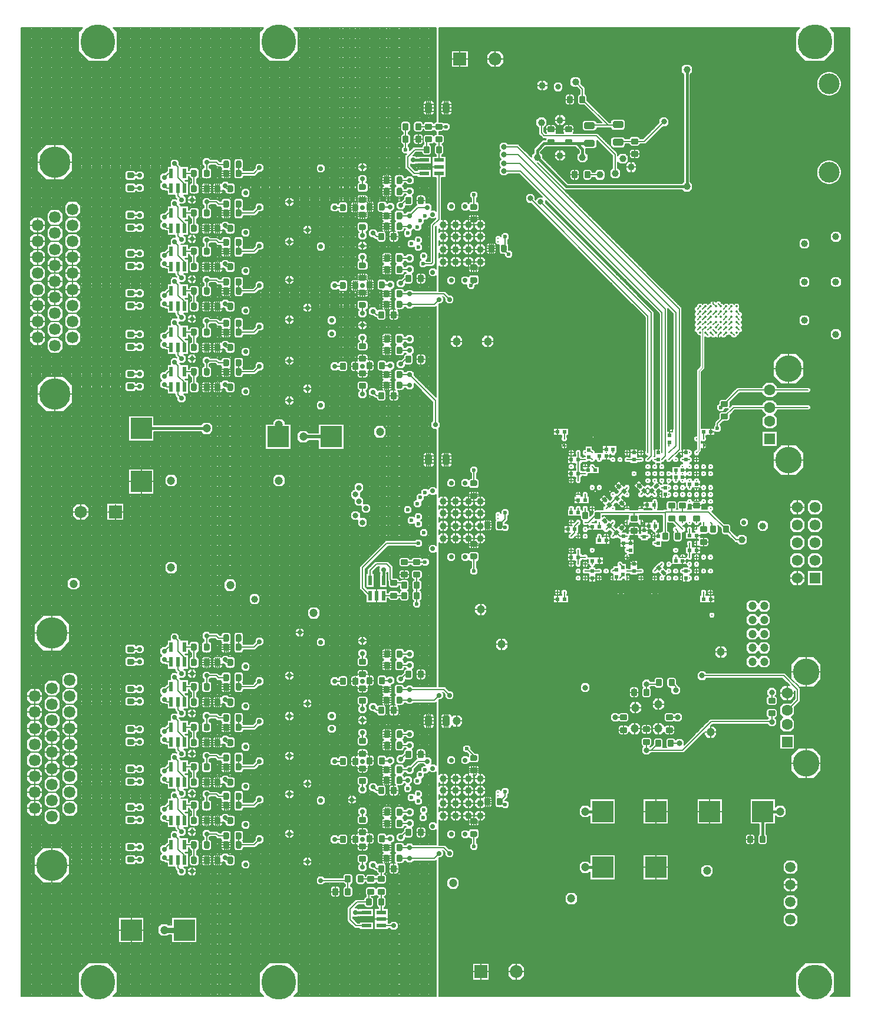
<source format=gbl>
%FSAX43Y43*%
%MOMM*%
G71*
G01*
G75*
G04 Layer_Physical_Order=8*
G04 Layer_Color=255*
%ADD10C,0.175*%
%ADD11C,0.200*%
%ADD12O,1.270X0.762*%
%ADD13R,1.270X0.762*%
%ADD14O,0.700X0.400*%
G04:AMPARAMS|DCode=15|XSize=0.4mm|YSize=0.7mm|CornerRadius=0mm|HoleSize=0mm|Usage=FLASHONLY|Rotation=135.000|XOffset=0mm|YOffset=0mm|HoleType=Round|Shape=Round|*
%AMOVALD15*
21,1,0.300,0.400,0.000,0.000,225.0*
1,1,0.400,0.106,0.106*
1,1,0.400,-0.106,-0.106*
%
%ADD15OVALD15*%

%ADD16R,0.500X0.600*%
G04:AMPARAMS|DCode=17|XSize=0.8mm|YSize=1mm|CornerRadius=0.08mm|HoleSize=0mm|Usage=FLASHONLY|Rotation=90.000|XOffset=0mm|YOffset=0mm|HoleType=Round|Shape=RoundedRectangle|*
%AMROUNDEDRECTD17*
21,1,0.800,0.840,0,0,90.0*
21,1,0.640,1.000,0,0,90.0*
1,1,0.160,0.420,0.320*
1,1,0.160,0.420,-0.320*
1,1,0.160,-0.420,-0.320*
1,1,0.160,-0.420,0.320*
%
%ADD17ROUNDEDRECTD17*%
G04:AMPARAMS|DCode=18|XSize=0.8mm|YSize=1mm|CornerRadius=0.08mm|HoleSize=0mm|Usage=FLASHONLY|Rotation=0.000|XOffset=0mm|YOffset=0mm|HoleType=Round|Shape=RoundedRectangle|*
%AMROUNDEDRECTD18*
21,1,0.800,0.840,0,0,0.0*
21,1,0.640,1.000,0,0,0.0*
1,1,0.160,0.320,-0.420*
1,1,0.160,-0.320,-0.420*
1,1,0.160,-0.320,0.420*
1,1,0.160,0.320,0.420*
%
%ADD18ROUNDEDRECTD18*%
%ADD19O,2.100X6.000*%
%ADD20O,2.100X6.000*%
G04:AMPARAMS|DCode=21|XSize=1mm|YSize=2mm|CornerRadius=0.1mm|HoleSize=0mm|Usage=FLASHONLY|Rotation=90.000|XOffset=0mm|YOffset=0mm|HoleType=Round|Shape=RoundedRectangle|*
%AMROUNDEDRECTD21*
21,1,1.000,1.800,0,0,90.0*
21,1,0.800,2.000,0,0,90.0*
1,1,0.200,0.900,0.400*
1,1,0.200,0.900,-0.400*
1,1,0.200,-0.900,-0.400*
1,1,0.200,-0.900,0.400*
%
%ADD21ROUNDEDRECTD21*%
G04:AMPARAMS|DCode=22|XSize=1mm|YSize=1.5mm|CornerRadius=0.1mm|HoleSize=0mm|Usage=FLASHONLY|Rotation=0.000|XOffset=0mm|YOffset=0mm|HoleType=Round|Shape=RoundedRectangle|*
%AMROUNDEDRECTD22*
21,1,1.000,1.300,0,0,0.0*
21,1,0.800,1.500,0,0,0.0*
1,1,0.200,0.400,-0.650*
1,1,0.200,-0.400,-0.650*
1,1,0.200,-0.400,0.650*
1,1,0.200,0.400,0.650*
%
%ADD22ROUNDEDRECTD22*%
G04:AMPARAMS|DCode=23|XSize=1mm|YSize=1.5mm|CornerRadius=0.1mm|HoleSize=0mm|Usage=FLASHONLY|Rotation=90.000|XOffset=0mm|YOffset=0mm|HoleType=Round|Shape=RoundedRectangle|*
%AMROUNDEDRECTD23*
21,1,1.000,1.300,0,0,90.0*
21,1,0.800,1.500,0,0,90.0*
1,1,0.200,0.650,0.400*
1,1,0.200,0.650,-0.400*
1,1,0.200,-0.650,-0.400*
1,1,0.200,-0.650,0.400*
%
%ADD23ROUNDEDRECTD23*%
%ADD24O,1.000X0.250*%
%ADD25O,0.250X1.000*%
%ADD26R,0.250X1.000*%
%ADD27R,1.600X1.000*%
%ADD28R,5.700X5.500*%
%ADD29R,1.000X1.600*%
%ADD30R,5.500X5.700*%
%ADD31O,0.300X1.800*%
%ADD32O,1.800X0.300*%
%ADD33R,1.800X0.300*%
%ADD34R,1.400X0.450*%
%ADD35R,1.400X0.450*%
%ADD36R,1.400X0.450*%
%ADD37R,2.400X1.000*%
%ADD38R,2.400X3.300*%
%ADD39R,0.381X1.778*%
%ADD40O,0.381X1.778*%
%ADD41R,2.108X1.270*%
G04:AMPARAMS|DCode=42|XSize=2.108mm|YSize=1.27mm|CornerRadius=0mm|HoleSize=0mm|Usage=FLASHONLY|Rotation=0.000|XOffset=0mm|YOffset=0mm|HoleType=Round|Shape=Octagon|*
%AMOCTAGOND42*
4,1,8,1.054,-0.318,1.054,0.318,0.737,0.635,-0.737,0.635,-1.054,0.318,-1.054,-0.318,-0.737,-0.635,0.737,-0.635,1.054,-0.318,0.0*
%
%ADD42OCTAGOND42*%

%ADD43R,1.778X0.381*%
%ADD44O,1.778X0.381*%
%ADD45C,0.500*%
%ADD46O,0.250X0.900*%
%ADD47O,0.900X0.250*%
%ADD48R,0.900X0.250*%
%ADD49R,2.340X2.340*%
%ADD50O,1.016X0.305*%
%ADD51O,0.305X0.813*%
%ADD52O,0.305X1.016*%
%ADD53O,0.813X0.305*%
%ADD54R,0.600X0.500*%
%ADD55R,4.600X0.810*%
%ADD56R,4.600X0.610*%
%ADD57R,3.048X3.048*%
%ADD58O,0.250X1.600*%
%ADD59O,1.600X0.250*%
%ADD60R,1.600X0.250*%
%ADD61C,0.600*%
%ADD62C,0.800*%
%ADD63C,0.400*%
%ADD64C,0.150*%
%ADD65C,0.254*%
%ADD66C,0.508*%
%ADD67C,0.500*%
%ADD68C,0.300*%
%ADD69R,6.100X6.100*%
%ADD70C,1.850*%
%ADD71R,1.850X1.850*%
%ADD72C,1.800*%
%ADD73C,3.800*%
%ADD74R,1.600X1.600*%
%ADD75C,1.600*%
%ADD76C,1.575*%
%ADD77R,1.575X1.575*%
%ADD78C,3.000*%
%ADD79C,1.500*%
%ADD80C,1.690*%
%ADD81C,4.500*%
%ADD82C,1.200*%
%ADD83C,0.300*%
%ADD84C,0.600*%
%ADD85C,0.800*%
%ADD86C,1.000*%
%ADD87C,0.700*%
%ADD88C,5.000*%
%ADD89C,1.016*%
G04:AMPARAMS|DCode=90|XSize=2.2mm|YSize=2.2mm|CornerRadius=0mm|HoleSize=0mm|Usage=FLASHONLY|Rotation=0.000|XOffset=0mm|YOffset=0mm|HoleType=Round|Shape=Relief|Width=0.175mm|Gap=0.3mm|Entries=4|*
%AMTHD90*
7,0,0,2.200,1.600,0.175,45*
%
%ADD90THD90*%
%ADD91C,2.700*%
%ADD92C,1.320*%
%ADD93C,1.416*%
%ADD94C,3.400*%
%ADD95C,1.400*%
G04:AMPARAMS|DCode=96|XSize=2.29mm|YSize=2.29mm|CornerRadius=0mm|HoleSize=0mm|Usage=FLASHONLY|Rotation=0.000|XOffset=0mm|YOffset=0mm|HoleType=Round|Shape=Relief|Width=0.175mm|Gap=0.3mm|Entries=4|*
%AMTHD96*
7,0,0,2.290,1.690,0.175,45*
%
%ADD96THD96*%
%ADD97C,1.490*%
G04:AMPARAMS|DCode=98|XSize=4.4mm|YSize=4.4mm|CornerRadius=0mm|HoleSize=0mm|Usage=FLASHONLY|Rotation=0.000|XOffset=0mm|YOffset=0mm|HoleType=Round|Shape=Relief|Width=0.175mm|Gap=0.3mm|Entries=4|*
%AMTHD98*
7,0,0,4.400,3.800,0.175,45*
%
%ADD98THD98*%
G04:AMPARAMS|DCode=99|XSize=4.44mm|YSize=4.44mm|CornerRadius=0mm|HoleSize=0mm|Usage=FLASHONLY|Rotation=0.000|XOffset=0mm|YOffset=0mm|HoleType=Round|Shape=Relief|Width=0.175mm|Gap=0.3mm|Entries=4|*
%AMTHD99*
7,0,0,4.440,3.840,0.175,45*
%
%ADD99THD99*%
%ADD100C,1.100*%
%ADD101C,0.520*%
%ADD102C,0.700*%
%ADD103C,0.800*%
%ADD104C,0.900*%
%ADD105C,1.000*%
G04:AMPARAMS|DCode=106|XSize=1.6mm|YSize=1.6mm|CornerRadius=0mm|HoleSize=0mm|Usage=FLASHONLY|Rotation=0.000|XOffset=0mm|YOffset=0mm|HoleType=Round|Shape=Relief|Width=0.175mm|Gap=0.3mm|Entries=4|*
%AMTHD106*
7,0,0,1.600,1.000,0.175,45*
%
%ADD106THD106*%
%ADD107C,0.120*%
G04:AMPARAMS|DCode=108|XSize=2.3mm|YSize=2.3mm|CornerRadius=0mm|HoleSize=0mm|Usage=FLASHONLY|Rotation=0.000|XOffset=0mm|YOffset=0mm|HoleType=Round|Shape=Relief|Width=0.175mm|Gap=0.3mm|Entries=4|*
%AMTHD108*
7,0,0,2.300,1.700,0.175,45*
%
%ADD108THD108*%
G04:AMPARAMS|DCode=109|XSize=3.5mm|YSize=3.5mm|CornerRadius=0mm|HoleSize=0mm|Usage=FLASHONLY|Rotation=0.000|XOffset=0mm|YOffset=0mm|HoleType=Round|Shape=Relief|Width=0.175mm|Gap=0.3mm|Entries=4|*
%AMTHD109*
7,0,0,3.500,2.900,0.175,45*
%
%ADD109THD109*%
G04:AMPARAMS|DCode=110|XSize=2.12mm|YSize=2.12mm|CornerRadius=0mm|HoleSize=0mm|Usage=FLASHONLY|Rotation=0.000|XOffset=0mm|YOffset=0mm|HoleType=Round|Shape=Relief|Width=0.175mm|Gap=0.3mm|Entries=4|*
%AMTHD110*
7,0,0,2.120,1.520,0.175,45*
%
%ADD110THD110*%
G04:AMPARAMS|DCode=111|XSize=2.216mm|YSize=2.216mm|CornerRadius=0mm|HoleSize=0mm|Usage=FLASHONLY|Rotation=0.000|XOffset=0mm|YOffset=0mm|HoleType=Round|Shape=Relief|Width=0.175mm|Gap=0.3mm|Entries=4|*
%AMTHD111*
7,0,0,2.216,1.616,0.175,45*
%
%ADD111THD111*%
%ADD112C,3.600*%
%ADD113C,3.640*%
G04:AMPARAMS|DCode=114|XSize=1.32mm|YSize=1.32mm|CornerRadius=0mm|HoleSize=0mm|Usage=FLASHONLY|Rotation=0.000|XOffset=0mm|YOffset=0mm|HoleType=Round|Shape=Relief|Width=0.175mm|Gap=0.3mm|Entries=4|*
%AMTHD114*
7,0,0,1.320,0.720,0.175,45*
%
%ADD114THD114*%
G04:AMPARAMS|DCode=115|XSize=1.7mm|YSize=1.7mm|CornerRadius=0mm|HoleSize=0mm|Usage=FLASHONLY|Rotation=0.000|XOffset=0mm|YOffset=0mm|HoleType=Round|Shape=Relief|Width=0.175mm|Gap=0.3mm|Entries=4|*
%AMTHD115*
7,0,0,1.700,1.100,0.175,45*
%
%ADD115THD115*%
G04:AMPARAMS|DCode=116|XSize=1.9mm|YSize=1.9mm|CornerRadius=0mm|HoleSize=0mm|Usage=FLASHONLY|Rotation=0.000|XOffset=0mm|YOffset=0mm|HoleType=Round|Shape=Relief|Width=0.175mm|Gap=0.3mm|Entries=4|*
%AMTHD116*
7,0,0,1.900,1.300,0.175,45*
%
%ADD116THD116*%
%ADD117R,0.550X1.450*%
%ADD118R,0.550X1.450*%
G04:AMPARAMS|DCode=119|XSize=0.5mm|YSize=0.6mm|CornerRadius=0mm|HoleSize=0mm|Usage=FLASHONLY|Rotation=225.000|XOffset=0mm|YOffset=0mm|HoleType=Round|Shape=Rectangle|*
%AMROTATEDRECTD119*
4,1,4,-0.035,0.389,0.389,-0.035,0.035,-0.389,-0.389,0.035,-0.035,0.389,0.0*
%
%ADD119ROTATEDRECTD119*%

G04:AMPARAMS|DCode=120|XSize=0.5mm|YSize=0.6mm|CornerRadius=0mm|HoleSize=0mm|Usage=FLASHONLY|Rotation=135.000|XOffset=0mm|YOffset=0mm|HoleType=Round|Shape=Rectangle|*
%AMROTATEDRECTD120*
4,1,4,0.389,0.035,-0.035,-0.389,-0.389,-0.035,0.035,0.389,0.389,0.035,0.0*
%
%ADD120ROTATEDRECTD120*%

%ADD121O,1.016X0.508*%
%ADD122O,0.508X1.524*%
%ADD123R,3.048X3.048*%
%ADD124R,1.450X0.550*%
%ADD125R,1.450X0.550*%
%ADD126C,0.350*%
%ADD127O,0.508X1.016*%
%ADD128O,1.524X0.508*%
G54D10*
X0170807Y0184950D02*
X0170789Y0185204D01*
X0170735Y0185454D01*
X0170646Y0185693D01*
X0170524Y0185916D01*
X0170371Y0186121D01*
X0170191Y0186301D01*
X0169986Y0186454D01*
X0169763Y0186576D01*
X0169524Y0186665D01*
X0169274Y0186719D01*
X0169020Y0186738D01*
X0169020Y0183163D02*
X0169274Y0183181D01*
X0169524Y0183235D01*
X0169763Y0183324D01*
X0169986Y0183446D01*
X0170191Y0183599D01*
X0170371Y0183779D01*
X0170524Y0183984D01*
X0170646Y0184207D01*
X0170735Y0184446D01*
X0170789Y0184696D01*
X0170807Y0184950D01*
X0169020Y0186738D02*
X0168766Y0186719D01*
X0168516Y0186665D01*
X0168277Y0186576D01*
X0168054Y0186454D01*
X0167849Y0186301D01*
X0167669Y0186121D01*
X0167516Y0185916D01*
X0167394Y0185693D01*
X0167305Y0185454D01*
X0167251Y0185204D01*
X0167233Y0184950D01*
X0167251Y0184696D01*
X0167305Y0184446D01*
X0167394Y0184207D01*
X0167516Y0183984D01*
X0167669Y0183779D01*
X0167849Y0183599D01*
X0168054Y0183446D01*
X0168277Y0183324D01*
X0168516Y0183235D01*
X0168766Y0183181D01*
X0169020Y0183163D01*
X0170807Y0172250D02*
X0170789Y0172504D01*
X0170735Y0172754D01*
X0170646Y0172993D01*
X0170524Y0173216D01*
X0170371Y0173421D01*
X0170191Y0173601D01*
X0169986Y0173754D01*
X0169763Y0173876D01*
X0169524Y0173965D01*
X0169274Y0174019D01*
X0169020Y0174038D01*
X0169020Y0170462D02*
X0169274Y0170481D01*
X0169524Y0170535D01*
X0169763Y0170624D01*
X0169986Y0170746D01*
X0170191Y0170899D01*
X0170371Y0171079D01*
X0170524Y0171284D01*
X0170646Y0171507D01*
X0170735Y0171746D01*
X0170789Y0171996D01*
X0170807Y0172250D01*
X0167233Y0172250D02*
X0167251Y0171996D01*
X0167305Y0171746D01*
X0167394Y0171507D01*
X0167516Y0171284D01*
X0167669Y0171079D01*
X0167849Y0170899D01*
X0168054Y0170746D01*
X0168277Y0170624D01*
X0168516Y0170535D01*
X0168766Y0170481D01*
X0169020Y0170462D01*
X0169020Y0174038D02*
X0168766Y0174019D01*
X0168516Y0173965D01*
X0168277Y0173876D01*
X0168054Y0173754D01*
X0167849Y0173601D01*
X0167669Y0173421D01*
X0167516Y0173216D01*
X0167394Y0172993D01*
X0167305Y0172754D01*
X0167251Y0172504D01*
X0167233Y0172250D01*
X0153580Y0139688D02*
X0153320Y0139580D01*
X0153212Y0139320D01*
X0154761Y0138542D02*
X0154788Y0138680D01*
X0154420Y0138312D02*
X0154558Y0138339D01*
X0153580Y0137887D02*
X0153320Y0137780D01*
X0153212Y0137520D01*
X0154420Y0136512D02*
X0154680Y0136620D01*
X0154788Y0136880D01*
X0150733Y0123887D02*
X0150788Y0124080D01*
X0150562Y0125059D02*
X0150438Y0125087D01*
X0141881Y0177087D02*
X0141755Y0177303D01*
X0141520Y0177387D01*
X0141520Y0176012D02*
X0141755Y0176097D01*
X0141881Y0176312D01*
X0141887Y0175220D02*
X0141780Y0175480D01*
X0141520Y0175588D01*
X0141520Y0174212D02*
X0141780Y0174320D01*
X0141887Y0174580D01*
X0140319Y0176312D02*
X0140445Y0176097D01*
X0140680Y0176012D01*
X0140680Y0177387D02*
X0140445Y0177303D01*
X0140319Y0177087D01*
X0140680Y0175588D02*
X0140420Y0175480D01*
X0140312Y0175220D01*
X0140312Y0174580D02*
X0140420Y0174320D01*
X0140680Y0174212D01*
X0149563Y0125087D02*
X0149438Y0125059D01*
X0149212Y0124080D02*
X0149267Y0123887D01*
X0148563Y0125059D02*
X0148420Y0125088D01*
X0148733Y0123887D02*
X0148788Y0124080D01*
X0147580Y0125088D02*
X0147320Y0124980D01*
X0147212Y0124720D01*
X0147212Y0124080D02*
X0147267Y0123887D01*
X0147188Y0124720D02*
X0147080Y0124980D01*
X0146820Y0125088D01*
X0147133Y0123887D02*
X0147188Y0124080D01*
X0145980Y0125088D02*
X0145720Y0124980D01*
X0145613Y0124720D01*
X0145613Y0124080D02*
X0145667Y0123887D01*
X0154887Y0121420D02*
X0154780Y0121680D01*
X0154520Y0121787D01*
X0153512Y0120580D02*
X0153620Y0120320D01*
X0153880Y0120213D01*
X0152720Y0120213D02*
X0152980Y0120320D01*
X0153087Y0120580D01*
X0161587Y0096720D02*
X0161505Y0096952D01*
X0161295Y0097080D01*
X0161587Y0094920D02*
X0161480Y0095180D01*
X0161220Y0095287D01*
X0161220Y0095713D02*
X0161480Y0095820D01*
X0161587Y0096080D01*
X0161295Y0093920D02*
X0161505Y0094048D01*
X0161587Y0094280D01*
X0160305Y0097080D02*
X0160095Y0096952D01*
X0160012Y0096720D01*
X0160012Y0096080D02*
X0160120Y0095820D01*
X0160380Y0095713D01*
X0160380Y0095287D02*
X0160120Y0095180D01*
X0160012Y0094920D01*
X0160012Y0094280D02*
X0160095Y0094048D01*
X0160305Y0093920D01*
X0160188Y0076920D02*
X0160134Y0077112D01*
X0159988Y0077247D01*
X0159820Y0075713D02*
X0160080Y0075820D01*
X0160188Y0076080D01*
X0158812Y0076080D02*
X0158920Y0075820D01*
X0159180Y0075713D01*
X0159012Y0077247D02*
X0158866Y0077112D01*
X0158812Y0076920D01*
X0158387Y0076920D02*
X0158280Y0077180D01*
X0158020Y0077287D01*
X0158020Y0075713D02*
X0158280Y0075820D01*
X0158387Y0076080D01*
X0157380Y0077287D02*
X0157120Y0077180D01*
X0157012Y0076920D01*
X0157012Y0076080D02*
X0157120Y0075820D01*
X0157380Y0075713D01*
X0153087Y0121420D02*
X0153061Y0121558D01*
X0151727Y0120478D02*
X0151859Y0120286D01*
X0152080Y0120213D01*
X0151420Y0120312D02*
X0151727Y0120478D01*
X0150438Y0121913D02*
X0150562Y0121941D01*
X0151788Y0119520D02*
X0151680Y0119780D01*
X0151420Y0119887D01*
X0149438Y0121941D02*
X0149562Y0121913D01*
X0150580Y0121688D02*
X0150361Y0121615D01*
X0150229Y0121428D01*
X0151420Y0118512D02*
X0151680Y0118620D01*
X0151788Y0118880D01*
X0150299Y0118643D02*
X0150447Y0118537D01*
X0150580Y0118512D01*
X0148438Y0121913D02*
X0148562Y0121941D01*
X0147988Y0120420D02*
X0147959Y0120562D01*
X0147620Y0119213D02*
X0147880Y0119320D01*
X0147988Y0119580D01*
X0145887Y0121924D02*
X0145980Y0121912D01*
X0146188Y0120420D02*
X0146103Y0120655D01*
X0145887Y0120781D01*
X0146694Y0120650D02*
X0146613Y0120420D01*
X0145113Y0120781D02*
X0144853Y0120588D01*
X0141788Y0122920D02*
X0141776Y0123012D01*
X0141420Y0121912D02*
X0141562Y0121941D01*
X0140224Y0123012D02*
X0140212Y0122920D01*
X0140438Y0121941D02*
X0140580Y0121912D01*
X0141788Y0121120D02*
X0141680Y0121380D01*
X0141420Y0121488D01*
X0141420Y0120113D02*
X0141562Y0120141D01*
X0140580Y0121488D02*
X0140320Y0121380D01*
X0140212Y0121120D01*
X0140438Y0120141D02*
X0140580Y0120113D01*
X0146613Y0119580D02*
X0146720Y0119320D01*
X0146980Y0119213D01*
X0145820Y0119213D02*
X0146080Y0119320D01*
X0146188Y0119580D01*
X0145038Y0119241D02*
X0145180Y0119213D01*
X0147087Y0099420D02*
X0146980Y0099680D01*
X0146720Y0099787D01*
X0146520Y0093312D02*
X0146812Y0093457D01*
X0146080Y0099787D02*
X0145820Y0099680D01*
X0145712Y0099420D01*
X0145712Y0098580D02*
X0145820Y0098320D01*
X0146080Y0098213D01*
X0146812Y0094543D02*
X0146520Y0094688D01*
X0146887Y0092520D02*
X0146780Y0092780D01*
X0146520Y0092887D01*
X0146520Y0091512D02*
X0146780Y0091620D01*
X0146887Y0091880D01*
X0145680Y0092887D02*
X0145387Y0092742D01*
X0146980Y0090795D02*
X0146852Y0091005D01*
X0146620Y0091088D01*
X0145980Y0091088D02*
X0145720Y0090980D01*
X0145613Y0090720D01*
X0145613Y0089880D02*
X0145667Y0089688D01*
X0145288Y0099420D02*
X0145180Y0099680D01*
X0144920Y0099787D01*
X0144920Y0098213D02*
X0145180Y0098320D01*
X0145288Y0098580D01*
X0144280Y0099787D02*
X0144020Y0099680D01*
X0143913Y0099420D01*
X0143953Y0098412D02*
X0144088Y0098266D01*
X0144280Y0098213D01*
X0145680Y0094688D02*
X0145420Y0094580D01*
X0145312Y0094320D01*
X0145312Y0093680D02*
X0145420Y0093420D01*
X0145680Y0093312D01*
X0141688Y0098020D02*
X0141580Y0098280D01*
X0141320Y0098387D01*
X0140680Y0098387D02*
X0140420Y0098280D01*
X0140312Y0098020D01*
X0142257Y0098312D02*
X0142113Y0098020D01*
X0143488Y0098020D02*
X0143343Y0098312D01*
X0142113Y0097180D02*
X0142220Y0096920D01*
X0142480Y0096812D01*
X0143120Y0096812D02*
X0143380Y0096920D01*
X0143488Y0097180D01*
X0141320Y0096812D02*
X0141580Y0096920D01*
X0141688Y0097180D01*
X0140312Y0097180D02*
X0140420Y0096920D01*
X0140680Y0096812D01*
X0140288Y0094320D02*
X0140180Y0094580D01*
X0139920Y0094688D01*
X0139920Y0093312D02*
X0140180Y0093420D01*
X0140288Y0093680D01*
X0145312Y0091880D02*
X0145420Y0091620D01*
X0145680Y0091512D01*
X0145188Y0090720D02*
X0145080Y0090980D01*
X0144820Y0091088D01*
X0143587Y0092620D02*
X0143480Y0092880D01*
X0143220Y0092988D01*
X0143220Y0091613D02*
X0143480Y0091720D01*
X0143587Y0091980D01*
X0144180Y0091088D02*
X0143920Y0090980D01*
X0143812Y0090720D01*
X0143587Y0090820D02*
X0143480Y0091080D01*
X0143220Y0091188D01*
X0143308Y0089823D02*
X0143509Y0089953D01*
X0143587Y0090180D01*
X0145133Y0089688D02*
X0145188Y0089880D01*
X0142380Y0092988D02*
X0142120Y0092880D01*
X0142012Y0092620D01*
X0142012Y0091980D02*
X0142120Y0091720D01*
X0142380Y0091613D01*
X0140212Y0092742D02*
X0139920Y0092887D01*
X0139920Y0091512D02*
X0140180Y0091620D01*
X0140288Y0091880D01*
X0142380Y0091188D02*
X0142120Y0091080D01*
X0142012Y0090820D01*
X0142012Y0090180D02*
X0142091Y0089953D01*
X0142292Y0089823D01*
X0134288Y0183120D02*
X0134203Y0183355D01*
X0133988Y0183481D01*
X0134988Y0172320D02*
X0134880Y0172580D01*
X0134620Y0172688D01*
X0134620Y0171113D02*
X0134880Y0171220D01*
X0134988Y0171480D01*
X0133212Y0183481D02*
X0132997Y0183355D01*
X0132913Y0183120D01*
X0132913Y0182280D02*
X0133020Y0182020D01*
X0133280Y0181913D01*
X0132488Y0183120D02*
X0132380Y0183380D01*
X0132120Y0183488D01*
X0131480Y0183488D02*
X0131220Y0183380D01*
X0131113Y0183120D01*
X0132120Y0181913D02*
X0132380Y0182020D01*
X0132488Y0182280D01*
X0132387Y0178720D02*
X0132280Y0178980D01*
X0132020Y0179087D01*
X0131113Y0182280D02*
X0131220Y0182020D01*
X0131480Y0181913D01*
X0131180Y0179087D02*
X0130920Y0178980D01*
X0130812Y0178720D01*
X0133980Y0172688D02*
X0133720Y0172580D01*
X0133613Y0172320D01*
X0133188Y0172320D02*
X0133080Y0172580D01*
X0132820Y0172688D01*
X0133613Y0171480D02*
X0133720Y0171220D01*
X0133980Y0171113D01*
X0132820Y0171113D02*
X0133080Y0171220D01*
X0133188Y0171480D01*
X0132333Y0177887D02*
X0132387Y0178080D01*
X0130812Y0178080D02*
X0130867Y0177887D01*
X0132180Y0172688D02*
X0131920Y0172580D01*
X0131812Y0172320D01*
X0131812Y0171480D02*
X0131920Y0171220D01*
X0132180Y0171113D01*
X0128680Y0179087D02*
X0128488Y0179033D01*
X0129887Y0178720D02*
X0129780Y0178980D01*
X0129520Y0179087D01*
X0128488Y0179033D02*
X0128339Y0178858D01*
X0128312Y0178720D01*
X0129833Y0177887D02*
X0129887Y0178080D01*
X0128367Y0177113D02*
X0128312Y0176920D01*
X0128312Y0178080D02*
X0128367Y0177887D01*
X0113689Y0179370D02*
X0113420Y0179488D01*
X0113420Y0178113D02*
X0113689Y0178230D01*
X0113787Y0177320D02*
X0113680Y0177580D01*
X0113420Y0177688D01*
X0113420Y0176312D02*
X0113680Y0176420D01*
X0113787Y0176680D01*
X0113387Y0174719D02*
X0113603Y0174845D01*
X0113688Y0175080D01*
X0113688Y0175920D02*
X0113603Y0176155D01*
X0113387Y0176281D01*
X0135141Y0123562D02*
X0135113Y0123420D01*
X0134688Y0123420D02*
X0134615Y0123639D01*
X0134428Y0123771D01*
X0133312Y0122580D02*
X0133385Y0122361D01*
X0133572Y0122229D01*
X0139080Y0094688D02*
X0138788Y0094543D01*
X0138788Y0093457D02*
X0139080Y0093312D01*
X0139080Y0092887D02*
X0138820Y0092780D01*
X0138712Y0092520D01*
X0138712Y0091880D02*
X0138820Y0091620D01*
X0139080Y0091512D01*
X0169788Y0190650D02*
X0172000Y0190650D01*
X0169788Y0190500D02*
X0172000Y0190500D01*
X0169788Y0190950D02*
X0172000Y0190950D01*
X0169788Y0190800D02*
X0172000Y0190800D01*
X0170202Y0186450D02*
X0172000Y0186450D01*
X0170352Y0186300D02*
X0172000Y0186300D01*
X0169788Y0190350D02*
X0172000Y0190350D01*
X0170052Y0186600D02*
X0172000Y0186600D01*
X0170250Y0186402D02*
X0170250Y0193000D01*
X0170400Y0186252D02*
X0170400Y0193000D01*
X0170100Y0186552D02*
X0170100Y0193000D01*
X0170100Y0186375D02*
X0170100Y0186552D01*
X0170192Y0186300D02*
X0170352Y0186300D01*
X0170250Y0186247D02*
X0170250Y0186402D01*
X0169993Y0186450D02*
X0170202Y0186450D01*
X0170652Y0186000D02*
X0172000Y0186000D01*
X0170565Y0185850D02*
X0170802Y0185850D01*
X0170502Y0186150D02*
X0172000Y0186150D01*
X0169914Y0186738D02*
X0170807Y0185844D01*
X0170807Y0185700D02*
X0172000Y0185700D01*
X0170807Y0184950D02*
X0170807Y0185844D01*
X0170802Y0185850D02*
X0172000Y0185850D01*
X0170643Y0185700D02*
X0170807Y0185700D01*
X0170550Y0186102D02*
X0170550Y0193000D01*
X0170700Y0185952D02*
X0170700Y0193000D01*
X0170345Y0186150D02*
X0170502Y0186150D01*
X0170400Y0186087D02*
X0170400Y0186252D01*
X0170550Y0185875D02*
X0170550Y0186102D01*
X0170700Y0185561D02*
X0170700Y0185952D01*
X0170467Y0186000D02*
X0170652Y0186000D01*
X0169788Y0191700D02*
X0172000Y0191700D01*
X0169788Y0191550D02*
X0172000Y0191550D01*
X0169788Y0192000D02*
X0172000Y0192000D01*
X0169788Y0191850D02*
X0172000Y0191850D01*
X0169788Y0191100D02*
X0172000Y0191100D01*
X0169788Y0190200D02*
X0172000Y0190200D01*
X0169788Y0191400D02*
X0172000Y0191400D01*
X0169788Y0191250D02*
X0172000Y0191250D01*
X0169432Y0192750D02*
X0172000Y0192750D01*
X0169582Y0192600D02*
X0172000Y0192600D01*
X0169181Y0193000D02*
X0172000Y0193000D01*
X0169282Y0192900D02*
X0172000Y0192900D01*
X0169788Y0192300D02*
X0172000Y0192300D01*
X0169788Y0192150D02*
X0172000Y0192150D01*
X0169732Y0192450D02*
X0172000Y0192450D01*
X0169788Y0190050D02*
X0172000Y0190050D01*
X0169788Y0189900D02*
X0172000Y0189900D01*
X0169788Y0189750D02*
X0172000Y0189750D01*
X0169781Y0189600D02*
X0172000Y0189600D01*
X0169631Y0189450D02*
X0172000Y0189450D01*
X0169481Y0189300D02*
X0172000Y0189300D01*
X0169331Y0189150D02*
X0172000Y0189150D01*
X0169181Y0189000D02*
X0172000Y0189000D01*
X0169031Y0188850D02*
X0172000Y0188850D01*
X0168881Y0188700D02*
X0172000Y0188700D01*
X0168731Y0188550D02*
X0172000Y0188550D01*
X0168581Y0188400D02*
X0172000Y0188400D01*
X0169708Y0186600D02*
X0170052Y0186600D01*
X0168431Y0188250D02*
X0172000Y0188250D01*
X0170807Y0185250D02*
X0172000Y0185250D01*
X0170807Y0185100D02*
X0172000Y0185100D01*
X0170807Y0185550D02*
X0172000Y0185550D01*
X0170807Y0185400D02*
X0172000Y0185400D01*
X0170807Y0184650D02*
X0172000Y0184650D01*
X0170807Y0184200D02*
X0172000Y0184200D01*
X0170807Y0184950D02*
X0172000Y0184950D01*
X0170807Y0184800D02*
X0172000Y0184800D01*
X0170807Y0184500D02*
X0172000Y0184500D01*
X0170807Y0184350D02*
X0172000Y0184350D01*
X0170704Y0185550D02*
X0170807Y0185550D01*
X0170807Y0184056D02*
X0170807Y0184950D01*
X0170704Y0184350D02*
X0170807Y0184350D01*
X0170801Y0184050D02*
X0172000Y0184050D01*
X0170642Y0184200D02*
X0170807Y0184200D01*
X0170702Y0173250D02*
X0172000Y0173250D01*
X0170807Y0173100D02*
X0172000Y0173100D01*
X0170651Y0183900D02*
X0172000Y0183900D01*
X0170552Y0173400D02*
X0172000Y0173400D01*
X0170807Y0172950D02*
X0172000Y0172950D01*
X0170721Y0172800D02*
X0170807Y0172800D01*
X0170593Y0173100D02*
X0170807Y0173100D01*
X0170665Y0172950D02*
X0170807Y0172950D01*
X0170700Y0183948D02*
X0170700Y0184339D01*
X0170700Y0173252D02*
X0170700Y0183948D01*
X0170564Y0184050D02*
X0170801Y0184050D01*
X0170550Y0183798D02*
X0170550Y0184025D01*
X0170550Y0173175D02*
X0170550Y0173402D01*
X0170700Y0172861D02*
X0170700Y0173252D01*
X0170550Y0173402D02*
X0170550Y0183798D01*
X0170466Y0183900D02*
X0170651Y0183900D01*
X0170501Y0183750D02*
X0172000Y0183750D01*
X0169914Y0183163D02*
X0170807Y0184056D01*
X0170351Y0183600D02*
X0172000Y0183600D01*
X0170201Y0183450D02*
X0172000Y0183450D01*
X0170051Y0183300D02*
X0172000Y0183300D01*
X0169952Y0174000D02*
X0172000Y0174000D01*
X0170344Y0183750D02*
X0170501Y0183750D01*
X0170400Y0183648D02*
X0170400Y0183813D01*
X0170191Y0183600D02*
X0170351Y0183600D01*
X0170250Y0183498D02*
X0170250Y0183653D01*
X0170100Y0183348D02*
X0170100Y0183525D01*
X0170100Y0173852D02*
X0170100Y0183348D01*
X0169992Y0183450D02*
X0170201Y0183450D01*
X0170252Y0173700D02*
X0172000Y0173700D01*
X0170247Y0173550D02*
X0170402Y0173550D01*
X0170102Y0173850D02*
X0172000Y0173850D01*
X0169914Y0174038D02*
X0170807Y0173144D01*
X0170402Y0173550D02*
X0172000Y0173550D01*
X0170502Y0173250D02*
X0170702Y0173250D01*
X0170389Y0173400D02*
X0170552Y0173400D01*
X0170250Y0173702D02*
X0170250Y0183498D01*
X0170400Y0173552D02*
X0170400Y0183648D01*
X0169818Y0173850D02*
X0170102Y0173850D01*
X0170100Y0173675D02*
X0170100Y0173852D01*
X0170250Y0173547D02*
X0170250Y0173702D01*
X0170400Y0173387D02*
X0170400Y0173552D01*
X0170066Y0173700D02*
X0170252Y0173700D01*
X0169788Y0189606D02*
X0169788Y0192394D01*
X0169800Y0186738D02*
X0169800Y0193000D01*
X0169650Y0192532D02*
X0169650Y0193000D01*
X0169181Y0193000D02*
X0169788Y0192394D01*
X0169500Y0186738D02*
X0169500Y0189318D01*
X0169650Y0186738D02*
X0169650Y0189468D01*
X0168394Y0188212D02*
X0169788Y0189606D01*
X0169020Y0186738D02*
X0169914Y0186738D01*
X0169350Y0192832D02*
X0169350Y0193000D01*
X0169500Y0192682D02*
X0169500Y0193000D01*
X0169200Y0186738D02*
X0169200Y0189018D01*
X0169350Y0186738D02*
X0169350Y0189168D01*
X0168900Y0186738D02*
X0168900Y0188718D01*
X0169050Y0186738D02*
X0169050Y0188868D01*
X0168300Y0186738D02*
X0168300Y0188212D01*
X0168750Y0186738D02*
X0168750Y0188568D01*
X0169950Y0186702D02*
X0169950Y0193000D01*
X0168450Y0186738D02*
X0168450Y0188268D01*
X0168600Y0186738D02*
X0168600Y0188418D01*
X0169800Y0186559D02*
X0169800Y0186738D01*
X0169950Y0186477D02*
X0169950Y0186702D01*
X0168126Y0186738D02*
X0169020Y0186738D01*
X0169650Y0186623D02*
X0169650Y0186738D01*
X0168450Y0186644D02*
X0168450Y0186738D01*
X0168300Y0186586D02*
X0168300Y0186738D01*
X0168150Y0186738D02*
X0168150Y0188212D01*
X0168000Y0186611D02*
X0168000Y0188212D01*
X0168150Y0186511D02*
X0168150Y0186738D01*
X0168000Y0186418D02*
X0168000Y0186611D01*
X0167988Y0186600D02*
X0168332Y0186600D01*
X0167850Y0186461D02*
X0167850Y0188212D01*
X0167700Y0186311D02*
X0167700Y0188212D01*
X0165606Y0188212D02*
X0168394Y0188212D01*
X0167233Y0185844D02*
X0168126Y0186738D01*
X0167838Y0186450D02*
X0168047Y0186450D01*
X0167850Y0186301D02*
X0167850Y0186461D01*
X0167688Y0186300D02*
X0167848Y0186300D01*
X0167700Y0186155D02*
X0167700Y0186311D01*
X0167550Y0186161D02*
X0167550Y0188212D01*
X0167550Y0185966D02*
X0167550Y0186161D01*
X0167400Y0186011D02*
X0167400Y0188212D01*
X0167250Y0185861D02*
X0167250Y0188212D01*
X0167538Y0186150D02*
X0167695Y0186150D01*
X0167388Y0186000D02*
X0167573Y0186000D01*
X0167238Y0185850D02*
X0167475Y0185850D01*
X0167400Y0185705D02*
X0167400Y0186011D01*
X0167233Y0185700D02*
X0167397Y0185700D01*
X0167239Y0184050D02*
X0167476Y0184050D01*
X0167400Y0183889D02*
X0167400Y0184195D01*
X0167233Y0184200D02*
X0167398Y0184200D01*
X0167233Y0184056D02*
X0168126Y0183163D01*
X0167250Y0185197D02*
X0167250Y0185861D01*
X0167233Y0184950D02*
X0167233Y0185844D01*
X0167233Y0185550D02*
X0167336Y0185550D01*
X0167233Y0184056D02*
X0167233Y0184950D01*
X0167250Y0184039D02*
X0167250Y0184703D01*
X0167250Y0173161D02*
X0167250Y0184039D01*
X0167233Y0184350D02*
X0167336Y0184350D01*
X0169950Y0183198D02*
X0169950Y0183423D01*
X0169800Y0183163D02*
X0169800Y0183341D01*
X0169707Y0183300D02*
X0170051Y0183300D01*
X0169650Y0183163D02*
X0169650Y0183277D01*
X0169650Y0174038D02*
X0169650Y0183163D01*
X0169800Y0174038D02*
X0169800Y0183163D01*
X0169020Y0183163D02*
X0169914Y0183163D01*
X0169500Y0174038D02*
X0169500Y0183163D01*
X0168300Y0183163D02*
X0168300Y0183314D01*
X0168450Y0183163D02*
X0168450Y0183256D01*
X0168126Y0183163D02*
X0169020Y0183163D01*
X0168150Y0183163D02*
X0168150Y0183389D01*
X0169200Y0174038D02*
X0169200Y0183163D01*
X0169350Y0174038D02*
X0169350Y0183163D01*
X0169050Y0174038D02*
X0169050Y0183163D01*
X0169020Y0174038D02*
X0169914Y0174038D01*
X0169950Y0174002D02*
X0169950Y0183198D01*
X0168750Y0174038D02*
X0168750Y0183163D01*
X0168900Y0174038D02*
X0168900Y0183163D01*
X0169800Y0173859D02*
X0169800Y0174038D01*
X0169950Y0173777D02*
X0169950Y0174002D01*
X0169386Y0174000D02*
X0169952Y0174000D01*
X0169650Y0173923D02*
X0169650Y0174038D01*
X0168450Y0174038D02*
X0168450Y0183163D01*
X0168600Y0174038D02*
X0168600Y0183163D01*
X0168150Y0174038D02*
X0168150Y0183163D01*
X0168300Y0174038D02*
X0168300Y0183163D01*
X0168450Y0173944D02*
X0168450Y0174038D01*
X0168300Y0173886D02*
X0168300Y0174038D01*
X0168150Y0173811D02*
X0168150Y0174038D01*
X0168000Y0183289D02*
X0168000Y0183482D01*
X0168000Y0173911D02*
X0168000Y0183289D01*
X0167839Y0183450D02*
X0168048Y0183450D01*
X0167989Y0183300D02*
X0168333Y0183300D01*
X0168126Y0174038D02*
X0169020Y0174038D01*
X0168088Y0174000D02*
X0168654Y0174000D01*
X0167938Y0173850D02*
X0168222Y0173850D01*
X0168000Y0173718D02*
X0168000Y0173911D01*
X0167550Y0183739D02*
X0167550Y0183934D01*
X0167700Y0183589D02*
X0167700Y0183745D01*
X0167389Y0183900D02*
X0167574Y0183900D01*
X0167539Y0183750D02*
X0167696Y0183750D01*
X0167850Y0183439D02*
X0167850Y0183599D01*
X0167850Y0173761D02*
X0167850Y0183439D01*
X0167689Y0183600D02*
X0167849Y0183600D01*
X0167788Y0173700D02*
X0167974Y0173700D01*
X0167850Y0173601D02*
X0167850Y0173761D01*
X0167700Y0173611D02*
X0167700Y0183589D01*
X0167233Y0173144D02*
X0168126Y0174038D01*
X0167638Y0173550D02*
X0167793Y0173550D01*
X0167700Y0173455D02*
X0167700Y0173611D01*
X0167488Y0173400D02*
X0167651Y0173400D01*
X0167550Y0173461D02*
X0167550Y0183739D01*
X0167550Y0173266D02*
X0167550Y0173461D01*
X0167400Y0173311D02*
X0167400Y0183889D01*
X0167400Y0173005D02*
X0167400Y0173311D01*
X0167338Y0173250D02*
X0167538Y0173250D01*
X0167233Y0173100D02*
X0167447Y0173100D01*
X0167233Y0172950D02*
X0167375Y0172950D01*
X0170807Y0172500D02*
X0172000Y0172500D01*
X0170807Y0172350D02*
X0172000Y0172350D01*
X0170807Y0172800D02*
X0172000Y0172800D01*
X0170807Y0172650D02*
X0172000Y0172650D01*
X0170807Y0172200D02*
X0172000Y0172200D01*
X0170807Y0172050D02*
X0172000Y0172050D01*
X0170807Y0171900D02*
X0172000Y0171900D01*
X0170751Y0171300D02*
X0172000Y0171300D01*
X0170807Y0171750D02*
X0172000Y0171750D01*
X0170807Y0171600D02*
X0172000Y0171600D01*
X0170807Y0172250D02*
X0170807Y0173144D01*
X0170807Y0171356D02*
X0170807Y0172250D01*
X0170685Y0171600D02*
X0170807Y0171600D01*
X0170807Y0171450D02*
X0172000Y0171450D01*
X0170618Y0171450D02*
X0170807Y0171450D01*
X0170788Y0163350D02*
X0172000Y0163350D01*
X0170788Y0163200D02*
X0172000Y0163200D01*
X0170601Y0171150D02*
X0172000Y0171150D01*
X0170682Y0163500D02*
X0172000Y0163500D01*
X0170788Y0163050D02*
X0172000Y0163050D01*
X0170788Y0162900D02*
X0172000Y0162900D01*
X0170781Y0162600D02*
X0172000Y0162600D01*
X0170631Y0162450D02*
X0172000Y0162450D01*
X0170700Y0171248D02*
X0170700Y0171639D01*
X0170788Y0162606D02*
X0170788Y0163394D01*
X0170550Y0163632D02*
X0170550Y0171098D01*
X0170700Y0163482D02*
X0170700Y0171248D01*
X0170788Y0162750D02*
X0172000Y0162750D01*
X0170700Y0156982D02*
X0170700Y0162518D01*
X0170550Y0157132D02*
X0170550Y0162368D01*
X0170534Y0171300D02*
X0170751Y0171300D01*
X0170550Y0171098D02*
X0170550Y0171325D01*
X0170429Y0171150D02*
X0170601Y0171150D01*
X0170451Y0171000D02*
X0172000Y0171000D01*
X0170301Y0170850D02*
X0172000Y0170850D01*
X0170151Y0170700D02*
X0172000Y0170700D01*
X0170001Y0170550D02*
X0172000Y0170550D01*
X0170297Y0171000D02*
X0170451Y0171000D01*
X0170400Y0170948D02*
X0170400Y0171113D01*
X0170131Y0170850D02*
X0170301Y0170850D01*
X0170250Y0170798D02*
X0170250Y0170953D01*
X0169910Y0170700D02*
X0170151Y0170700D01*
X0170100Y0170648D02*
X0170100Y0170825D01*
X0169571Y0170550D02*
X0170001Y0170550D01*
X0169914Y0170462D02*
X0170807Y0171356D01*
X0170400Y0163782D02*
X0170400Y0170948D01*
X0169606Y0163788D02*
X0170394Y0163788D01*
X0170532Y0163650D02*
X0172000Y0163650D01*
X0170481Y0162300D02*
X0172000Y0162300D01*
X0170394Y0163788D02*
X0170788Y0163394D01*
X0170394Y0162212D02*
X0170788Y0162606D01*
X0170100Y0163788D02*
X0170100Y0170648D01*
X0170250Y0163788D02*
X0170250Y0170798D01*
X0169950Y0170498D02*
X0169950Y0170723D01*
X0169800Y0170462D02*
X0169800Y0170641D01*
X0169800Y0163788D02*
X0169800Y0170462D01*
X0169950Y0163788D02*
X0169950Y0170498D01*
X0169020Y0170462D02*
X0169914Y0170462D01*
X0170782Y0156900D02*
X0172000Y0156900D01*
X0170788Y0156750D02*
X0172000Y0156750D01*
X0170482Y0157200D02*
X0172000Y0157200D01*
X0170632Y0157050D02*
X0172000Y0157050D01*
X0170788Y0156600D02*
X0172000Y0156600D01*
X0170788Y0156450D02*
X0172000Y0156450D01*
X0170788Y0156300D02*
X0172000Y0156300D01*
X0170681Y0156000D02*
X0172000Y0156000D01*
X0170788Y0156150D02*
X0172000Y0156150D01*
X0170788Y0156106D02*
X0170788Y0156894D01*
X0170400Y0157282D02*
X0170400Y0162218D01*
X0170394Y0157288D02*
X0170788Y0156894D01*
X0170531Y0155850D02*
X0172000Y0155850D01*
X0170400Y0149782D02*
X0170400Y0155718D01*
X0170394Y0155712D02*
X0170788Y0156106D01*
X0170782Y0149400D02*
X0172000Y0149400D01*
X0170788Y0149250D02*
X0172000Y0149250D01*
X0170482Y0149700D02*
X0172000Y0149700D01*
X0170632Y0149550D02*
X0172000Y0149550D01*
X0170788Y0149100D02*
X0172000Y0149100D01*
X0170788Y0148950D02*
X0172000Y0148950D01*
X0170681Y0148500D02*
X0172000Y0148500D01*
X0170531Y0148350D02*
X0172000Y0148350D01*
X0170700Y0149482D02*
X0170700Y0156018D01*
X0170788Y0148606D02*
X0170788Y0149394D01*
X0170550Y0149632D02*
X0170550Y0155868D01*
X0170394Y0149788D02*
X0170788Y0149394D01*
X0170788Y0148800D02*
X0172000Y0148800D01*
X0170788Y0148650D02*
X0172000Y0148650D01*
X0170394Y0148212D02*
X0170788Y0148606D01*
X0166288Y0161850D02*
X0172000Y0161850D01*
X0166288Y0161700D02*
X0172000Y0161700D01*
X0166288Y0162150D02*
X0172000Y0162150D01*
X0166288Y0162000D02*
X0172000Y0162000D01*
X0166231Y0161550D02*
X0172000Y0161550D01*
X0166081Y0161400D02*
X0172000Y0161400D01*
X0165931Y0161250D02*
X0172000Y0161250D01*
X0166032Y0151650D02*
X0172000Y0151650D01*
X0170100Y0157288D02*
X0170100Y0162212D01*
X0170250Y0157288D02*
X0170250Y0162212D01*
X0169606Y0162212D02*
X0170394Y0162212D01*
X0169800Y0157288D02*
X0169800Y0162212D01*
X0169606Y0157288D02*
X0170394Y0157288D01*
X0169950Y0157288D02*
X0169950Y0162212D01*
X0169606Y0155712D02*
X0170394Y0155712D01*
X0166288Y0151200D02*
X0172000Y0151200D01*
X0166288Y0151050D02*
X0172000Y0151050D01*
X0166182Y0151500D02*
X0172000Y0151500D01*
X0166288Y0151350D02*
X0172000Y0151350D01*
X0166288Y0150900D02*
X0172000Y0150900D01*
X0166288Y0150750D02*
X0172000Y0150750D01*
X0166281Y0150600D02*
X0172000Y0150600D01*
X0170100Y0149788D02*
X0170100Y0155712D01*
X0170250Y0149788D02*
X0170250Y0155712D01*
X0166131Y0150450D02*
X0172000Y0150450D01*
X0169950Y0149788D02*
X0169950Y0155712D01*
X0169606Y0149788D02*
X0170394Y0149788D01*
X0169606Y0148212D02*
X0170394Y0148212D01*
X0165981Y0150300D02*
X0172000Y0150300D01*
X0167889Y0170700D02*
X0168130Y0170700D01*
X0168000Y0170589D02*
X0168000Y0170782D01*
X0167739Y0170850D02*
X0167909Y0170850D01*
X0167850Y0170739D02*
X0167850Y0170899D01*
X0168150Y0170462D02*
X0168150Y0170689D01*
X0169650Y0170462D02*
X0169650Y0170577D01*
X0168039Y0170550D02*
X0168469Y0170550D01*
X0168126Y0170462D02*
X0169020Y0170462D01*
X0167400Y0171189D02*
X0167400Y0171495D01*
X0167550Y0171039D02*
X0167550Y0171234D01*
X0167250Y0172497D02*
X0167250Y0173161D01*
X0167289Y0171300D02*
X0167506Y0171300D01*
X0167589Y0171000D02*
X0167743Y0171000D01*
X0167700Y0170889D02*
X0167700Y0171045D01*
X0167439Y0171150D02*
X0167611Y0171150D01*
X0169650Y0163788D02*
X0169650Y0170462D01*
X0169500Y0163681D02*
X0169500Y0170462D01*
X0168450Y0170462D02*
X0168450Y0170556D01*
X0169350Y0163531D02*
X0169350Y0170462D01*
X0169212Y0162606D02*
X0169606Y0162212D01*
X0169350Y0157031D02*
X0169350Y0162469D01*
X0169212Y0163394D02*
X0169606Y0163788D01*
X0169212Y0162606D02*
X0169212Y0163394D01*
X0167550Y0125223D02*
X0167550Y0171039D01*
X0167700Y0125073D02*
X0167700Y0170889D01*
X0167250Y0125235D02*
X0167250Y0171339D01*
X0167400Y0125235D02*
X0167400Y0171189D01*
X0168300Y0170462D02*
X0168300Y0170614D01*
X0168000Y0124773D02*
X0168000Y0170589D01*
X0167850Y0124923D02*
X0167850Y0170739D01*
X0167233Y0171356D02*
X0167233Y0172250D01*
X0167233Y0172800D02*
X0167319Y0172800D01*
X0167233Y0171600D02*
X0167355Y0171600D01*
X0167250Y0171339D02*
X0167250Y0172003D01*
X0167233Y0171450D02*
X0167422Y0171450D01*
X0167233Y0171356D02*
X0168126Y0170462D01*
X0165450Y0162788D02*
X0165450Y0188369D01*
X0165600Y0162788D02*
X0165600Y0188219D01*
X0165150Y0162788D02*
X0165150Y0188669D01*
X0165300Y0162788D02*
X0165300Y0188519D01*
X0167233Y0172250D02*
X0167233Y0173144D01*
X0165750Y0162788D02*
X0165750Y0188212D01*
X0165106Y0162788D02*
X0165894Y0162788D01*
X0166950Y0125235D02*
X0166950Y0188212D01*
X0167100Y0125235D02*
X0167100Y0188212D01*
X0166650Y0125235D02*
X0166650Y0188212D01*
X0166800Y0125235D02*
X0166800Y0188212D01*
X0166082Y0162600D02*
X0169219Y0162600D01*
X0166232Y0162450D02*
X0169369Y0162450D01*
X0165932Y0162750D02*
X0169212Y0162750D01*
X0166350Y0141232D02*
X0166350Y0188212D01*
X0166500Y0125235D02*
X0166500Y0188212D01*
X0165900Y0162782D02*
X0165900Y0188212D01*
X0166200Y0162482D02*
X0166200Y0188212D01*
X0166050Y0162632D02*
X0166050Y0188212D01*
X0166288Y0161606D02*
X0166288Y0162394D01*
X0165894Y0162788D02*
X0166288Y0162394D01*
X0169650Y0157288D02*
X0169650Y0162212D01*
X0169500Y0157181D02*
X0169500Y0162319D01*
X0166288Y0162300D02*
X0169519Y0162300D01*
X0169212Y0156894D02*
X0169606Y0157288D01*
X0166288Y0156450D02*
X0169212Y0156450D01*
X0166288Y0156300D02*
X0169212Y0156300D01*
X0166132Y0157050D02*
X0169368Y0157050D01*
X0166282Y0156900D02*
X0169218Y0156900D01*
X0166288Y0156106D02*
X0166288Y0156894D01*
X0169212Y0156106D02*
X0169212Y0156894D01*
X0166050Y0157132D02*
X0166050Y0161368D01*
X0166200Y0156982D02*
X0166200Y0161518D01*
X0166288Y0156600D02*
X0169212Y0156600D01*
X0166288Y0156150D02*
X0169212Y0156150D01*
X0166288Y0156750D02*
X0169212Y0156750D01*
X0169500Y0149681D02*
X0169500Y0155819D01*
X0169350Y0149531D02*
X0169350Y0155969D01*
X0166031Y0155850D02*
X0169469Y0155850D01*
X0169212Y0156106D02*
X0169606Y0155712D01*
X0169650Y0149788D02*
X0169650Y0155712D01*
X0169800Y0149788D02*
X0169800Y0155712D01*
X0169212Y0149394D02*
X0169606Y0149788D01*
X0169212Y0148606D02*
X0169606Y0148212D01*
X0166200Y0151482D02*
X0166200Y0156018D01*
X0166288Y0150606D02*
X0166288Y0151394D01*
X0166181Y0156000D02*
X0169319Y0156000D01*
X0166050Y0151632D02*
X0166050Y0155868D01*
X0169212Y0148606D02*
X0169212Y0149394D01*
X0166200Y0141382D02*
X0166200Y0150518D01*
X0166050Y0141387D02*
X0166050Y0150368D01*
X0165894Y0161212D02*
X0166288Y0161606D01*
X0165900Y0157282D02*
X0165900Y0161218D01*
X0165106Y0161212D02*
X0165894Y0161212D01*
X0165894Y0157288D02*
X0166288Y0156894D01*
X0165982Y0157200D02*
X0169518Y0157200D01*
X0165894Y0155712D02*
X0166288Y0156106D01*
X0165106Y0157288D02*
X0165894Y0157288D01*
X0165106Y0155712D02*
X0165894Y0155712D01*
X0165600Y0157288D02*
X0165600Y0161212D01*
X0165750Y0157288D02*
X0165750Y0161212D01*
X0165150Y0157288D02*
X0165150Y0161212D01*
X0165450Y0157288D02*
X0165450Y0161212D01*
X0165600Y0151788D02*
X0165600Y0155712D01*
X0165750Y0151788D02*
X0165750Y0155712D01*
X0165300Y0157288D02*
X0165300Y0161212D01*
X0165900Y0151782D02*
X0165900Y0155718D01*
X0165894Y0151788D02*
X0166288Y0151394D01*
X0165106Y0151788D02*
X0165894Y0151788D01*
X0165894Y0150212D02*
X0166288Y0150606D01*
X0165750Y0141387D02*
X0165750Y0150212D01*
X0165900Y0141387D02*
X0165900Y0150218D01*
X0165106Y0150212D02*
X0165894Y0150212D01*
X0165450Y0151788D02*
X0165450Y0155712D01*
X0165450Y0141387D02*
X0165450Y0150212D01*
X0165150Y0151788D02*
X0165150Y0155712D01*
X0165300Y0151788D02*
X0165300Y0155712D01*
X0165300Y0145262D02*
X0165300Y0150212D01*
X0165600Y0141387D02*
X0165600Y0150212D01*
X0165150Y0145412D02*
X0165150Y0150212D01*
X0149387Y0187350D02*
X0172000Y0187350D01*
X0149387Y0187200D02*
X0172000Y0187200D01*
X0149132Y0187650D02*
X0172000Y0187650D01*
X0149282Y0187500D02*
X0172000Y0187500D01*
X0149387Y0187050D02*
X0172000Y0187050D01*
X0149387Y0186900D02*
X0172000Y0186900D01*
X0149387Y0186750D02*
X0172000Y0186750D01*
X0149087Y0182550D02*
X0172000Y0182550D01*
X0149087Y0183000D02*
X0172000Y0183000D01*
X0149087Y0182850D02*
X0172000Y0182850D01*
X0149087Y0183300D02*
X0167989Y0183300D01*
X0149087Y0183150D02*
X0172000Y0183150D01*
X0149087Y0182400D02*
X0172000Y0182400D01*
X0149087Y0182250D02*
X0172000Y0182250D01*
X0149087Y0182700D02*
X0172000Y0182700D01*
X0149087Y0180750D02*
X0172000Y0180750D01*
X0149087Y0180600D02*
X0172000Y0180600D01*
X0149087Y0181050D02*
X0172000Y0181050D01*
X0149087Y0180900D02*
X0172000Y0180900D01*
X0149087Y0180150D02*
X0172000Y0180150D01*
X0149087Y0180000D02*
X0172000Y0180000D01*
X0149087Y0180450D02*
X0172000Y0180450D01*
X0149087Y0180300D02*
X0172000Y0180300D01*
X0149087Y0181800D02*
X0172000Y0181800D01*
X0149087Y0181650D02*
X0172000Y0181650D01*
X0149087Y0182100D02*
X0172000Y0182100D01*
X0149087Y0181950D02*
X0172000Y0181950D01*
X0149087Y0181350D02*
X0172000Y0181350D01*
X0149087Y0181200D02*
X0172000Y0181200D01*
X0149087Y0181500D02*
X0172000Y0181500D01*
X0149087Y0178500D02*
X0172000Y0178500D01*
X0149087Y0178350D02*
X0172000Y0178350D01*
X0149087Y0178800D02*
X0172000Y0178800D01*
X0149087Y0178650D02*
X0172000Y0178650D01*
X0149087Y0177900D02*
X0172000Y0177900D01*
X0149087Y0177750D02*
X0172000Y0177750D01*
X0149087Y0178200D02*
X0172000Y0178200D01*
X0149087Y0178050D02*
X0172000Y0178050D01*
X0149087Y0179550D02*
X0172000Y0179550D01*
X0149087Y0179400D02*
X0172000Y0179400D01*
X0149087Y0179850D02*
X0172000Y0179850D01*
X0149087Y0179700D02*
X0172000Y0179700D01*
X0149087Y0179100D02*
X0172000Y0179100D01*
X0149087Y0178950D02*
X0172000Y0178950D01*
X0149087Y0179250D02*
X0172000Y0179250D01*
X0149087Y0176250D02*
X0172000Y0176250D01*
X0149087Y0176100D02*
X0172000Y0176100D01*
X0149087Y0176550D02*
X0172000Y0176550D01*
X0149087Y0176400D02*
X0172000Y0176400D01*
X0149087Y0175650D02*
X0172000Y0175650D01*
X0149087Y0175500D02*
X0172000Y0175500D01*
X0149087Y0175950D02*
X0172000Y0175950D01*
X0149087Y0175800D02*
X0172000Y0175800D01*
X0149087Y0177300D02*
X0172000Y0177300D01*
X0149087Y0177150D02*
X0172000Y0177150D01*
X0149087Y0177600D02*
X0172000Y0177600D01*
X0149087Y0177450D02*
X0172000Y0177450D01*
X0149087Y0176850D02*
X0172000Y0176850D01*
X0149087Y0176700D02*
X0172000Y0176700D01*
X0149087Y0177000D02*
X0172000Y0177000D01*
X0149087Y0175050D02*
X0172000Y0175050D01*
X0149087Y0174900D02*
X0172000Y0174900D01*
X0149087Y0175350D02*
X0172000Y0175350D01*
X0149087Y0175200D02*
X0172000Y0175200D01*
X0149087Y0174450D02*
X0172000Y0174450D01*
X0149087Y0174300D02*
X0172000Y0174300D01*
X0149087Y0174750D02*
X0172000Y0174750D01*
X0149087Y0174600D02*
X0172000Y0174600D01*
X0149387Y0170550D02*
X0168039Y0170550D01*
X0149387Y0170400D02*
X0172000Y0170400D01*
X0149087Y0174150D02*
X0172000Y0174150D01*
X0149087Y0174000D02*
X0168088Y0174000D01*
X0149387Y0170100D02*
X0172000Y0170100D01*
X0149387Y0169950D02*
X0172000Y0169950D01*
X0149387Y0170250D02*
X0172000Y0170250D01*
X0146363Y0154350D02*
X0172000Y0154350D01*
X0146513Y0154200D02*
X0172000Y0154200D01*
X0146063Y0154650D02*
X0172000Y0154650D01*
X0146213Y0154500D02*
X0172000Y0154500D01*
X0153407Y0153750D02*
X0172000Y0153750D01*
X0153557Y0153600D02*
X0172000Y0153600D01*
X0146663Y0154050D02*
X0172000Y0154050D01*
X0146813Y0153900D02*
X0172000Y0153900D01*
X0149381Y0169800D02*
X0172000Y0169800D01*
X0149231Y0169650D02*
X0172000Y0169650D01*
X0149081Y0169500D02*
X0172000Y0169500D01*
X0145463Y0155250D02*
X0172000Y0155250D01*
X0145763Y0154950D02*
X0172000Y0154950D01*
X0145913Y0154800D02*
X0172000Y0154800D01*
X0145613Y0155100D02*
X0172000Y0155100D01*
X0140982Y0159750D02*
X0172000Y0159750D01*
X0141132Y0159600D02*
X0172000Y0159600D01*
X0140682Y0160050D02*
X0172000Y0160050D01*
X0140832Y0159900D02*
X0172000Y0159900D01*
X0141582Y0159150D02*
X0172000Y0159150D01*
X0141732Y0159000D02*
X0172000Y0159000D01*
X0141282Y0159450D02*
X0172000Y0159450D01*
X0141432Y0159300D02*
X0172000Y0159300D01*
X0139932Y0160800D02*
X0172000Y0160800D01*
X0140082Y0160650D02*
X0172000Y0160650D01*
X0139632Y0161100D02*
X0172000Y0161100D01*
X0139782Y0160950D02*
X0172000Y0160950D01*
X0140382Y0160350D02*
X0172000Y0160350D01*
X0140532Y0160200D02*
X0172000Y0160200D01*
X0140232Y0160500D02*
X0172000Y0160500D01*
X0143213Y0157500D02*
X0172000Y0157500D01*
X0143363Y0157350D02*
X0172000Y0157350D01*
X0142932Y0157800D02*
X0172000Y0157800D01*
X0143063Y0157650D02*
X0172000Y0157650D01*
X0145163Y0155550D02*
X0172000Y0155550D01*
X0145313Y0155400D02*
X0172000Y0155400D01*
X0145013Y0155700D02*
X0172000Y0155700D01*
X0142182Y0158550D02*
X0172000Y0158550D01*
X0142332Y0158400D02*
X0172000Y0158400D01*
X0141882Y0158850D02*
X0172000Y0158850D01*
X0142032Y0158700D02*
X0172000Y0158700D01*
X0142632Y0158100D02*
X0172000Y0158100D01*
X0142782Y0157950D02*
X0172000Y0157950D01*
X0142482Y0158250D02*
X0172000Y0158250D01*
X0164700Y0192881D02*
X0164700Y0193000D01*
X0164550Y0192731D02*
X0164550Y0193000D01*
X0164250Y0192431D02*
X0164250Y0193000D01*
X0164212Y0192394D02*
X0164819Y0193000D01*
X0165000Y0162681D02*
X0165000Y0188819D01*
X0164850Y0162531D02*
X0164850Y0188969D01*
X0164400Y0192581D02*
X0164400Y0193000D01*
X0164212Y0189606D02*
X0165606Y0188212D01*
X0152550Y0153812D02*
X0152550Y0193000D01*
X0153000Y0153812D02*
X0153000Y0193000D01*
X0152250Y0153812D02*
X0152250Y0193000D01*
X0152400Y0153812D02*
X0152400Y0193000D01*
X0164212Y0189606D02*
X0164212Y0192394D01*
X0153300Y0153812D02*
X0153300Y0193000D01*
X0153150Y0153812D02*
X0153150Y0193000D01*
X0154800Y0153462D02*
X0154800Y0193000D01*
X0154950Y0153462D02*
X0154950Y0193000D01*
X0154200Y0153462D02*
X0154200Y0193000D01*
X0154350Y0153462D02*
X0154350Y0193000D01*
X0155700Y0153462D02*
X0155700Y0193000D01*
X0155850Y0153462D02*
X0155850Y0193000D01*
X0155100Y0153462D02*
X0155100Y0193000D01*
X0155550Y0153462D02*
X0155550Y0193000D01*
X0152850Y0153756D02*
X0152850Y0193000D01*
X0152700Y0153707D02*
X0152700Y0193000D01*
X0152100Y0153756D02*
X0152100Y0193000D01*
X0151950Y0153606D02*
X0151950Y0193000D01*
X0153600Y0153462D02*
X0153600Y0193000D01*
X0154050Y0153462D02*
X0154050Y0193000D01*
X0153450Y0153707D02*
X0153450Y0193000D01*
X0149381Y0186600D02*
X0167988Y0186600D01*
X0149231Y0186450D02*
X0167838Y0186450D01*
X0149087Y0186300D02*
X0167688Y0186300D01*
X0149087Y0186150D02*
X0167538Y0186150D01*
X0149087Y0185700D02*
X0167233Y0185700D01*
X0149087Y0185550D02*
X0167233Y0185550D01*
X0149087Y0186000D02*
X0167388Y0186000D01*
X0149087Y0185850D02*
X0167238Y0185850D01*
X0149087Y0185100D02*
X0167233Y0185100D01*
X0149087Y0184950D02*
X0167233Y0184950D01*
X0149087Y0185400D02*
X0167233Y0185400D01*
X0149087Y0185250D02*
X0167233Y0185250D01*
X0149087Y0184650D02*
X0167233Y0184650D01*
X0149087Y0184500D02*
X0167233Y0184500D01*
X0149087Y0184800D02*
X0167233Y0184800D01*
X0149087Y0183900D02*
X0167389Y0183900D01*
X0149087Y0183750D02*
X0167539Y0183750D01*
X0149087Y0184350D02*
X0167233Y0184350D01*
X0149087Y0184050D02*
X0167239Y0184050D01*
X0149087Y0183450D02*
X0167839Y0183450D01*
X0149087Y0173850D02*
X0167938Y0173850D01*
X0149087Y0183600D02*
X0167689Y0183600D01*
X0151050Y0153462D02*
X0151050Y0193000D01*
X0151200Y0153462D02*
X0151200Y0193000D01*
X0150450Y0153462D02*
X0150450Y0193000D01*
X0150600Y0153462D02*
X0150600Y0193000D01*
X0151350Y0153462D02*
X0151350Y0193000D01*
X0151800Y0153462D02*
X0151800Y0193000D01*
X0149087Y0184200D02*
X0167233Y0184200D01*
X0149132Y0170850D02*
X0167739Y0170850D01*
X0149282Y0170700D02*
X0167889Y0170700D01*
X0149087Y0172050D02*
X0167233Y0172050D01*
X0149087Y0171750D02*
X0167233Y0171750D01*
X0164712Y0156894D02*
X0165106Y0157288D01*
X0164712Y0156106D02*
X0165106Y0155712D01*
X0164712Y0162394D02*
X0165106Y0162788D01*
X0164712Y0161606D02*
X0165106Y0161212D01*
X0165000Y0157181D02*
X0165000Y0161319D01*
X0164850Y0157031D02*
X0164850Y0161469D01*
X0164712Y0161606D02*
X0164712Y0162394D01*
X0164712Y0156106D02*
X0164712Y0156894D01*
X0152906Y0153812D02*
X0153344Y0153812D01*
X0152657Y0153750D02*
X0152843Y0153750D01*
X0152156Y0153812D02*
X0152594Y0153812D01*
X0153562Y0153481D02*
X0153562Y0153594D01*
X0154769Y0153462D02*
X0155231Y0153462D01*
X0152750Y0153656D02*
X0152906Y0153812D01*
X0153344Y0153812D02*
X0153562Y0153594D01*
X0155519Y0153462D02*
X0155981Y0153462D01*
X0154494Y0153450D02*
X0154756Y0153450D01*
X0153581Y0153462D02*
X0153731Y0153462D01*
X0154019Y0153462D02*
X0154481Y0153462D01*
X0152594Y0153812D02*
X0152750Y0153656D01*
X0151938Y0153594D02*
X0152156Y0153812D01*
X0151769Y0153462D02*
X0151938Y0153462D01*
X0151938Y0153594D01*
X0151019Y0153462D02*
X0151481Y0153462D01*
X0151494Y0153450D02*
X0151756Y0153450D01*
X0150269Y0153462D02*
X0150731Y0153462D01*
X0149087Y0173400D02*
X0167488Y0173400D01*
X0149087Y0173250D02*
X0167338Y0173250D01*
X0149087Y0173700D02*
X0167788Y0173700D01*
X0149087Y0173550D02*
X0167638Y0173550D01*
X0149087Y0172800D02*
X0167233Y0172800D01*
X0149087Y0171300D02*
X0167289Y0171300D01*
X0149087Y0173100D02*
X0167233Y0173100D01*
X0149087Y0172950D02*
X0167233Y0172950D01*
X0149087Y0172350D02*
X0167233Y0172350D01*
X0149087Y0172200D02*
X0167233Y0172200D01*
X0149087Y0172650D02*
X0167233Y0172650D01*
X0149087Y0172500D02*
X0167233Y0172500D01*
X0149087Y0171600D02*
X0167233Y0171600D01*
X0149087Y0171450D02*
X0167233Y0171450D01*
X0149087Y0171900D02*
X0167233Y0171900D01*
X0149087Y0171150D02*
X0167439Y0171150D01*
X0149087Y0171000D02*
X0167589Y0171000D01*
X0143513Y0157200D02*
X0165018Y0157200D01*
X0143663Y0157050D02*
X0164868Y0157050D01*
X0144713Y0156000D02*
X0164819Y0156000D01*
X0144863Y0155850D02*
X0164969Y0155850D01*
X0143813Y0156900D02*
X0164718Y0156900D01*
X0144263Y0156450D02*
X0164712Y0156450D01*
X0144413Y0156300D02*
X0164712Y0156300D01*
X0143963Y0156750D02*
X0164712Y0156750D01*
X0144113Y0156600D02*
X0164712Y0156600D01*
X0146963Y0153750D02*
X0152093Y0153750D01*
X0147113Y0153600D02*
X0151943Y0153600D01*
X0144563Y0156150D02*
X0164712Y0156150D01*
X0163800Y0146258D02*
X0163800Y0193000D01*
X0163950Y0146258D02*
X0163950Y0193000D01*
X0163500Y0146258D02*
X0163500Y0193000D01*
X0163650Y0146258D02*
X0163650Y0193000D01*
X0165000Y0151681D02*
X0165000Y0155819D01*
X0164850Y0151531D02*
X0164850Y0155969D01*
X0164100Y0146258D02*
X0164100Y0193000D01*
X0164250Y0146258D02*
X0164250Y0189569D01*
X0162750Y0146258D02*
X0162750Y0193000D01*
X0162900Y0146258D02*
X0162900Y0193000D01*
X0162150Y0146258D02*
X0162150Y0193000D01*
X0162600Y0146258D02*
X0162600Y0193000D01*
X0163200Y0146258D02*
X0163200Y0193000D01*
X0163350Y0146258D02*
X0163350Y0193000D01*
X0163050Y0146258D02*
X0163050Y0193000D01*
X0162300Y0146258D02*
X0162300Y0193000D01*
X0162000Y0146141D02*
X0162000Y0193000D01*
X0161850Y0145991D02*
X0161850Y0193000D01*
X0161700Y0145841D02*
X0161700Y0193000D01*
X0164550Y0146012D02*
X0164550Y0189269D01*
X0164700Y0145862D02*
X0164700Y0189119D01*
X0162450Y0146258D02*
X0162450Y0193000D01*
X0164400Y0146162D02*
X0164400Y0189419D01*
X0161100Y0145241D02*
X0161100Y0193000D01*
X0160950Y0142087D02*
X0160950Y0193000D01*
X0160650Y0142087D02*
X0160650Y0193000D01*
X0160800Y0142087D02*
X0160800Y0193000D01*
X0161550Y0145691D02*
X0161550Y0193000D01*
X0161400Y0145541D02*
X0161400Y0193000D01*
X0161250Y0145391D02*
X0161250Y0193000D01*
X0160050Y0142087D02*
X0160050Y0193000D01*
X0160200Y0142087D02*
X0160200Y0193000D01*
X0159900Y0142031D02*
X0159900Y0193000D01*
X0159750Y0141881D02*
X0159750Y0193000D01*
X0160350Y0142087D02*
X0160350Y0193000D01*
X0160500Y0142087D02*
X0160500Y0193000D01*
X0155994Y0153450D02*
X0172000Y0153450D01*
X0156144Y0153300D02*
X0172000Y0153300D01*
X0158850Y0141387D02*
X0158850Y0193000D01*
X0159000Y0141387D02*
X0159000Y0193000D01*
X0156450Y0152207D02*
X0156450Y0193000D01*
X0158700Y0141387D02*
X0158700Y0193000D01*
X0159600Y0141731D02*
X0159600Y0193000D01*
X0159450Y0141581D02*
X0159450Y0193000D01*
X0159300Y0141387D02*
X0159300Y0193000D01*
X0157950Y0141387D02*
X0157950Y0193000D01*
X0158100Y0141387D02*
X0158100Y0193000D01*
X0157650Y0141387D02*
X0157650Y0193000D01*
X0157800Y0141387D02*
X0157800Y0193000D01*
X0158550Y0141387D02*
X0158550Y0193000D01*
X0159150Y0141387D02*
X0159150Y0193000D01*
X0158250Y0141387D02*
X0158250Y0193000D01*
X0158400Y0141387D02*
X0158400Y0193000D01*
X0156900Y0141387D02*
X0156900Y0193000D01*
X0157050Y0141387D02*
X0157050Y0193000D01*
X0156600Y0141387D02*
X0156600Y0193000D01*
X0156750Y0141387D02*
X0156750Y0193000D01*
X0157350Y0141387D02*
X0157350Y0193000D01*
X0157500Y0141387D02*
X0157500Y0193000D01*
X0157200Y0141387D02*
X0157200Y0193000D01*
X0156563Y0151950D02*
X0172000Y0151950D01*
X0156563Y0151800D02*
X0172000Y0151800D01*
X0156407Y0152250D02*
X0172000Y0152250D01*
X0156557Y0152100D02*
X0172000Y0152100D01*
X0156556Y0151650D02*
X0164968Y0151650D01*
X0164712Y0151394D02*
X0165106Y0151788D01*
X0156407Y0151500D02*
X0164818Y0151500D01*
X0156407Y0150750D02*
X0164712Y0150750D01*
X0156563Y0151656D02*
X0156563Y0152094D01*
X0156563Y0150906D02*
X0156563Y0151344D01*
X0156557Y0151350D02*
X0164712Y0151350D01*
X0156563Y0151200D02*
X0164712Y0151200D01*
X0156563Y0151050D02*
X0164712Y0151050D01*
X0156556Y0150900D02*
X0164712Y0150900D01*
X0156450Y0150707D02*
X0156450Y0150793D01*
X0164712Y0150606D02*
X0165106Y0150212D01*
X0165000Y0145562D02*
X0165000Y0150319D01*
X0156563Y0150300D02*
X0165019Y0150300D01*
X0156556Y0150150D02*
X0172000Y0150150D01*
X0156563Y0149700D02*
X0169518Y0149700D01*
X0156563Y0149550D02*
X0169368Y0149550D01*
X0156557Y0149850D02*
X0172000Y0149850D01*
X0156556Y0149400D02*
X0169218Y0149400D01*
X0164712Y0150606D02*
X0164712Y0151394D01*
X0164850Y0145712D02*
X0164850Y0150469D01*
X0156557Y0150600D02*
X0164719Y0150600D01*
X0156563Y0150156D02*
X0156563Y0150594D01*
X0156563Y0150450D02*
X0164869Y0150450D01*
X0156563Y0149406D02*
X0156563Y0149844D01*
X0156450Y0149957D02*
X0156450Y0150043D01*
X0156213Y0153150D02*
X0172000Y0153150D01*
X0156213Y0153000D02*
X0172000Y0153000D01*
X0156213Y0152850D02*
X0172000Y0152850D01*
X0156143Y0152700D02*
X0172000Y0152700D01*
X0156407Y0150000D02*
X0172000Y0150000D01*
X0156406Y0149250D02*
X0169212Y0149250D01*
X0156144Y0152550D02*
X0172000Y0152550D01*
X0156213Y0152400D02*
X0172000Y0152400D01*
X0156406Y0151500D02*
X0156563Y0151344D01*
X0156406Y0150750D02*
X0156563Y0150906D01*
X0156344Y0152312D02*
X0156563Y0152094D01*
X0156406Y0151500D02*
X0156563Y0151656D01*
X0156406Y0150000D02*
X0156563Y0150156D01*
X0156406Y0150000D02*
X0156563Y0149844D01*
X0156406Y0150750D02*
X0156563Y0150594D01*
X0151223Y0147900D02*
X0172000Y0147900D01*
X0151223Y0147750D02*
X0172000Y0147750D01*
X0151223Y0148200D02*
X0172000Y0148200D01*
X0151223Y0148050D02*
X0172000Y0148050D01*
X0151223Y0147450D02*
X0172000Y0147450D01*
X0151223Y0147300D02*
X0172000Y0147300D01*
X0151223Y0147600D02*
X0172000Y0147600D01*
X0156344Y0149187D02*
X0156563Y0149406D01*
X0156213Y0149100D02*
X0169212Y0149100D01*
X0156143Y0148950D02*
X0169212Y0148950D01*
X0155993Y0148800D02*
X0169212Y0148800D01*
X0155806Y0148650D02*
X0169212Y0148650D01*
X0155656Y0148500D02*
X0169319Y0148500D01*
X0151223Y0148350D02*
X0169469Y0148350D01*
X0156213Y0152769D02*
X0156213Y0153231D01*
X0156300Y0152312D02*
X0156300Y0193000D01*
X0156150Y0153294D02*
X0156150Y0193000D01*
X0155981Y0153462D02*
X0156213Y0153231D01*
X0156150Y0152544D02*
X0156150Y0152706D01*
X0156213Y0152331D02*
X0156213Y0152481D01*
X0156069Y0152625D02*
X0156213Y0152769D01*
X0156069Y0152625D02*
X0156213Y0152481D01*
X0156000Y0153444D02*
X0156000Y0193000D01*
X0155400Y0153343D02*
X0155400Y0193000D01*
X0155250Y0153444D02*
X0155250Y0193000D01*
X0154650Y0153343D02*
X0154650Y0193000D01*
X0155244Y0153450D02*
X0155506Y0153450D01*
X0155375Y0153319D02*
X0155519Y0153462D01*
X0155231Y0153462D02*
X0155375Y0153319D01*
X0156450Y0151457D02*
X0156450Y0151543D01*
X0156450Y0141387D02*
X0156450Y0149293D01*
X0156231Y0152312D02*
X0156344Y0152312D01*
X0156213Y0149187D02*
X0156344Y0149187D01*
X0156213Y0149019D02*
X0156213Y0149187D01*
X0156300Y0141387D02*
X0156300Y0149187D01*
X0155981Y0148787D02*
X0156213Y0149019D01*
X0156150Y0141387D02*
X0156150Y0148956D01*
X0155850Y0141387D02*
X0155850Y0148787D01*
X0156000Y0141387D02*
X0156000Y0148806D01*
X0155813Y0148787D02*
X0155981Y0148787D01*
X0155813Y0148656D02*
X0155813Y0148787D01*
X0154938Y0148656D02*
X0154938Y0148769D01*
X0154800Y0140381D02*
X0154800Y0148787D01*
X0154769Y0148787D02*
X0154919Y0148787D01*
X0154500Y0153444D02*
X0154500Y0193000D01*
X0154481Y0153462D02*
X0154625Y0153319D01*
X0153750Y0153444D02*
X0153750Y0193000D01*
X0153900Y0153343D02*
X0153900Y0193000D01*
X0153875Y0153319D02*
X0154019Y0153462D01*
X0154625Y0153319D02*
X0154769Y0153462D01*
X0153744Y0153450D02*
X0154006Y0153450D01*
X0153731Y0153462D02*
X0153875Y0153319D01*
X0151500Y0153444D02*
X0151500Y0193000D01*
X0151650Y0153343D02*
X0151650Y0193000D01*
X0150750Y0153444D02*
X0150750Y0193000D01*
X0150900Y0153343D02*
X0150900Y0193000D01*
X0152375Y0153375D02*
X0152375Y0153725D01*
X0150875Y0153319D02*
X0151019Y0153462D01*
X0150744Y0153450D02*
X0151006Y0153450D01*
X0154625Y0148931D02*
X0154769Y0148787D01*
X0154650Y0140231D02*
X0154650Y0148907D01*
X0154481Y0148787D02*
X0154625Y0148931D01*
X0154500Y0140081D02*
X0154500Y0148806D01*
X0154493Y0148800D02*
X0154757Y0148800D01*
X0154350Y0139931D02*
X0154350Y0148787D01*
X0154331Y0148787D02*
X0154481Y0148787D01*
X0151625Y0153319D02*
X0151769Y0153462D01*
X0153125Y0148525D02*
X0153125Y0148875D01*
X0150731Y0153462D02*
X0150875Y0153319D01*
X0151481Y0153462D02*
X0151625Y0153319D01*
X0150527Y0144449D02*
X0150527Y0148787D01*
X0150450Y0144371D02*
X0150450Y0148787D01*
X0150269Y0148787D02*
X0150527Y0148787D01*
X0154938Y0148656D02*
X0155156Y0148437D01*
X0155594Y0148437D02*
X0155813Y0148656D01*
X0154306Y0148650D02*
X0154944Y0148650D01*
X0154094Y0148437D02*
X0154312Y0148656D01*
X0155700Y0141281D02*
X0155700Y0148543D01*
X0155550Y0141131D02*
X0155550Y0148437D01*
X0154156Y0148500D02*
X0155094Y0148500D01*
X0155156Y0148437D02*
X0155594Y0148437D01*
X0154312Y0148656D02*
X0154312Y0148769D01*
X0153500Y0148594D02*
X0153656Y0148437D01*
X0152750Y0148594D02*
X0152906Y0148437D01*
X0153344Y0148437D02*
X0153500Y0148594D01*
X0153406Y0148500D02*
X0153594Y0148500D01*
X0153656Y0148437D02*
X0154094Y0148437D01*
X0152906Y0148437D02*
X0153344Y0148437D01*
X0155100Y0140681D02*
X0155100Y0148494D01*
X0154950Y0140531D02*
X0154950Y0148644D01*
X0154200Y0139781D02*
X0154200Y0148543D01*
X0153750Y0139688D02*
X0153750Y0148437D01*
X0155400Y0140981D02*
X0155400Y0148437D01*
X0155250Y0140831D02*
X0155250Y0148437D01*
X0153900Y0139688D02*
X0153900Y0148437D01*
X0154050Y0139688D02*
X0154050Y0148437D01*
X0153600Y0139688D02*
X0153600Y0148494D01*
X0153450Y0139664D02*
X0153450Y0148543D01*
X0152850Y0136631D02*
X0152850Y0148494D01*
X0152700Y0136481D02*
X0152700Y0148543D01*
X0153300Y0139558D02*
X0153300Y0148437D01*
X0153150Y0139031D02*
X0153150Y0148437D01*
X0153000Y0138881D02*
X0153000Y0148437D01*
X0152000Y0148594D02*
X0152156Y0148437D01*
X0152594Y0148437D02*
X0152750Y0148594D01*
X0151223Y0148621D02*
X0151406Y0148437D01*
X0151844Y0148437D02*
X0152000Y0148594D01*
X0152656Y0148500D02*
X0152844Y0148500D01*
X0152156Y0148437D02*
X0152594Y0148437D01*
X0151906Y0148500D02*
X0152094Y0148500D01*
X0151406Y0148437D02*
X0151844Y0148437D01*
X0147875Y0148650D02*
X0150527Y0148650D01*
X0151223Y0148500D02*
X0151344Y0148500D01*
X0147875Y0148500D02*
X0150527Y0148500D01*
X0147875Y0148350D02*
X0150527Y0148350D01*
X0147875Y0148050D02*
X0150527Y0148050D01*
X0147875Y0147900D02*
X0150527Y0147900D01*
X0147875Y0148200D02*
X0150527Y0148200D01*
X0152550Y0135931D02*
X0152550Y0148437D01*
X0152400Y0135538D02*
X0152400Y0148437D01*
X0151950Y0135538D02*
X0151950Y0148543D01*
X0152100Y0135538D02*
X0152100Y0148494D01*
X0151800Y0135538D02*
X0151800Y0148437D01*
X0152250Y0135538D02*
X0152250Y0148437D01*
X0151650Y0135538D02*
X0151650Y0148437D01*
X0151350Y0135538D02*
X0151350Y0148494D01*
X0151500Y0135538D02*
X0151500Y0148437D01*
X0147875Y0147750D02*
X0150527Y0147750D01*
X0151223Y0144449D02*
X0151223Y0148621D01*
X0147875Y0147450D02*
X0150527Y0147450D01*
X0147875Y0147300D02*
X0150527Y0147300D01*
X0147875Y0147600D02*
X0150527Y0147600D01*
X0165398Y0144450D02*
X0172000Y0144450D01*
X0165398Y0144300D02*
X0172000Y0144300D01*
X0165398Y0144750D02*
X0172000Y0144750D01*
X0165398Y0144600D02*
X0172000Y0144600D01*
X0165398Y0143850D02*
X0172000Y0143850D01*
X0165398Y0143700D02*
X0172000Y0143700D01*
X0165398Y0144150D02*
X0172000Y0144150D01*
X0165398Y0144000D02*
X0172000Y0144000D01*
X0165062Y0145500D02*
X0172000Y0145500D01*
X0165212Y0145350D02*
X0172000Y0145350D01*
X0164762Y0145800D02*
X0172000Y0145800D01*
X0164912Y0145650D02*
X0172000Y0145650D01*
X0165398Y0145050D02*
X0172000Y0145050D01*
X0165398Y0144900D02*
X0172000Y0144900D01*
X0165362Y0145200D02*
X0172000Y0145200D01*
X0165398Y0143250D02*
X0172000Y0143250D01*
X0165398Y0143100D02*
X0172000Y0143100D01*
X0165398Y0143550D02*
X0172000Y0143550D01*
X0165398Y0143400D02*
X0172000Y0143400D01*
X0165371Y0142950D02*
X0172000Y0142950D01*
X0165221Y0142800D02*
X0172000Y0142800D01*
X0165071Y0142650D02*
X0172000Y0142650D01*
X0164771Y0142350D02*
X0172000Y0142350D01*
X0165398Y0142976D02*
X0165398Y0145164D01*
X0165300Y0141387D02*
X0165300Y0142878D01*
X0165000Y0141387D02*
X0165000Y0142578D01*
X0165150Y0141387D02*
X0165150Y0142728D01*
X0164921Y0142500D02*
X0172000Y0142500D01*
X0164850Y0141387D02*
X0164850Y0142428D01*
X0164700Y0141387D02*
X0164700Y0142278D01*
X0164462Y0146100D02*
X0172000Y0146100D01*
X0164612Y0145950D02*
X0172000Y0145950D01*
X0164312Y0146250D02*
X0172000Y0146250D01*
X0164304Y0141883D02*
X0165398Y0142976D01*
X0164621Y0142200D02*
X0172000Y0142200D01*
X0164471Y0142050D02*
X0172000Y0142050D01*
X0164321Y0141900D02*
X0172000Y0141900D01*
X0161382Y0141750D02*
X0172000Y0141750D01*
X0164304Y0146258D02*
X0165398Y0145164D01*
X0163210Y0144070D02*
X0163210Y0146170D01*
X0162116Y0146258D02*
X0164304Y0146258D01*
X0163210Y0144070D02*
X0165310Y0144070D01*
X0163210Y0141970D02*
X0163210Y0144070D01*
X0162116Y0141883D02*
X0164304Y0141883D01*
X0161110Y0144070D02*
X0163210Y0144070D01*
X0164400Y0141387D02*
X0164400Y0141978D01*
X0164550Y0141387D02*
X0164550Y0142128D01*
X0164100Y0141387D02*
X0164100Y0141883D01*
X0164250Y0141387D02*
X0164250Y0141883D01*
X0163800Y0141387D02*
X0163800Y0141883D01*
X0163950Y0141387D02*
X0163950Y0141883D01*
X0163500Y0141387D02*
X0163500Y0141883D01*
X0163650Y0141387D02*
X0163650Y0141883D01*
X0162750Y0141387D02*
X0162750Y0141883D01*
X0162900Y0141387D02*
X0162900Y0141883D01*
X0162450Y0141387D02*
X0162450Y0141883D01*
X0162600Y0141387D02*
X0162600Y0141883D01*
X0163200Y0141387D02*
X0163200Y0141883D01*
X0163350Y0141387D02*
X0163350Y0141883D01*
X0163050Y0141387D02*
X0163050Y0141883D01*
X0166387Y0141150D02*
X0172000Y0141150D01*
X0166387Y0140806D02*
X0166387Y0141194D01*
X0166282Y0141300D02*
X0172000Y0141300D01*
X0166194Y0141387D02*
X0166387Y0141194D01*
X0166387Y0141000D02*
X0172000Y0141000D01*
X0166387Y0140850D02*
X0172000Y0140850D01*
X0166281Y0140700D02*
X0172000Y0140700D01*
X0166194Y0140613D02*
X0166387Y0140806D01*
X0164700Y0138887D02*
X0164700Y0140613D01*
X0164850Y0138887D02*
X0164850Y0140613D01*
X0164250Y0138887D02*
X0164250Y0140613D01*
X0164550Y0138887D02*
X0164550Y0140613D01*
X0165900Y0138887D02*
X0165900Y0140613D01*
X0166050Y0138887D02*
X0166050Y0140613D01*
X0165750Y0138887D02*
X0165750Y0140613D01*
X0166350Y0138732D02*
X0166350Y0140768D01*
X0166387Y0138306D02*
X0166387Y0138694D01*
X0166332Y0138750D02*
X0172000Y0138750D01*
X0166194Y0138887D02*
X0166387Y0138694D01*
X0166387Y0138600D02*
X0172000Y0138600D01*
X0166387Y0138450D02*
X0172000Y0138450D01*
X0166381Y0138300D02*
X0172000Y0138300D01*
X0166231Y0138150D02*
X0172000Y0138150D01*
X0165600Y0138887D02*
X0165600Y0140613D01*
X0166200Y0138882D02*
X0166200Y0140618D01*
X0165300Y0138887D02*
X0165300Y0140613D01*
X0165450Y0138887D02*
X0165450Y0140613D01*
X0165000Y0138887D02*
X0165000Y0140613D01*
X0165150Y0138887D02*
X0165150Y0140613D01*
X0164400Y0138887D02*
X0164400Y0140613D01*
X0161587Y0141450D02*
X0172000Y0141450D01*
X0161587Y0140550D02*
X0172000Y0140550D01*
X0161532Y0141600D02*
X0172000Y0141600D01*
X0161531Y0140400D02*
X0172000Y0140400D01*
X0161381Y0140250D02*
X0172000Y0140250D01*
X0161282Y0139350D02*
X0172000Y0139350D01*
X0161231Y0140100D02*
X0172000Y0140100D01*
X0161081Y0139950D02*
X0172000Y0139950D01*
X0161587Y0141387D02*
X0166194Y0141387D01*
X0161587Y0140613D02*
X0166194Y0140613D01*
X0155381Y0139800D02*
X0172000Y0139800D01*
X0155231Y0139650D02*
X0172000Y0139650D01*
X0161432Y0139200D02*
X0172000Y0139200D01*
X0161582Y0139050D02*
X0172000Y0139050D01*
X0161132Y0139500D02*
X0172000Y0139500D01*
X0163950Y0138887D02*
X0163950Y0140613D01*
X0164100Y0138887D02*
X0164100Y0140613D01*
X0163500Y0138887D02*
X0163500Y0140613D01*
X0163800Y0138887D02*
X0163800Y0140613D01*
X0161587Y0138900D02*
X0172000Y0138900D01*
X0163650Y0138887D02*
X0163650Y0140613D01*
X0161587Y0138887D02*
X0166194Y0138887D01*
X0162750Y0138887D02*
X0162750Y0140613D01*
X0162900Y0138887D02*
X0162900Y0140613D01*
X0162450Y0138887D02*
X0162450Y0140613D01*
X0162600Y0138887D02*
X0162600Y0140613D01*
X0163200Y0138887D02*
X0163200Y0140613D01*
X0163350Y0138887D02*
X0163350Y0140613D01*
X0163050Y0138887D02*
X0163050Y0140613D01*
X0161044Y0142087D02*
X0161587Y0141544D01*
X0161700Y0141387D02*
X0161700Y0142299D01*
X0161023Y0145164D02*
X0162116Y0146258D01*
X0161023Y0142976D02*
X0162116Y0141883D01*
X0161587Y0141387D02*
X0161587Y0141544D01*
X0162150Y0141387D02*
X0162150Y0141883D01*
X0161082Y0142050D02*
X0161949Y0142050D01*
X0161232Y0141900D02*
X0162099Y0141900D01*
X0161250Y0141882D02*
X0161250Y0142749D01*
X0161400Y0141732D02*
X0161400Y0142599D01*
X0161023Y0142976D02*
X0161023Y0145164D01*
X0161100Y0142032D02*
X0161100Y0142899D01*
X0159956Y0142087D02*
X0161044Y0142087D01*
X0161550Y0141582D02*
X0161550Y0142449D01*
X0159413Y0141544D02*
X0159956Y0142087D01*
X0162300Y0141387D02*
X0162300Y0141883D01*
X0162150Y0138887D02*
X0162150Y0140613D01*
X0161850Y0141387D02*
X0161850Y0142149D01*
X0162000Y0141387D02*
X0162000Y0141999D01*
X0162000Y0138887D02*
X0162000Y0140613D01*
X0162300Y0138887D02*
X0162300Y0140613D01*
X0161700Y0138887D02*
X0161700Y0140613D01*
X0161850Y0138887D02*
X0161850Y0140613D01*
X0159413Y0141387D02*
X0159413Y0141544D01*
X0161587Y0140456D02*
X0161587Y0140613D01*
X0159413Y0140456D02*
X0159413Y0140613D01*
X0159150Y0138887D02*
X0159150Y0140613D01*
X0159413Y0140456D02*
X0159956Y0139913D01*
X0161044Y0139913D02*
X0161587Y0140456D01*
X0159300Y0138887D02*
X0159300Y0140613D01*
X0158250Y0138887D02*
X0158250Y0140613D01*
X0158850Y0138887D02*
X0158850Y0140613D01*
X0156194Y0141387D02*
X0159413Y0141387D01*
X0156194Y0140613D02*
X0159413Y0140613D01*
X0157950Y0138887D02*
X0157950Y0140613D01*
X0158100Y0138887D02*
X0158100Y0140613D01*
X0156131Y0140550D02*
X0159413Y0140550D01*
X0157800Y0138887D02*
X0157800Y0140613D01*
X0155806Y0141387D02*
X0156194Y0141387D01*
X0155806Y0141387D02*
X0156194Y0141387D01*
X0155613Y0141194D02*
X0155806Y0141387D01*
X0155613Y0141194D02*
X0155806Y0141387D01*
X0154788Y0139206D02*
X0156194Y0140613D01*
X0157650Y0138887D02*
X0157650Y0140613D01*
X0154106Y0139688D02*
X0155613Y0141194D01*
X0157500Y0138887D02*
X0157500Y0140613D01*
X0158400Y0138887D02*
X0158400Y0140613D01*
X0157200Y0138887D02*
X0157200Y0140613D01*
X0157350Y0138887D02*
X0157350Y0140613D01*
X0158700Y0138887D02*
X0158700Y0140613D01*
X0159000Y0138887D02*
X0159000Y0140613D01*
X0158550Y0138887D02*
X0158550Y0140613D01*
X0156900Y0138887D02*
X0156900Y0140613D01*
X0157050Y0138887D02*
X0157050Y0140613D01*
X0156600Y0138887D02*
X0156600Y0140613D01*
X0156750Y0138887D02*
X0156750Y0140613D01*
X0156300Y0138887D02*
X0156300Y0140613D01*
X0156450Y0138887D02*
X0156450Y0140613D01*
X0156150Y0138887D02*
X0156150Y0140568D01*
X0160950Y0139587D02*
X0160950Y0139913D01*
X0161100Y0139532D02*
X0161100Y0139968D01*
X0159956Y0139913D02*
X0161044Y0139913D01*
X0160800Y0139587D02*
X0160800Y0139913D01*
X0160500Y0139587D02*
X0160500Y0139913D01*
X0160650Y0139587D02*
X0160650Y0139913D01*
X0159956Y0139587D02*
X0161044Y0139587D01*
X0160350Y0139587D02*
X0160350Y0139913D01*
X0155981Y0140400D02*
X0159469Y0140400D01*
X0159900Y0139531D02*
X0159900Y0139969D01*
X0155831Y0140250D02*
X0159619Y0140250D01*
X0155681Y0140100D02*
X0159769Y0140100D01*
X0160050Y0139587D02*
X0160050Y0139913D01*
X0160200Y0139587D02*
X0160200Y0139913D01*
X0155531Y0139950D02*
X0159919Y0139950D01*
X0161400Y0139232D02*
X0161400Y0140268D01*
X0161550Y0139082D02*
X0161550Y0140418D01*
X0159750Y0139381D02*
X0159750Y0140119D01*
X0159600Y0139231D02*
X0159600Y0140269D01*
X0161250Y0139382D02*
X0161250Y0140118D01*
X0161587Y0138887D02*
X0161587Y0139044D01*
X0159413Y0139044D02*
X0159956Y0139587D01*
X0161044Y0139587D02*
X0161587Y0139044D01*
X0159450Y0139081D02*
X0159450Y0140419D01*
X0156000Y0138887D02*
X0156000Y0140418D01*
X0155700Y0138887D02*
X0155700Y0140118D01*
X0155850Y0138887D02*
X0155850Y0140268D01*
X0155550Y0138887D02*
X0155550Y0139968D01*
X0159413Y0138887D02*
X0159413Y0139044D01*
X0155494Y0138887D02*
X0159413Y0138887D01*
X0155081Y0139500D02*
X0159868Y0139500D01*
X0155400Y0138887D02*
X0155400Y0139818D01*
X0154931Y0139350D02*
X0159718Y0139350D01*
X0154788Y0139200D02*
X0159568Y0139200D01*
X0155106Y0138887D02*
X0155494Y0138887D01*
X0155106Y0138887D02*
X0155494Y0138887D01*
X0154788Y0139050D02*
X0159418Y0139050D01*
X0154788Y0138900D02*
X0159413Y0138900D01*
X0155250Y0138887D02*
X0155250Y0139668D01*
X0155100Y0138881D02*
X0155100Y0139518D01*
X0153580Y0139688D02*
X0154106Y0139688D01*
X0153212Y0139087D02*
X0153212Y0139320D01*
X0154788Y0138750D02*
X0154968Y0138750D01*
X0152913Y0138794D02*
X0153206Y0139087D01*
X0154950Y0138731D02*
X0154950Y0139368D01*
X0154913Y0138694D02*
X0155106Y0138887D01*
X0154788Y0138680D02*
X0154788Y0139206D01*
X0154800Y0138581D02*
X0154800Y0139218D01*
X0154913Y0138694D02*
X0155106Y0138887D01*
X0154761Y0138542D02*
X0154913Y0138694D01*
X0154087Y0138206D02*
X0154087Y0138312D01*
X0154420Y0138312D01*
X0152913Y0138206D02*
X0152913Y0138794D01*
X0154087Y0138300D02*
X0154518Y0138300D01*
X0154350Y0138131D02*
X0154350Y0138312D01*
X0154031Y0138150D02*
X0154368Y0138150D01*
X0161587Y0136350D02*
X0172000Y0136350D01*
X0161587Y0136200D02*
X0172000Y0136200D01*
X0161587Y0138000D02*
X0172000Y0138000D01*
X0161587Y0136500D02*
X0172000Y0136500D01*
X0164822Y0132600D02*
X0172000Y0132600D01*
X0164972Y0132450D02*
X0172000Y0132450D01*
X0164372Y0133050D02*
X0172000Y0133050D01*
X0164522Y0132900D02*
X0172000Y0132900D01*
X0166194Y0138113D02*
X0166387Y0138306D01*
X0165000Y0132422D02*
X0165000Y0138113D01*
X0164400Y0133022D02*
X0164400Y0138113D01*
X0164850Y0132572D02*
X0164850Y0138113D01*
X0164672Y0132750D02*
X0172000Y0132750D01*
X0164700Y0132722D02*
X0164700Y0138113D01*
X0164550Y0132872D02*
X0164550Y0138113D01*
X0165398Y0132000D02*
X0172000Y0132000D01*
X0166350Y0125122D02*
X0166350Y0138268D01*
X0165122Y0132300D02*
X0172000Y0132300D01*
X0165272Y0132150D02*
X0172000Y0132150D01*
X0165398Y0131550D02*
X0172000Y0131550D01*
X0165398Y0131400D02*
X0172000Y0131400D01*
X0165398Y0131850D02*
X0172000Y0131850D01*
X0165398Y0131700D02*
X0172000Y0131700D01*
X0166200Y0124972D02*
X0166200Y0138118D01*
X0166050Y0124822D02*
X0166050Y0138113D01*
X0165150Y0132272D02*
X0165150Y0138113D01*
X0165450Y0124783D02*
X0165450Y0138113D01*
X0165300Y0132122D02*
X0165300Y0138113D01*
X0165398Y0129836D02*
X0165398Y0132024D01*
X0164304Y0133117D02*
X0165398Y0132024D01*
X0161587Y0136650D02*
X0172000Y0136650D01*
X0161587Y0136050D02*
X0172000Y0136050D01*
X0161587Y0136950D02*
X0172000Y0136950D01*
X0161587Y0136800D02*
X0172000Y0136800D01*
X0161531Y0135900D02*
X0172000Y0135900D01*
X0161381Y0135750D02*
X0172000Y0135750D01*
X0161231Y0135600D02*
X0172000Y0135600D01*
X0161081Y0135450D02*
X0172000Y0135450D01*
X0161587Y0138113D02*
X0166194Y0138113D01*
X0161481Y0137850D02*
X0172000Y0137850D01*
X0161331Y0137700D02*
X0172000Y0137700D01*
X0161181Y0137550D02*
X0172000Y0137550D01*
X0161382Y0137250D02*
X0172000Y0137250D01*
X0161532Y0137100D02*
X0172000Y0137100D01*
X0161232Y0137400D02*
X0172000Y0137400D01*
X0161587Y0133950D02*
X0172000Y0133950D01*
X0161587Y0133800D02*
X0172000Y0133800D01*
X0161587Y0134250D02*
X0172000Y0134250D01*
X0161587Y0134100D02*
X0172000Y0134100D01*
X0161587Y0133350D02*
X0172000Y0133350D01*
X0161587Y0133200D02*
X0172000Y0133200D01*
X0161587Y0133650D02*
X0172000Y0133650D01*
X0161587Y0133500D02*
X0172000Y0133500D01*
X0161587Y0135000D02*
X0172000Y0135000D01*
X0161587Y0134850D02*
X0172000Y0134850D01*
X0153587Y0135300D02*
X0172000Y0135300D01*
X0153531Y0135150D02*
X0172000Y0135150D01*
X0161587Y0134550D02*
X0172000Y0134550D01*
X0161587Y0134400D02*
X0172000Y0134400D01*
X0161587Y0134700D02*
X0172000Y0134700D01*
X0165398Y0130200D02*
X0172000Y0130200D01*
X0165398Y0130050D02*
X0172000Y0130050D01*
X0165398Y0130800D02*
X0172000Y0130800D01*
X0165398Y0130350D02*
X0172000Y0130350D01*
X0167973Y0124800D02*
X0172000Y0124800D01*
X0168075Y0124500D02*
X0172000Y0124500D01*
X0167673Y0125100D02*
X0172000Y0125100D01*
X0167823Y0124950D02*
X0172000Y0124950D01*
X0166463Y0125235D02*
X0167537Y0125235D01*
X0168075Y0124697D01*
X0165433Y0124800D02*
X0166027Y0124800D01*
X0165925Y0124697D02*
X0166463Y0125235D01*
X0165535Y0124650D02*
X0165925Y0124650D01*
X0168075Y0124650D02*
X0172000Y0124650D01*
X0165535Y0124500D02*
X0165925Y0124500D01*
X0168075Y0124200D02*
X0172000Y0124200D01*
X0168075Y0124050D02*
X0172000Y0124050D01*
X0168075Y0124350D02*
X0172000Y0124350D01*
X0168075Y0123623D02*
X0168075Y0124697D01*
X0168075Y0123900D02*
X0172000Y0123900D01*
X0168075Y0123750D02*
X0172000Y0123750D01*
X0165512Y0123600D02*
X0165948Y0123600D01*
X0168052Y0123600D02*
X0172000Y0123600D01*
X0165535Y0123623D02*
X0165535Y0124697D01*
X0165925Y0123623D02*
X0165925Y0124697D01*
X0165535Y0124350D02*
X0165925Y0124350D01*
X0165535Y0124200D02*
X0165925Y0124200D01*
X0165535Y0123900D02*
X0165925Y0123900D01*
X0165535Y0123750D02*
X0165925Y0123750D01*
X0165535Y0124050D02*
X0165925Y0124050D01*
X0165398Y0130950D02*
X0172000Y0130950D01*
X0165398Y0130650D02*
X0172000Y0130650D01*
X0165398Y0131250D02*
X0172000Y0131250D01*
X0165398Y0131100D02*
X0172000Y0131100D01*
X0165398Y0130500D02*
X0172000Y0130500D01*
X0165398Y0129900D02*
X0172000Y0129900D01*
X0165311Y0129750D02*
X0172000Y0129750D01*
X0164711Y0129150D02*
X0172000Y0129150D01*
X0165161Y0129600D02*
X0172000Y0129600D01*
X0165011Y0129450D02*
X0172000Y0129450D01*
X0163210Y0130930D02*
X0165310Y0130930D01*
X0164304Y0128742D02*
X0165398Y0129836D01*
X0164861Y0129300D02*
X0172000Y0129300D01*
X0164561Y0129000D02*
X0172000Y0129000D01*
X0164411Y0128850D02*
X0172000Y0128850D01*
X0165150Y0125083D02*
X0165150Y0129588D01*
X0165300Y0124933D02*
X0165300Y0129738D01*
X0165000Y0125233D02*
X0165000Y0129438D01*
X0164997Y0125235D02*
X0165535Y0124697D01*
X0165133Y0125100D02*
X0166327Y0125100D01*
X0165283Y0124950D02*
X0166177Y0124950D01*
X0164460Y0124160D02*
X0165447Y0124160D01*
X0164700Y0125235D02*
X0164700Y0129138D01*
X0164850Y0125235D02*
X0164850Y0129288D01*
X0164400Y0125235D02*
X0164400Y0128838D01*
X0164550Y0125235D02*
X0164550Y0128988D01*
X0163923Y0125235D02*
X0164997Y0125235D01*
X0164460Y0124160D02*
X0164460Y0125147D01*
X0163473Y0124160D02*
X0164460Y0124160D01*
X0163350Y0133117D02*
X0163350Y0138113D01*
X0163500Y0133117D02*
X0163500Y0138113D01*
X0161587Y0137956D02*
X0161587Y0138113D01*
X0163050Y0133117D02*
X0163050Y0138113D01*
X0161550Y0137082D02*
X0161550Y0137918D01*
X0161587Y0135956D02*
X0161587Y0137044D01*
X0161131Y0137500D02*
X0161587Y0137956D01*
X0161131Y0137500D02*
X0161587Y0137044D01*
X0161400Y0137232D02*
X0161400Y0137768D01*
X0159600Y0137231D02*
X0159600Y0137769D01*
X0159413Y0137956D02*
X0159413Y0138113D01*
X0159450Y0137081D02*
X0159450Y0137919D01*
X0161250Y0137382D02*
X0161250Y0137618D01*
X0159750Y0137381D02*
X0159750Y0137619D01*
X0159413Y0137044D02*
X0159869Y0137500D01*
X0163200Y0133117D02*
X0163200Y0138113D01*
X0163650Y0133117D02*
X0163650Y0138113D01*
X0162750Y0133117D02*
X0162750Y0138113D01*
X0162900Y0133117D02*
X0162900Y0138113D01*
X0164100Y0133117D02*
X0164100Y0138113D01*
X0164250Y0133117D02*
X0164250Y0138113D01*
X0163800Y0133117D02*
X0163800Y0138113D01*
X0163950Y0133117D02*
X0163950Y0138113D01*
X0162150Y0133117D02*
X0162150Y0138113D01*
X0162000Y0133001D02*
X0162000Y0138113D01*
X0161850Y0132851D02*
X0161850Y0138113D01*
X0161700Y0132701D02*
X0161700Y0138113D01*
X0162450Y0133117D02*
X0162450Y0138113D01*
X0162600Y0133117D02*
X0162600Y0138113D01*
X0162300Y0133117D02*
X0162300Y0138113D01*
X0155494Y0138113D02*
X0159413Y0138113D01*
X0155381Y0138000D02*
X0159413Y0138000D01*
X0154200Y0137981D02*
X0154200Y0138312D01*
X0154106Y0137887D02*
X0154558Y0138339D01*
X0155231Y0137850D02*
X0159519Y0137850D01*
X0155081Y0137700D02*
X0159669Y0137700D01*
X0153881Y0138000D02*
X0154218Y0138000D01*
X0154931Y0137550D02*
X0159819Y0137550D01*
X0153900Y0137887D02*
X0153900Y0138018D01*
X0154050Y0137887D02*
X0154050Y0138168D01*
X0152913Y0138206D02*
X0153206Y0137913D01*
X0153794Y0137913D02*
X0154087Y0138206D01*
X0153580Y0137887D02*
X0154106Y0137887D01*
X0153300Y0137758D02*
X0153300Y0137913D01*
X0153206Y0137913D02*
X0153794Y0137913D01*
X0159413Y0137956D02*
X0159869Y0137500D01*
X0154788Y0137400D02*
X0159768Y0137400D01*
X0154788Y0137250D02*
X0159618Y0137250D01*
X0154788Y0137100D02*
X0159468Y0137100D01*
X0154788Y0136950D02*
X0159413Y0136950D01*
X0159413Y0135956D02*
X0159413Y0137044D01*
X0154779Y0136800D02*
X0159413Y0136800D01*
X0154788Y0137406D02*
X0155494Y0138113D01*
X0153150Y0136931D02*
X0153150Y0137969D01*
X0153000Y0136781D02*
X0153000Y0138119D01*
X0154788Y0136880D02*
X0154788Y0137406D01*
X0153212Y0136994D02*
X0153212Y0137520D01*
X0161550Y0135087D02*
X0161550Y0135918D01*
X0161587Y0132913D02*
X0161587Y0135087D01*
X0161044Y0135413D02*
X0161587Y0135956D01*
X0161400Y0135087D02*
X0161400Y0135768D01*
X0162116Y0133117D02*
X0164304Y0133117D01*
X0161587Y0133050D02*
X0162048Y0133050D01*
X0161550Y0132551D02*
X0161550Y0132913D01*
X0161400Y0132401D02*
X0161400Y0132913D01*
X0161100Y0135087D02*
X0161100Y0135468D01*
X0161250Y0135087D02*
X0161250Y0135618D01*
X0160650Y0135087D02*
X0160650Y0135413D01*
X0160800Y0135087D02*
X0160800Y0135413D01*
X0161250Y0132251D02*
X0161250Y0132913D01*
X0161100Y0132101D02*
X0161100Y0132913D01*
X0160950Y0135087D02*
X0160950Y0135413D01*
X0164100Y0125235D02*
X0164100Y0128742D01*
X0164250Y0125235D02*
X0164250Y0128742D01*
X0162116Y0128742D02*
X0164304Y0128742D01*
X0163950Y0125235D02*
X0163950Y0128742D01*
X0163800Y0125112D02*
X0163800Y0128742D01*
X0163650Y0124962D02*
X0163650Y0128742D01*
X0163500Y0124812D02*
X0163500Y0128742D01*
X0163385Y0124697D02*
X0163923Y0125235D01*
X0161110Y0130930D02*
X0163210Y0130930D01*
X0163210Y0133030D01*
X0161023Y0132024D02*
X0162116Y0133117D01*
X0161023Y0129836D02*
X0161023Y0132024D01*
X0163210Y0128830D02*
X0163210Y0130930D01*
X0163385Y0123623D02*
X0163385Y0124697D01*
X0161023Y0129836D02*
X0162116Y0128742D01*
X0153731Y0136350D02*
X0159413Y0136350D01*
X0159413Y0135956D02*
X0159956Y0135413D01*
X0153581Y0136200D02*
X0159413Y0136200D01*
X0153482Y0135900D02*
X0159469Y0135900D01*
X0153587Y0135450D02*
X0159919Y0135450D01*
X0159956Y0135413D02*
X0161044Y0135413D01*
X0153587Y0135750D02*
X0159619Y0135750D01*
X0153587Y0135600D02*
X0159769Y0135600D01*
X0154706Y0136650D02*
X0159413Y0136650D01*
X0153894Y0136512D02*
X0154420Y0136512D01*
X0153881Y0136500D02*
X0159413Y0136500D01*
X0153387Y0136006D02*
X0153894Y0136512D01*
X0153431Y0136050D02*
X0159413Y0136050D01*
X0153450Y0135932D02*
X0153450Y0136068D01*
X0153387Y0135994D02*
X0153587Y0135794D01*
X0160350Y0135087D02*
X0160350Y0135413D01*
X0160500Y0135087D02*
X0160500Y0135413D01*
X0159900Y0135087D02*
X0159900Y0135469D01*
X0160050Y0135087D02*
X0160050Y0135413D01*
X0159413Y0135087D02*
X0161587Y0135087D01*
X0160200Y0135087D02*
X0160200Y0135413D01*
X0159413Y0132913D02*
X0161587Y0132913D01*
X0159600Y0135087D02*
X0159600Y0135769D01*
X0159750Y0135087D02*
X0159750Y0135619D01*
X0153587Y0135206D02*
X0153587Y0135794D01*
X0159450Y0135087D02*
X0159450Y0135919D01*
X0153381Y0135000D02*
X0159413Y0135000D01*
X0159413Y0132913D02*
X0159413Y0135087D01*
X0153294Y0134913D02*
X0153587Y0135206D01*
X0151223Y0146850D02*
X0172000Y0146850D01*
X0151223Y0146700D02*
X0172000Y0146700D01*
X0151223Y0147150D02*
X0172000Y0147150D01*
X0151223Y0147000D02*
X0172000Y0147000D01*
X0151223Y0146250D02*
X0162108Y0146250D01*
X0151223Y0146100D02*
X0161958Y0146100D01*
X0151223Y0146550D02*
X0172000Y0146550D01*
X0151223Y0146400D02*
X0172000Y0146400D01*
X0151223Y0145650D02*
X0161508Y0145650D01*
X0151223Y0145500D02*
X0161358Y0145500D01*
X0151223Y0145950D02*
X0161808Y0145950D01*
X0151223Y0145800D02*
X0161658Y0145800D01*
X0151223Y0145200D02*
X0161058Y0145200D01*
X0151223Y0145050D02*
X0161023Y0145050D01*
X0151223Y0145350D02*
X0161208Y0145350D01*
X0150971Y0143850D02*
X0161023Y0143850D01*
X0150821Y0143700D02*
X0161023Y0143700D01*
X0150697Y0143550D02*
X0161023Y0143550D01*
X0150697Y0143400D02*
X0161023Y0143400D01*
X0150697Y0142950D02*
X0161049Y0142950D01*
X0150697Y0142800D02*
X0161199Y0142800D01*
X0150697Y0143250D02*
X0161023Y0143250D01*
X0150697Y0143100D02*
X0161023Y0143100D01*
X0151223Y0144600D02*
X0161023Y0144600D01*
X0151223Y0144450D02*
X0161023Y0144450D01*
X0151223Y0144900D02*
X0161023Y0144900D01*
X0151223Y0144750D02*
X0161023Y0144750D01*
X0151223Y0144300D02*
X0161023Y0144300D01*
X0151223Y0144150D02*
X0161023Y0144150D01*
X0151121Y0144000D02*
X0161023Y0144000D01*
X0150697Y0142350D02*
X0161649Y0142350D01*
X0150697Y0142200D02*
X0161799Y0142200D01*
X0150697Y0142650D02*
X0161349Y0142650D01*
X0150697Y0142500D02*
X0161499Y0142500D01*
X0150697Y0141750D02*
X0159618Y0141750D01*
X0150697Y0141600D02*
X0159468Y0141600D01*
X0150697Y0142050D02*
X0159918Y0142050D01*
X0150697Y0141900D02*
X0159768Y0141900D01*
X0150697Y0141150D02*
X0155568Y0141150D01*
X0150697Y0141000D02*
X0155418Y0141000D01*
X0150697Y0141450D02*
X0159413Y0141450D01*
X0150697Y0141300D02*
X0155718Y0141300D01*
X0150697Y0140700D02*
X0155118Y0140700D01*
X0150697Y0140550D02*
X0154968Y0140550D01*
X0150697Y0140850D02*
X0155268Y0140850D01*
X0150697Y0140100D02*
X0154518Y0140100D01*
X0150697Y0139950D02*
X0154368Y0139950D01*
X0150697Y0140400D02*
X0154818Y0140400D01*
X0150697Y0140250D02*
X0154668Y0140250D01*
X0150697Y0139500D02*
X0153259Y0139500D01*
X0150697Y0139350D02*
X0153214Y0139350D01*
X0150697Y0139800D02*
X0154218Y0139800D01*
X0150697Y0139650D02*
X0153418Y0139650D01*
X0150697Y0138900D02*
X0153018Y0138900D01*
X0150697Y0138750D02*
X0152913Y0138750D01*
X0150697Y0139200D02*
X0153212Y0139200D01*
X0150697Y0139050D02*
X0153168Y0139050D01*
X0150697Y0138450D02*
X0152913Y0138450D01*
X0150697Y0138300D02*
X0152913Y0138300D01*
X0150697Y0138600D02*
X0152913Y0138600D01*
X0152806Y0136587D02*
X0153212Y0136994D01*
X0152706Y0134913D02*
X0153294Y0134913D01*
X0150697Y0137250D02*
X0153212Y0137250D01*
X0152587Y0134850D02*
X0159413Y0134850D01*
X0152587Y0134700D02*
X0159413Y0134700D01*
X0152587Y0134550D02*
X0159413Y0134550D01*
X0151387Y0134400D02*
X0159413Y0134400D01*
X0151438Y0134100D02*
X0159413Y0134100D01*
X0152613Y0136006D02*
X0152613Y0136394D01*
X0152613Y0136006D02*
X0152613Y0136394D01*
X0152806Y0136587D01*
X0152613Y0136394D02*
X0152806Y0136587D01*
X0152587Y0135031D02*
X0152706Y0134913D01*
X0152587Y0134462D02*
X0152587Y0135031D01*
X0152413Y0135794D02*
X0152613Y0135994D01*
X0151438Y0132900D02*
X0161898Y0132900D01*
X0152438Y0130200D02*
X0161023Y0130200D01*
X0151406Y0132750D02*
X0161748Y0132750D01*
X0151256Y0132600D02*
X0161598Y0132600D01*
X0152438Y0130050D02*
X0161023Y0130050D01*
X0152438Y0129900D02*
X0161023Y0129900D01*
X0152406Y0129750D02*
X0161109Y0129750D01*
X0152256Y0129600D02*
X0161259Y0129600D01*
X0151438Y0133950D02*
X0159413Y0133950D01*
X0151438Y0133800D02*
X0159413Y0133800D01*
X0151306Y0133650D02*
X0159413Y0133650D01*
X0151307Y0133350D02*
X0159413Y0133350D01*
X0151438Y0133050D02*
X0159413Y0133050D01*
X0152307Y0130350D02*
X0161023Y0130350D01*
X0151438Y0133200D02*
X0159413Y0133200D01*
X0150697Y0137700D02*
X0153259Y0137700D01*
X0150697Y0137550D02*
X0153214Y0137550D01*
X0150697Y0138000D02*
X0153119Y0138000D01*
X0150697Y0137850D02*
X0153418Y0137850D01*
X0150697Y0136950D02*
X0153168Y0136950D01*
X0150697Y0133500D02*
X0159413Y0133500D01*
X0150697Y0137400D02*
X0153212Y0137400D01*
X0150697Y0137100D02*
X0153212Y0137100D01*
X0150697Y0136650D02*
X0152868Y0136650D01*
X0150697Y0136500D02*
X0152718Y0136500D01*
X0150697Y0138150D02*
X0152969Y0138150D01*
X0150697Y0136800D02*
X0153018Y0136800D01*
X0150697Y0136200D02*
X0152613Y0136200D01*
X0150697Y0136050D02*
X0152613Y0136050D01*
X0150697Y0136350D02*
X0152613Y0136350D01*
X0150697Y0132450D02*
X0161448Y0132450D01*
X0150697Y0132300D02*
X0161298Y0132300D01*
X0150671Y0132150D02*
X0161148Y0132150D01*
X0150521Y0132000D02*
X0161023Y0132000D01*
X0150438Y0131850D02*
X0161023Y0131850D01*
X0150356Y0131700D02*
X0161023Y0131700D01*
X0149038Y0131550D02*
X0161023Y0131550D01*
X0150438Y0131100D02*
X0161023Y0131100D01*
X0150438Y0130950D02*
X0161023Y0130950D01*
X0150257Y0131400D02*
X0161023Y0131400D01*
X0150407Y0131250D02*
X0161023Y0131250D01*
X0150438Y0130800D02*
X0161023Y0130800D01*
X0150306Y0130650D02*
X0161023Y0130650D01*
X0149038Y0130500D02*
X0161023Y0130500D01*
X0151587Y0135538D02*
X0152413Y0135538D01*
X0152413Y0135794D01*
X0151049Y0143928D02*
X0151223Y0144101D01*
X0151413Y0135538D02*
X0151587Y0135538D01*
X0152000Y0135000D02*
X0152500Y0135000D01*
X0152000Y0134550D02*
X0152000Y0135000D01*
X0151413Y0135538D02*
X0151587Y0135538D01*
X0152000Y0135000D02*
X0152000Y0135450D01*
X0151223Y0144101D02*
X0151223Y0144449D01*
X0151223Y0144101D02*
X0151223Y0144449D01*
X0151049Y0143928D02*
X0151223Y0144101D01*
X0151200Y0135538D02*
X0151200Y0144078D01*
X0150900Y0135538D02*
X0150900Y0143778D01*
X0151050Y0135538D02*
X0151050Y0143928D01*
X0150750Y0135538D02*
X0150750Y0143628D01*
X0151800Y0130437D02*
X0151800Y0134462D01*
X0151950Y0130437D02*
X0151950Y0134462D01*
X0151413Y0134462D02*
X0151587Y0134462D01*
X0151650Y0130306D02*
X0151650Y0134462D01*
X0152250Y0130407D02*
X0152250Y0134462D01*
X0152400Y0130257D02*
X0152400Y0134462D01*
X0151587Y0134462D02*
X0152587Y0134462D01*
X0152100Y0130437D02*
X0152100Y0134462D01*
X0151413Y0134462D02*
X0151587Y0134462D01*
X0151438Y0133781D02*
X0151438Y0134219D01*
X0151387Y0134269D02*
X0151387Y0134462D01*
X0151219Y0133562D02*
X0151438Y0133781D01*
X0151200Y0133437D02*
X0151200Y0133562D01*
X0151350Y0133307D02*
X0151350Y0133693D01*
X0150750Y0133406D02*
X0150750Y0133594D01*
X0147875Y0145800D02*
X0150527Y0145800D01*
X0147875Y0145650D02*
X0150527Y0145650D01*
X0147875Y0146100D02*
X0150527Y0146100D01*
X0147875Y0145950D02*
X0150527Y0145950D01*
X0147875Y0145200D02*
X0150527Y0145200D01*
X0147875Y0145050D02*
X0150527Y0145050D01*
X0147875Y0145500D02*
X0150527Y0145500D01*
X0147875Y0145350D02*
X0150527Y0145350D01*
X0147875Y0146850D02*
X0150527Y0146850D01*
X0147875Y0146700D02*
X0150527Y0146700D01*
X0147875Y0147150D02*
X0150527Y0147150D01*
X0147875Y0147000D02*
X0150527Y0147000D01*
X0147875Y0146400D02*
X0150527Y0146400D01*
X0147875Y0146250D02*
X0150527Y0146250D01*
X0147875Y0146550D02*
X0150527Y0146550D01*
X0150697Y0135750D02*
X0152413Y0135750D01*
X0150697Y0135600D02*
X0152413Y0135600D01*
X0150697Y0143576D02*
X0151049Y0143928D01*
X0150697Y0135900D02*
X0152518Y0135900D01*
X0150697Y0133646D02*
X0150781Y0133562D01*
X0150697Y0133354D02*
X0150697Y0133646D01*
X0150697Y0135538D02*
X0151413Y0135538D01*
X0147875Y0144600D02*
X0150527Y0144600D01*
X0147875Y0144450D02*
X0150527Y0144450D01*
X0147875Y0144900D02*
X0150527Y0144900D01*
X0147875Y0144750D02*
X0150527Y0144750D01*
X0150176Y0144097D02*
X0150527Y0144449D01*
X0150697Y0135538D02*
X0150697Y0143576D01*
X0147875Y0144300D02*
X0150378Y0144300D01*
X0151219Y0133437D02*
X0151438Y0133219D01*
X0151438Y0132781D02*
X0151438Y0133219D01*
X0151000Y0133000D02*
X0151350Y0133000D01*
X0151219Y0132562D02*
X0151438Y0132781D01*
X0151781Y0130437D02*
X0152219Y0130437D01*
X0151350Y0130307D02*
X0151350Y0132693D01*
X0150781Y0130437D02*
X0151219Y0130437D01*
X0151307Y0130350D02*
X0151694Y0130350D01*
X0151050Y0133437D02*
X0151050Y0133562D01*
X0151000Y0132650D02*
X0151000Y0133000D01*
X0150900Y0133437D02*
X0150900Y0133562D01*
X0151000Y0133000D02*
X0151000Y0133350D01*
X0151050Y0130437D02*
X0151050Y0132562D01*
X0151200Y0130437D02*
X0151200Y0132562D01*
X0150900Y0130437D02*
X0150900Y0132562D01*
X0152219Y0130437D02*
X0152438Y0130219D01*
X0152438Y0129781D02*
X0152438Y0130219D01*
X0151563Y0130219D02*
X0151781Y0130437D01*
X0151438Y0130050D02*
X0151563Y0130050D01*
X0151563Y0129781D02*
X0151781Y0129562D01*
X0152219Y0129562D01*
X0151406Y0129750D02*
X0151594Y0129750D01*
X0151256Y0129600D02*
X0151744Y0129600D01*
X0151438Y0130200D02*
X0151563Y0130200D01*
X0151563Y0129781D02*
X0151563Y0130219D01*
X0151219Y0130437D02*
X0151438Y0130219D01*
X0151438Y0129781D02*
X0151438Y0130219D01*
X0151438Y0129900D02*
X0151563Y0129900D01*
X0151219Y0129562D02*
X0151438Y0129781D01*
X0150781Y0129562D02*
X0151219Y0129562D01*
X0150781Y0133562D02*
X0151219Y0133562D01*
X0150781Y0133437D02*
X0151219Y0133437D01*
X0150697Y0133354D02*
X0150781Y0133437D01*
X0150697Y0132646D02*
X0150781Y0132562D01*
X0151219Y0132562D01*
X0150697Y0132524D02*
X0150697Y0132646D01*
X0150697Y0132176D02*
X0150697Y0132524D01*
X0150697Y0132176D02*
X0150697Y0132524D01*
X0150524Y0132002D02*
X0150697Y0132176D01*
X0150524Y0132002D02*
X0150697Y0132176D01*
X0150438Y0131916D02*
X0150524Y0132002D01*
X0150438Y0131781D02*
X0150438Y0131916D01*
X0150219Y0131437D02*
X0150438Y0131219D01*
X0150438Y0130781D02*
X0150438Y0131219D01*
X0150219Y0131562D02*
X0150438Y0131781D01*
X0150750Y0130406D02*
X0150750Y0132594D01*
X0150600Y0130256D02*
X0150600Y0132078D01*
X0150307Y0130350D02*
X0150694Y0130350D01*
X0150563Y0130219D02*
X0150781Y0130437D01*
X0150406Y0129750D02*
X0150594Y0129750D01*
X0150563Y0129781D02*
X0150781Y0129562D01*
X0150256Y0129600D02*
X0150744Y0129600D01*
X0150438Y0129781D02*
X0150438Y0130219D01*
X0150563Y0129781D02*
X0150563Y0130219D01*
X0150219Y0130562D02*
X0150438Y0130781D01*
X0150219Y0130437D02*
X0150438Y0130219D01*
X0150438Y0130050D02*
X0150563Y0130050D01*
X0150438Y0129900D02*
X0150563Y0129900D01*
X0150438Y0130200D02*
X0150563Y0130200D01*
X0152357Y0129300D02*
X0161559Y0129300D01*
X0152438Y0129150D02*
X0161709Y0129150D01*
X0152219Y0129562D02*
X0152438Y0129781D01*
X0152219Y0129437D02*
X0152438Y0129219D01*
X0152438Y0129000D02*
X0161859Y0129000D01*
X0152438Y0128850D02*
X0162009Y0128850D01*
X0152356Y0128700D02*
X0172000Y0128700D01*
X0152219Y0128562D02*
X0152438Y0128781D01*
X0152250Y0129407D02*
X0152250Y0129593D01*
X0152400Y0129257D02*
X0152400Y0129743D01*
X0151800Y0129437D02*
X0151800Y0129562D01*
X0152100Y0129437D02*
X0152100Y0129562D01*
X0151950Y0129437D02*
X0151950Y0129562D01*
X0152438Y0128781D02*
X0152438Y0129219D01*
X0151950Y0127437D02*
X0151950Y0128562D01*
X0152438Y0127200D02*
X0172000Y0127200D01*
X0152438Y0127050D02*
X0172000Y0127050D01*
X0152307Y0127350D02*
X0172000Y0127350D01*
X0152219Y0127437D02*
X0152438Y0127219D01*
X0152438Y0126900D02*
X0172000Y0126900D01*
X0152406Y0126750D02*
X0172000Y0126750D01*
X0152256Y0126600D02*
X0172000Y0126600D01*
X0152219Y0126562D02*
X0152438Y0126781D01*
X0152400Y0127257D02*
X0152400Y0128743D01*
X0152438Y0126781D02*
X0152438Y0127219D01*
X0152100Y0127437D02*
X0152100Y0128562D01*
X0152250Y0127407D02*
X0152250Y0128593D01*
X0152250Y0126407D02*
X0152250Y0126593D01*
X0152400Y0126257D02*
X0152400Y0126743D01*
X0152100Y0126438D02*
X0152100Y0126562D01*
X0151781Y0129437D02*
X0152219Y0129437D01*
X0151563Y0128781D02*
X0151781Y0128562D01*
X0148587Y0129450D02*
X0161409Y0129450D01*
X0151563Y0129219D02*
X0151781Y0129437D01*
X0151781Y0128562D02*
X0152219Y0128562D01*
X0150406Y0128250D02*
X0172000Y0128250D01*
X0148587Y0128550D02*
X0172000Y0128550D01*
X0150257Y0128400D02*
X0172000Y0128400D01*
X0151650Y0129306D02*
X0151650Y0129694D01*
X0151563Y0128781D02*
X0151563Y0129219D01*
X0151357Y0129300D02*
X0151644Y0129300D01*
X0151438Y0129150D02*
X0151563Y0129150D01*
X0151438Y0129000D02*
X0151563Y0129000D01*
X0151438Y0128850D02*
X0151563Y0128850D01*
X0151356Y0128700D02*
X0151644Y0128700D01*
X0150587Y0127950D02*
X0172000Y0127950D01*
X0151800Y0127437D02*
X0151800Y0128562D01*
X0150438Y0128100D02*
X0172000Y0128100D01*
X0150587Y0127800D02*
X0172000Y0127800D01*
X0151781Y0127437D02*
X0152219Y0127437D01*
X0151800Y0126438D02*
X0151800Y0126562D01*
X0150587Y0127650D02*
X0172000Y0127650D01*
X0150587Y0127500D02*
X0172000Y0127500D01*
X0151650Y0127306D02*
X0151650Y0128694D01*
X0151563Y0127219D02*
X0151781Y0127437D01*
X0151307Y0127350D02*
X0151694Y0127350D01*
X0151563Y0126781D02*
X0151781Y0126562D01*
X0151406Y0126750D02*
X0151594Y0126750D01*
X0151650Y0126306D02*
X0151650Y0126694D01*
X0151256Y0126600D02*
X0151744Y0126600D01*
X0152438Y0126000D02*
X0172000Y0126000D01*
X0152438Y0125850D02*
X0172000Y0125850D01*
X0152357Y0126300D02*
X0172000Y0126300D01*
X0152438Y0126150D02*
X0172000Y0126150D01*
X0152406Y0125250D02*
X0172000Y0125250D01*
X0152438Y0125100D02*
X0163787Y0125100D01*
X0152356Y0125700D02*
X0172000Y0125700D01*
X0152257Y0125400D02*
X0172000Y0125400D01*
X0152438Y0125781D02*
X0152438Y0126219D01*
X0152400Y0125257D02*
X0152400Y0125743D01*
X0152219Y0126438D02*
X0152438Y0126219D01*
X0152219Y0125562D02*
X0152438Y0125781D01*
X0152250Y0125407D02*
X0152250Y0125593D01*
X0152438Y0124950D02*
X0163637Y0124950D01*
X0152219Y0125438D02*
X0152438Y0125219D01*
X0152438Y0124800D02*
X0163487Y0124800D01*
X0152438Y0124200D02*
X0163385Y0124200D01*
X0152306Y0124650D02*
X0163385Y0124650D01*
X0152307Y0124350D02*
X0163385Y0124350D01*
X0152438Y0124050D02*
X0163385Y0124050D01*
X0152438Y0123900D02*
X0163385Y0123900D01*
X0152406Y0123750D02*
X0163385Y0123750D01*
X0152256Y0123600D02*
X0163408Y0123600D01*
X0152438Y0124781D02*
X0152438Y0125219D01*
X0152400Y0124257D02*
X0152400Y0124743D01*
X0152219Y0124562D02*
X0152438Y0124781D01*
X0152250Y0124407D02*
X0152250Y0124593D01*
X0152219Y0124438D02*
X0152438Y0124219D01*
X0152438Y0123781D02*
X0152438Y0124219D01*
X0152219Y0123562D02*
X0152438Y0123781D01*
X0151781Y0126562D02*
X0152219Y0126562D01*
X0151950Y0126438D02*
X0151950Y0126562D01*
X0146038Y0126450D02*
X0172000Y0126450D01*
X0151781Y0126438D02*
X0152219Y0126438D01*
X0151781Y0125562D02*
X0152219Y0125562D01*
X0152100Y0125438D02*
X0152100Y0125562D01*
X0146038Y0125550D02*
X0172000Y0125550D01*
X0151781Y0125438D02*
X0152219Y0125438D01*
X0151562Y0126219D02*
X0151781Y0126438D01*
X0151562Y0125781D02*
X0151781Y0125562D01*
X0151357Y0126300D02*
X0151643Y0126300D01*
X0151356Y0125700D02*
X0151644Y0125700D01*
X0151800Y0125438D02*
X0151800Y0125562D01*
X0151950Y0125438D02*
X0151950Y0125562D01*
X0151257Y0125400D02*
X0151743Y0125400D01*
X0151800Y0124438D02*
X0151800Y0124562D01*
X0152100Y0124438D02*
X0152100Y0124562D01*
X0151562Y0125219D02*
X0151781Y0125438D01*
X0151781Y0124562D02*
X0152219Y0124562D01*
X0151781Y0124438D02*
X0152219Y0124438D01*
X0151950Y0124438D02*
X0151950Y0124562D01*
X0150788Y0124500D02*
X0163385Y0124500D01*
X0151650Y0125306D02*
X0151650Y0125694D01*
X0151650Y0124306D02*
X0151650Y0124694D01*
X0151406Y0125250D02*
X0151594Y0125250D01*
X0151562Y0124781D02*
X0151781Y0124562D01*
X0151306Y0124650D02*
X0151694Y0124650D01*
X0151562Y0124219D02*
X0151781Y0124438D01*
X0150788Y0124350D02*
X0151693Y0124350D01*
X0151350Y0129307D02*
X0151350Y0129693D01*
X0151219Y0129437D02*
X0151438Y0129219D01*
X0150781Y0129437D02*
X0151219Y0129437D01*
X0151200Y0129437D02*
X0151200Y0129562D01*
X0151438Y0128781D02*
X0151438Y0129219D01*
X0151219Y0128562D02*
X0151438Y0128781D01*
X0150781Y0128562D02*
X0151219Y0128562D01*
X0150781Y0127437D02*
X0151219Y0127437D01*
X0150900Y0129437D02*
X0150900Y0129562D01*
X0151050Y0129437D02*
X0151050Y0129562D01*
X0150750Y0129406D02*
X0150750Y0129594D01*
X0150600Y0129256D02*
X0150600Y0129744D01*
X0151050Y0127437D02*
X0151050Y0128562D01*
X0151200Y0127437D02*
X0151200Y0128562D01*
X0150900Y0127437D02*
X0150900Y0128562D01*
X0151563Y0126781D02*
X0151563Y0127219D01*
X0151500Y0123887D02*
X0151500Y0134462D01*
X0151219Y0127437D02*
X0151438Y0127219D01*
X0151438Y0126781D02*
X0151438Y0127219D01*
X0151438Y0127200D02*
X0151563Y0127200D01*
X0151438Y0127050D02*
X0151563Y0127050D01*
X0151438Y0126900D02*
X0151563Y0126900D01*
X0151219Y0126562D02*
X0151438Y0126781D01*
X0150750Y0127406D02*
X0150750Y0128594D01*
X0151350Y0127307D02*
X0151350Y0128693D01*
X0150587Y0127350D02*
X0150694Y0127350D01*
X0150600Y0127256D02*
X0150600Y0128744D01*
X0150750Y0126406D02*
X0150750Y0126594D01*
X0151350Y0126307D02*
X0151350Y0126693D01*
X0150600Y0126256D02*
X0150600Y0126744D01*
X0150563Y0129219D02*
X0150781Y0129437D01*
X0150563Y0128781D02*
X0150563Y0129219D01*
X0150357Y0129300D02*
X0150644Y0129300D01*
X0150438Y0129150D02*
X0150563Y0129150D01*
X0150438Y0129000D02*
X0150563Y0129000D01*
X0150563Y0128781D02*
X0150781Y0128562D01*
X0150438Y0128850D02*
X0150563Y0128850D01*
X0150356Y0128700D02*
X0150644Y0128700D01*
X0150438Y0128781D02*
X0150438Y0129219D01*
X0150450Y0128038D02*
X0150450Y0131928D01*
X0150219Y0129562D02*
X0150438Y0129781D01*
X0150219Y0129437D02*
X0150438Y0129219D01*
X0150219Y0128562D02*
X0150438Y0128781D01*
X0150219Y0128437D02*
X0150438Y0128219D01*
X0150000Y0129000D02*
X0150350Y0129000D01*
X0150587Y0127244D02*
X0150781Y0127437D01*
X0150587Y0127244D02*
X0150587Y0128038D01*
X0150438Y0128038D02*
X0150587Y0128038D01*
X0150438Y0126963D02*
X0150563Y0126963D01*
X0150406Y0126750D02*
X0150594Y0126750D01*
X0150563Y0126781D02*
X0150781Y0126562D01*
X0150256Y0126600D02*
X0150744Y0126600D01*
X0150563Y0126781D02*
X0150563Y0126963D01*
X0150450Y0125086D02*
X0150450Y0126963D01*
X0150438Y0128038D02*
X0150438Y0128219D01*
X0150000Y0127500D02*
X0150500Y0127500D01*
X0150438Y0126900D02*
X0150563Y0126900D01*
X0150438Y0126781D02*
X0150438Y0126963D01*
X0150219Y0126562D02*
X0150438Y0126781D01*
X0151438Y0126150D02*
X0151562Y0126150D01*
X0151562Y0125781D02*
X0151562Y0126219D01*
X0151219Y0126437D02*
X0151438Y0126219D01*
X0151438Y0125781D02*
X0151438Y0126219D01*
X0151438Y0126000D02*
X0151562Y0126000D01*
X0151438Y0125850D02*
X0151562Y0125850D01*
X0151219Y0125562D02*
X0151438Y0125781D01*
X0151219Y0125438D02*
X0151438Y0125219D01*
X0151200Y0126437D02*
X0151200Y0126562D01*
X0151350Y0125307D02*
X0151350Y0125693D01*
X0150900Y0126437D02*
X0150900Y0126562D01*
X0151050Y0126437D02*
X0151050Y0126562D01*
X0151050Y0125438D02*
X0151050Y0125562D01*
X0151200Y0125438D02*
X0151200Y0125562D01*
X0150900Y0125438D02*
X0150900Y0125562D01*
X0151438Y0125100D02*
X0151562Y0125100D01*
X0151562Y0124781D02*
X0151562Y0125219D01*
X0151438Y0124950D02*
X0151562Y0124950D01*
X0151438Y0124800D02*
X0151562Y0124800D01*
X0151219Y0124562D02*
X0151438Y0124781D01*
X0151562Y0123887D02*
X0151562Y0124219D01*
X0150788Y0124200D02*
X0151562Y0124200D01*
X0150786Y0124050D02*
X0151562Y0124050D01*
X0151438Y0124781D02*
X0151438Y0125219D01*
X0151350Y0123887D02*
X0151350Y0124693D01*
X0150788Y0124562D02*
X0151219Y0124562D01*
X0151200Y0123887D02*
X0151200Y0124562D01*
X0150900Y0123887D02*
X0150900Y0124562D01*
X0151050Y0123887D02*
X0151050Y0124562D01*
X0150788Y0124080D02*
X0150788Y0124562D01*
X0150781Y0126562D02*
X0151219Y0126562D01*
X0150781Y0126437D02*
X0151219Y0126437D01*
X0150357Y0126300D02*
X0150644Y0126300D01*
X0150563Y0126219D02*
X0150781Y0126437D01*
X0150781Y0125562D02*
X0151219Y0125562D01*
X0150781Y0125438D02*
X0151219Y0125438D01*
X0150356Y0125700D02*
X0150644Y0125700D01*
X0150563Y0125781D02*
X0150781Y0125562D01*
X0150438Y0126150D02*
X0150563Y0126150D01*
X0150563Y0125781D02*
X0150563Y0126219D01*
X0150219Y0126437D02*
X0150438Y0126219D01*
X0150438Y0125781D02*
X0150438Y0126219D01*
X0150438Y0126000D02*
X0150563Y0126000D01*
X0150438Y0125850D02*
X0150563Y0125850D01*
X0150219Y0125562D02*
X0150438Y0125781D01*
X0150750Y0125406D02*
X0150750Y0125594D01*
X0150562Y0125219D02*
X0150781Y0125438D01*
X0150257Y0125400D02*
X0150743Y0125400D01*
X0150000Y0124400D02*
X0150700Y0124400D01*
X0150740Y0123900D02*
X0151562Y0123900D01*
X0150733Y0123887D02*
X0151506Y0123887D01*
X0150600Y0125256D02*
X0150600Y0125744D01*
X0150562Y0125059D02*
X0150562Y0125219D01*
X0150407Y0125250D02*
X0150594Y0125250D01*
X0150219Y0125437D02*
X0150438Y0125219D01*
X0150438Y0125100D02*
X0150562Y0125100D01*
X0150438Y0125087D02*
X0150438Y0125219D01*
X0149100Y0187682D02*
X0149100Y0193000D01*
X0149250Y0187532D02*
X0149250Y0193000D01*
X0148950Y0187788D02*
X0148950Y0193000D01*
X0148994Y0187788D02*
X0149387Y0187394D01*
X0149387Y0186606D02*
X0149387Y0187394D01*
X0149087Y0170894D02*
X0149087Y0186306D01*
X0148206Y0187788D02*
X0148994Y0187788D01*
X0149087Y0186306D02*
X0149387Y0186606D01*
X0148650Y0187788D02*
X0148650Y0193000D01*
X0148800Y0187788D02*
X0148800Y0193000D01*
X0148350Y0187788D02*
X0148350Y0193000D01*
X0148500Y0187788D02*
X0148500Y0193000D01*
X0148200Y0187781D02*
X0148200Y0193000D01*
X0148113Y0170894D02*
X0148113Y0186306D01*
X0148050Y0187631D02*
X0148050Y0193000D01*
X0150300Y0153462D02*
X0150300Y0193000D01*
X0150150Y0153343D02*
X0150150Y0193000D01*
X0150000Y0153062D02*
X0150000Y0193000D01*
X0149850Y0153006D02*
X0149850Y0193000D01*
X0150038Y0153231D02*
X0150269Y0153462D01*
X0149700Y0152856D02*
X0149700Y0193000D01*
X0149087Y0170894D02*
X0149387Y0170594D01*
X0149387Y0169806D02*
X0149387Y0170594D01*
X0149100Y0170882D02*
X0149100Y0186318D01*
X0149250Y0170732D02*
X0149250Y0186468D01*
X0148050Y0170831D02*
X0148050Y0186369D01*
X0147906Y0170688D02*
X0148113Y0170894D01*
X0148206Y0169413D02*
X0148994Y0169413D01*
X0149387Y0169806D01*
X0147906Y0169712D02*
X0148206Y0169413D01*
X0147812Y0187394D02*
X0148206Y0187788D01*
X0147812Y0186606D02*
X0148113Y0186306D01*
X0145682Y0180150D02*
X0148113Y0180150D01*
X0145832Y0180000D02*
X0148113Y0180000D01*
X0145988Y0179700D02*
X0148113Y0179700D01*
X0145988Y0179550D02*
X0148113Y0179550D01*
X0145982Y0179850D02*
X0148113Y0179850D01*
X0145781Y0178950D02*
X0148113Y0178950D01*
X0147900Y0187481D02*
X0147900Y0193000D01*
X0147812Y0186606D02*
X0147812Y0187394D01*
X0145988Y0179400D02*
X0148113Y0179400D01*
X0145988Y0179250D02*
X0148113Y0179250D01*
X0145931Y0179100D02*
X0148113Y0179100D01*
X0145181Y0178800D02*
X0148113Y0178800D01*
X0145031Y0178650D02*
X0148113Y0178650D01*
X0144881Y0178500D02*
X0148113Y0178500D01*
X0144731Y0178350D02*
X0148113Y0178350D01*
X0144581Y0178200D02*
X0148113Y0178200D01*
X0144431Y0178050D02*
X0148113Y0178050D01*
X0144281Y0177900D02*
X0148113Y0177900D01*
X0147263Y0153450D02*
X0150256Y0153450D01*
X0144131Y0177750D02*
X0148113Y0177750D01*
X0143981Y0177600D02*
X0148113Y0177600D01*
X0147750Y0170688D02*
X0147750Y0193000D01*
X0147900Y0170688D02*
X0147900Y0186519D01*
X0147450Y0170688D02*
X0147450Y0193000D01*
X0147600Y0170688D02*
X0147600Y0193000D01*
X0147600Y0153113D02*
X0147600Y0169712D01*
X0147750Y0152963D02*
X0147750Y0169712D01*
X0147450Y0153263D02*
X0147450Y0169712D01*
X0150038Y0153081D02*
X0150038Y0153231D01*
X0149906Y0153062D02*
X0150019Y0153062D01*
X0149688Y0152844D02*
X0149906Y0153062D01*
X0149688Y0152406D02*
X0149844Y0152250D01*
X0149688Y0152094D02*
X0149844Y0152250D01*
X0149688Y0151656D02*
X0149844Y0151500D01*
X0147875Y0152250D02*
X0149843Y0152250D01*
X0149688Y0151344D02*
X0149844Y0151500D01*
X0149688Y0152406D02*
X0149688Y0152844D01*
X0149700Y0152106D02*
X0149700Y0152394D01*
X0147875Y0152400D02*
X0149694Y0152400D01*
X0147875Y0152100D02*
X0149693Y0152100D01*
X0149688Y0151656D02*
X0149688Y0152094D01*
X0149700Y0151356D02*
X0149700Y0151644D01*
X0149688Y0150906D02*
X0149688Y0151344D01*
X0149688Y0149844D02*
X0149844Y0150000D01*
X0149688Y0149406D02*
X0149906Y0149187D01*
X0149688Y0150594D02*
X0149844Y0150750D01*
X0149688Y0150156D02*
X0149844Y0150000D01*
X0150038Y0149019D02*
X0150038Y0149187D01*
X0150038Y0149019D02*
X0150269Y0148787D01*
X0149906Y0149187D02*
X0150038Y0149187D01*
X0147875Y0148950D02*
X0150107Y0148950D01*
X0149700Y0150606D02*
X0149700Y0150894D01*
X0149700Y0149856D02*
X0149700Y0150144D01*
X0149688Y0150906D02*
X0149844Y0150750D01*
X0149688Y0150156D02*
X0149688Y0150594D01*
X0147875Y0149700D02*
X0149688Y0149700D01*
X0149688Y0149406D02*
X0149688Y0149844D01*
X0147875Y0149550D02*
X0149688Y0149550D01*
X0147713Y0153000D02*
X0149843Y0153000D01*
X0147863Y0152850D02*
X0149693Y0152850D01*
X0147413Y0153300D02*
X0150106Y0153300D01*
X0147563Y0153150D02*
X0150038Y0153150D01*
X0147875Y0151500D02*
X0149843Y0151500D01*
X0147875Y0151350D02*
X0149693Y0151350D01*
X0147875Y0152700D02*
X0149688Y0152700D01*
X0147875Y0151650D02*
X0149694Y0151650D01*
X0147875Y0152462D02*
X0147875Y0152837D01*
X0147875Y0152462D02*
X0147875Y0152837D01*
X0147688Y0153025D02*
X0147875Y0152837D01*
X0147688Y0153025D02*
X0147875Y0152837D01*
X0147875Y0151950D02*
X0149688Y0151950D01*
X0147875Y0151800D02*
X0149688Y0151800D01*
X0147875Y0152550D02*
X0149688Y0152550D01*
X0147875Y0150150D02*
X0149694Y0150150D01*
X0147875Y0150000D02*
X0149843Y0150000D01*
X0147875Y0150900D02*
X0149694Y0150900D01*
X0147875Y0150750D02*
X0149843Y0150750D01*
X0147875Y0149100D02*
X0150038Y0149100D01*
X0147875Y0148800D02*
X0150257Y0148800D01*
X0147875Y0149250D02*
X0149844Y0149250D01*
X0147875Y0150600D02*
X0149693Y0150600D01*
X0147875Y0150450D02*
X0149688Y0150450D01*
X0147875Y0151200D02*
X0149688Y0151200D01*
X0147875Y0151050D02*
X0149688Y0151050D01*
X0147875Y0149850D02*
X0149693Y0149850D01*
X0147875Y0149400D02*
X0149694Y0149400D01*
X0147875Y0150300D02*
X0149688Y0150300D01*
X0146550Y0170688D02*
X0146550Y0193000D01*
X0146700Y0170688D02*
X0146700Y0193000D01*
X0146250Y0170688D02*
X0146250Y0193000D01*
X0146400Y0170688D02*
X0146400Y0193000D01*
X0147150Y0170688D02*
X0147150Y0193000D01*
X0147300Y0170688D02*
X0147300Y0193000D01*
X0146850Y0170688D02*
X0146850Y0193000D01*
X0147000Y0170688D02*
X0147000Y0193000D01*
X0145800Y0180032D02*
X0145800Y0193000D01*
X0145950Y0179882D02*
X0145950Y0193000D01*
X0145500Y0180188D02*
X0145500Y0193000D01*
X0145650Y0180182D02*
X0145650Y0193000D01*
X0145644Y0180188D02*
X0145988Y0179844D01*
X0145988Y0179156D02*
X0145988Y0179844D01*
X0145644Y0178812D02*
X0145988Y0179156D01*
X0146550Y0154163D02*
X0146550Y0169712D01*
X0146700Y0154013D02*
X0146700Y0169712D01*
X0146250Y0154463D02*
X0146250Y0169712D01*
X0146400Y0154313D02*
X0146400Y0169712D01*
X0147150Y0153563D02*
X0147150Y0169712D01*
X0147300Y0153413D02*
X0147300Y0169712D01*
X0146850Y0153863D02*
X0146850Y0169712D01*
X0147000Y0153713D02*
X0147000Y0169712D01*
X0145950Y0170688D02*
X0145950Y0179118D01*
X0146100Y0170688D02*
X0146100Y0193000D01*
X0145650Y0170688D02*
X0145650Y0178818D01*
X0145800Y0170688D02*
X0145800Y0178968D01*
X0145500Y0170688D02*
X0145500Y0178812D01*
X0146100Y0154613D02*
X0146100Y0169712D01*
X0145350Y0155363D02*
X0145350Y0169712D01*
X0145200Y0180188D02*
X0145200Y0193000D01*
X0145350Y0180188D02*
X0145350Y0193000D01*
X0145050Y0180188D02*
X0145050Y0193000D01*
X0144750Y0179981D02*
X0144750Y0193000D01*
X0144956Y0180188D02*
X0145644Y0180188D01*
X0145194Y0178812D02*
X0145644Y0178812D01*
X0144900Y0180131D02*
X0144900Y0193000D01*
X0144613Y0179844D02*
X0144956Y0180188D01*
X0144600Y0179381D02*
X0144600Y0193000D01*
X0144450Y0179231D02*
X0144450Y0193000D01*
X0144300Y0179081D02*
X0144300Y0193000D01*
X0144000Y0178781D02*
X0144000Y0193000D01*
X0144613Y0179394D02*
X0144613Y0179844D01*
X0144150Y0178931D02*
X0144150Y0193000D01*
X0144000Y0170688D02*
X0144000Y0177618D01*
X0145200Y0170688D02*
X0145200Y0178812D01*
X0145350Y0170688D02*
X0145350Y0178812D01*
X0144900Y0170688D02*
X0144900Y0178518D01*
X0145050Y0170688D02*
X0145050Y0178668D01*
X0144750Y0170688D02*
X0144750Y0178368D01*
X0145200Y0155513D02*
X0145200Y0169712D01*
X0144600Y0170688D02*
X0144600Y0178218D01*
X0144600Y0156113D02*
X0144600Y0169712D01*
X0144450Y0170688D02*
X0144450Y0178068D01*
X0144450Y0156263D02*
X0144450Y0169712D01*
X0144150Y0170688D02*
X0144150Y0177768D01*
X0144300Y0170688D02*
X0144300Y0177918D01*
X0144150Y0156563D02*
X0144150Y0169712D01*
X0144300Y0156413D02*
X0144300Y0169712D01*
X0144000Y0156713D02*
X0144000Y0169712D01*
X0145875Y0151800D02*
X0146625Y0151800D01*
X0145875Y0151650D02*
X0146625Y0151650D01*
X0145875Y0151950D02*
X0146588Y0151950D01*
X0145875Y0152663D02*
X0146625Y0151913D01*
X0145875Y0151200D02*
X0146625Y0151200D01*
X0145875Y0151050D02*
X0146625Y0151050D01*
X0145875Y0151500D02*
X0146625Y0151500D01*
X0145875Y0151350D02*
X0146625Y0151350D01*
X0145950Y0154763D02*
X0145950Y0169712D01*
X0145875Y0152413D02*
X0145875Y0152663D01*
X0145875Y0152550D02*
X0145988Y0152550D01*
X0145875Y0152413D02*
X0145875Y0152663D01*
X0145875Y0152250D02*
X0146288Y0152250D01*
X0145875Y0152100D02*
X0146438Y0152100D01*
X0145875Y0152400D02*
X0146138Y0152400D01*
X0145875Y0149550D02*
X0146625Y0149550D01*
X0145875Y0149400D02*
X0146625Y0149400D01*
X0145875Y0149850D02*
X0146625Y0149850D01*
X0145875Y0149700D02*
X0146625Y0149700D01*
X0145875Y0146550D02*
X0146625Y0146550D01*
X0145875Y0146400D02*
X0146625Y0146400D01*
X0145875Y0149250D02*
X0146625Y0149250D01*
X0145875Y0146700D02*
X0146625Y0146700D01*
X0145875Y0150600D02*
X0146625Y0150600D01*
X0145875Y0150450D02*
X0146625Y0150450D01*
X0145875Y0150900D02*
X0146625Y0150900D01*
X0145875Y0150750D02*
X0146625Y0150750D01*
X0145875Y0150150D02*
X0146625Y0150150D01*
X0145875Y0150000D02*
X0146625Y0150000D01*
X0145875Y0150300D02*
X0146625Y0150300D01*
X0145875Y0148650D02*
X0146625Y0148650D01*
X0145875Y0148500D02*
X0146625Y0148500D01*
X0145875Y0148950D02*
X0146625Y0148950D01*
X0145875Y0148800D02*
X0146625Y0148800D01*
X0145875Y0148050D02*
X0146625Y0148050D01*
X0145875Y0147900D02*
X0146625Y0147900D01*
X0145875Y0148350D02*
X0146625Y0148350D01*
X0145875Y0148200D02*
X0146625Y0148200D01*
X0145050Y0155663D02*
X0145050Y0169712D01*
X0145500Y0155213D02*
X0145500Y0169712D01*
X0144750Y0155963D02*
X0144750Y0169712D01*
X0144900Y0155813D02*
X0144900Y0169712D01*
X0145800Y0154913D02*
X0145800Y0169712D01*
X0145875Y0149100D02*
X0146625Y0149100D01*
X0145650Y0155063D02*
X0145650Y0169712D01*
X0145875Y0145950D02*
X0146625Y0145950D01*
X0145875Y0145800D02*
X0146625Y0145800D01*
X0145875Y0146250D02*
X0146625Y0146250D01*
X0145875Y0146100D02*
X0146625Y0146100D01*
X0145875Y0145500D02*
X0146625Y0145500D01*
X0145875Y0145350D02*
X0146625Y0145350D01*
X0145875Y0145650D02*
X0146625Y0145650D01*
X0145875Y0147450D02*
X0146625Y0147450D01*
X0145875Y0147300D02*
X0146625Y0147300D01*
X0145875Y0147750D02*
X0146625Y0147750D01*
X0145875Y0147600D02*
X0146625Y0147600D01*
X0145875Y0147000D02*
X0146625Y0147000D01*
X0145875Y0146850D02*
X0146625Y0146850D01*
X0145875Y0147150D02*
X0146625Y0147150D01*
X0150300Y0144221D02*
X0150300Y0148787D01*
X0150150Y0144071D02*
X0150150Y0148907D01*
X0147875Y0144150D02*
X0150228Y0144150D01*
X0150003Y0143924D02*
X0150176Y0144097D01*
X0147875Y0144000D02*
X0150078Y0144000D01*
X0150003Y0143924D02*
X0150176Y0144097D01*
X0147875Y0143850D02*
X0150003Y0143850D01*
X0147875Y0143700D02*
X0150003Y0143700D01*
X0150003Y0143576D02*
X0150003Y0143924D01*
X0150003Y0143576D02*
X0150003Y0143924D01*
X0147875Y0143550D02*
X0150003Y0143550D01*
X0147875Y0143400D02*
X0150003Y0143400D01*
X0147875Y0143100D02*
X0150003Y0143100D01*
X0147875Y0142950D02*
X0150003Y0142950D01*
X0147875Y0143250D02*
X0150003Y0143250D01*
X0147875Y0142800D02*
X0150003Y0142800D01*
X0150003Y0134437D02*
X0150003Y0143576D01*
X0147875Y0142650D02*
X0150003Y0142650D01*
X0147875Y0142500D02*
X0150003Y0142500D01*
X0147875Y0142050D02*
X0150003Y0142050D01*
X0147875Y0141900D02*
X0150003Y0141900D01*
X0147875Y0142350D02*
X0150003Y0142350D01*
X0147875Y0142200D02*
X0150003Y0142200D01*
X0149400Y0132257D02*
X0149400Y0193000D01*
X0149550Y0128038D02*
X0149550Y0193000D01*
X0149100Y0132438D02*
X0149100Y0169518D01*
X0149250Y0132407D02*
X0149250Y0169668D01*
X0149850Y0134437D02*
X0149850Y0149244D01*
X0150000Y0134437D02*
X0150000Y0149187D01*
X0149700Y0134356D02*
X0149700Y0149394D01*
X0147875Y0140400D02*
X0150003Y0140400D01*
X0147875Y0140250D02*
X0150003Y0140250D01*
X0147875Y0140700D02*
X0150003Y0140700D01*
X0147875Y0140550D02*
X0150003Y0140550D01*
X0147875Y0139800D02*
X0150003Y0139800D01*
X0147875Y0139650D02*
X0150003Y0139650D01*
X0147875Y0140100D02*
X0150003Y0140100D01*
X0147875Y0139950D02*
X0150003Y0139950D01*
X0147875Y0141450D02*
X0150003Y0141450D01*
X0147875Y0141300D02*
X0150003Y0141300D01*
X0147875Y0141750D02*
X0150003Y0141750D01*
X0147875Y0141600D02*
X0150003Y0141600D01*
X0147875Y0141000D02*
X0150003Y0141000D01*
X0147875Y0140850D02*
X0150003Y0140850D01*
X0147875Y0141150D02*
X0150003Y0141150D01*
X0147875Y0138150D02*
X0150003Y0138150D01*
X0147875Y0138000D02*
X0150003Y0138000D01*
X0147875Y0138450D02*
X0150003Y0138450D01*
X0147875Y0138300D02*
X0150003Y0138300D01*
X0147875Y0137550D02*
X0150003Y0137550D01*
X0147875Y0137400D02*
X0150003Y0137400D01*
X0147875Y0137850D02*
X0150003Y0137850D01*
X0147875Y0137700D02*
X0150003Y0137700D01*
X0147875Y0139200D02*
X0150003Y0139200D01*
X0147875Y0139050D02*
X0150003Y0139050D01*
X0147875Y0139500D02*
X0150003Y0139500D01*
X0147875Y0139350D02*
X0150003Y0139350D01*
X0147875Y0138750D02*
X0150003Y0138750D01*
X0147875Y0138600D02*
X0150003Y0138600D01*
X0147875Y0138900D02*
X0150003Y0138900D01*
X0147875Y0135000D02*
X0150003Y0135000D01*
X0149781Y0134437D02*
X0150003Y0134437D01*
X0147875Y0135750D02*
X0150003Y0135750D01*
X0147875Y0135150D02*
X0150003Y0135150D01*
X0150003Y0132524D02*
X0150003Y0133562D01*
X0150000Y0132521D02*
X0150000Y0133562D01*
X0149781Y0133562D02*
X0150003Y0133562D01*
X0149916Y0132437D02*
X0150003Y0132524D01*
X0149562Y0134219D02*
X0149781Y0134437D01*
X0149562Y0133781D02*
X0149562Y0134219D01*
X0149562Y0133781D02*
X0149781Y0133562D01*
X0149038Y0132450D02*
X0149928Y0132450D01*
X0149038Y0132438D02*
X0149219Y0132438D01*
X0149781Y0132437D02*
X0149916Y0132437D01*
X0149038Y0132438D02*
X0149219Y0132438D01*
X0149850Y0132437D02*
X0149850Y0133562D01*
X0149700Y0132356D02*
X0149700Y0133644D01*
X0149357Y0132300D02*
X0149643Y0132300D01*
X0149562Y0132219D02*
X0149781Y0132437D01*
X0149562Y0131781D02*
X0149562Y0132219D01*
X0149562Y0131781D02*
X0149781Y0131562D01*
X0149438Y0132150D02*
X0149562Y0132150D01*
X0149438Y0132000D02*
X0149562Y0132000D01*
X0149438Y0131781D02*
X0149438Y0132219D01*
X0149438Y0131781D02*
X0149438Y0132219D01*
X0149219Y0132438D02*
X0149438Y0132219D01*
X0149219Y0132438D02*
X0149438Y0132219D01*
X0149438Y0131850D02*
X0149562Y0131850D01*
X0149219Y0131563D02*
X0149438Y0131781D01*
X0149219Y0131563D02*
X0149438Y0131781D01*
X0147875Y0135900D02*
X0150003Y0135900D01*
X0147875Y0135600D02*
X0150003Y0135600D01*
X0147875Y0136200D02*
X0150003Y0136200D01*
X0147875Y0136050D02*
X0150003Y0136050D01*
X0147875Y0134850D02*
X0150003Y0134850D01*
X0147875Y0134700D02*
X0150003Y0134700D01*
X0147875Y0135450D02*
X0150003Y0135450D01*
X0147875Y0135300D02*
X0150003Y0135300D01*
X0147875Y0136950D02*
X0150003Y0136950D01*
X0147875Y0136800D02*
X0150003Y0136800D01*
X0147875Y0137250D02*
X0150003Y0137250D01*
X0147875Y0137100D02*
X0150003Y0137100D01*
X0147875Y0136500D02*
X0150003Y0136500D01*
X0147875Y0136350D02*
X0150003Y0136350D01*
X0147875Y0136650D02*
X0150003Y0136650D01*
X0147875Y0133350D02*
X0150003Y0133350D01*
X0147875Y0133200D02*
X0150003Y0133200D01*
X0147875Y0134550D02*
X0150003Y0134550D01*
X0147875Y0133500D02*
X0150003Y0133500D01*
X0147875Y0132750D02*
X0150003Y0132750D01*
X0147875Y0132600D02*
X0150003Y0132600D01*
X0147875Y0133050D02*
X0150003Y0133050D01*
X0147875Y0134100D02*
X0149562Y0134100D01*
X0147875Y0133950D02*
X0149562Y0133950D01*
X0147875Y0134400D02*
X0149743Y0134400D01*
X0147875Y0134250D02*
X0149593Y0134250D01*
X0147875Y0133650D02*
X0149694Y0133650D01*
X0147875Y0132900D02*
X0150003Y0132900D01*
X0147875Y0133800D02*
X0149562Y0133800D01*
X0145875Y0144900D02*
X0146625Y0144900D01*
X0145875Y0144750D02*
X0146625Y0144750D01*
X0145875Y0145200D02*
X0146625Y0145200D01*
X0145875Y0145050D02*
X0146625Y0145050D01*
X0145875Y0144300D02*
X0146625Y0144300D01*
X0145875Y0144150D02*
X0146625Y0144150D01*
X0145875Y0144600D02*
X0146625Y0144600D01*
X0145875Y0144450D02*
X0146625Y0144450D01*
X0145875Y0144000D02*
X0146625Y0144000D01*
X0146400Y0135438D02*
X0146400Y0152138D01*
X0145875Y0143850D02*
X0146625Y0143850D01*
X0145875Y0143700D02*
X0146625Y0143700D01*
X0145875Y0141300D02*
X0146625Y0141300D01*
X0145875Y0139950D02*
X0146625Y0139950D01*
X0145875Y0141450D02*
X0146625Y0141450D01*
X0148200Y0132587D02*
X0148200Y0169419D01*
X0148350Y0132587D02*
X0148350Y0169413D01*
X0148050Y0132587D02*
X0148050Y0169569D01*
X0147900Y0132437D02*
X0147900Y0169712D01*
X0148800Y0132587D02*
X0148800Y0169413D01*
X0148950Y0132587D02*
X0148950Y0169413D01*
X0148500Y0132587D02*
X0148500Y0169413D01*
X0148650Y0132587D02*
X0148650Y0169413D01*
X0146100Y0135256D02*
X0146100Y0152438D01*
X0147875Y0132687D02*
X0147875Y0152462D01*
X0145875Y0135087D02*
X0145875Y0152413D01*
X0145950Y0135087D02*
X0145950Y0152588D01*
X0146550Y0135438D02*
X0146550Y0151988D01*
X0146625Y0135438D02*
X0146625Y0151913D01*
X0146250Y0135406D02*
X0146250Y0152288D01*
X0145875Y0142200D02*
X0146625Y0142200D01*
X0145875Y0142050D02*
X0146625Y0142050D01*
X0145875Y0142500D02*
X0146625Y0142500D01*
X0145875Y0142350D02*
X0146625Y0142350D01*
X0145875Y0141600D02*
X0146625Y0141600D01*
X0145875Y0141150D02*
X0146625Y0141150D01*
X0145875Y0141900D02*
X0146625Y0141900D01*
X0145875Y0141750D02*
X0146625Y0141750D01*
X0145875Y0143250D02*
X0146625Y0143250D01*
X0145875Y0143100D02*
X0146625Y0143100D01*
X0145875Y0143550D02*
X0146625Y0143550D01*
X0145875Y0143400D02*
X0146625Y0143400D01*
X0145875Y0142800D02*
X0146625Y0142800D01*
X0145875Y0142650D02*
X0146625Y0142650D01*
X0145875Y0142950D02*
X0146625Y0142950D01*
X0145875Y0140700D02*
X0146625Y0140700D01*
X0145875Y0140550D02*
X0146625Y0140550D01*
X0145875Y0141000D02*
X0146625Y0141000D01*
X0145875Y0140850D02*
X0146625Y0140850D01*
X0145875Y0140250D02*
X0146625Y0140250D01*
X0145875Y0140100D02*
X0146625Y0140100D01*
X0145875Y0140400D02*
X0146625Y0140400D01*
X0144300Y0132587D02*
X0144300Y0152238D01*
X0144450Y0132587D02*
X0144450Y0152088D01*
X0144000Y0132587D02*
X0144000Y0152538D01*
X0144150Y0132587D02*
X0144150Y0152388D01*
X0145875Y0139800D02*
X0146625Y0139800D01*
X0144625Y0132587D02*
X0144625Y0151913D01*
X0144600Y0132587D02*
X0144600Y0151938D01*
X0145875Y0138000D02*
X0146625Y0138000D01*
X0145875Y0137850D02*
X0146625Y0137850D01*
X0145875Y0138300D02*
X0146625Y0138300D01*
X0145875Y0138150D02*
X0146625Y0138150D01*
X0145875Y0137250D02*
X0146625Y0137250D01*
X0147962Y0132587D02*
X0149038Y0132587D01*
X0145875Y0137700D02*
X0146625Y0137700D01*
X0145875Y0137550D02*
X0146625Y0137550D01*
X0146281Y0135438D02*
X0146625Y0135438D01*
X0146500Y0135000D02*
X0146500Y0135350D01*
X0145875Y0137100D02*
X0146625Y0137100D01*
X0146062Y0135219D02*
X0146281Y0135438D01*
X0146150Y0135000D02*
X0146500Y0135000D01*
X0146100Y0134500D02*
X0146100Y0135000D01*
X0146062Y0135087D02*
X0146062Y0135219D01*
X0149038Y0132438D02*
X0149038Y0132587D01*
X0148500Y0132000D02*
X0148500Y0132500D01*
X0147875Y0132450D02*
X0147962Y0132450D01*
X0147962Y0132437D02*
X0147962Y0132587D01*
X0148000Y0132000D02*
X0148000Y0132350D01*
X0148000Y0131650D02*
X0148000Y0132000D01*
X0147875Y0132437D02*
X0147962Y0132437D01*
X0147650Y0132000D02*
X0148000Y0132000D01*
X0147875Y0132437D02*
X0147875Y0132687D01*
X0147875Y0132437D02*
X0147875Y0132687D01*
X0147562Y0131781D02*
X0147562Y0132000D01*
X0147000Y0131437D02*
X0147562Y0132000D01*
X0147562Y0131781D02*
X0147781Y0131562D01*
X0147450Y0130038D02*
X0147450Y0131887D01*
X0147412Y0131850D02*
X0147562Y0131850D01*
X0145875Y0137400D02*
X0146625Y0137400D01*
X0145875Y0136950D02*
X0146625Y0136950D01*
X0145875Y0138600D02*
X0146625Y0138600D01*
X0145875Y0138450D02*
X0146625Y0138450D01*
X0145875Y0136500D02*
X0146625Y0136500D01*
X0145875Y0136350D02*
X0146625Y0136350D01*
X0145875Y0136800D02*
X0146625Y0136800D01*
X0145875Y0136650D02*
X0146625Y0136650D01*
X0145875Y0139350D02*
X0146625Y0139350D01*
X0145875Y0139200D02*
X0146625Y0139200D01*
X0145875Y0139650D02*
X0146625Y0139650D01*
X0145875Y0139500D02*
X0146625Y0139500D01*
X0145875Y0138900D02*
X0146625Y0138900D01*
X0145875Y0138750D02*
X0146625Y0138750D01*
X0145875Y0139050D02*
X0146625Y0139050D01*
X0145875Y0135900D02*
X0146625Y0135900D01*
X0145875Y0135750D02*
X0146625Y0135750D01*
X0145875Y0136200D02*
X0146625Y0136200D01*
X0145875Y0136050D02*
X0146625Y0136050D01*
X0145875Y0135450D02*
X0146625Y0135450D01*
X0145875Y0135300D02*
X0146143Y0135300D01*
X0145875Y0135600D02*
X0146625Y0135600D01*
X0145875Y0135150D02*
X0146062Y0135150D01*
X0145875Y0135087D02*
X0146062Y0135087D01*
X0143962Y0132587D02*
X0144625Y0132587D01*
X0143962Y0132437D02*
X0143962Y0132587D01*
X0144500Y0132000D02*
X0144500Y0132500D01*
X0144000Y0132000D02*
X0144000Y0132350D01*
X0144000Y0131650D02*
X0144000Y0132000D01*
X0143850Y0178631D02*
X0143850Y0193000D01*
X0143831Y0177450D02*
X0148113Y0177450D01*
X0143700Y0178481D02*
X0143700Y0193000D01*
X0143681Y0177300D02*
X0148113Y0177300D01*
X0143531Y0177150D02*
X0148113Y0177150D01*
X0143381Y0177000D02*
X0148113Y0177000D01*
X0143231Y0176850D02*
X0148113Y0176850D01*
X0143081Y0176700D02*
X0148113Y0176700D01*
X0143100Y0177881D02*
X0143100Y0193000D01*
X0142950Y0177731D02*
X0142950Y0193000D01*
X0142800Y0177581D02*
X0142800Y0193000D01*
X0142650Y0177431D02*
X0142650Y0193000D01*
X0143550Y0178331D02*
X0143550Y0193000D01*
X0143400Y0178181D02*
X0143400Y0193000D01*
X0143250Y0178031D02*
X0143250Y0193000D01*
X0143700Y0170688D02*
X0143700Y0177318D01*
X0143850Y0170688D02*
X0143850Y0177468D01*
X0142887Y0176506D02*
X0145194Y0178812D01*
X0143550Y0170688D02*
X0143550Y0177168D01*
X0143250Y0170688D02*
X0143250Y0176868D01*
X0143400Y0170688D02*
X0143400Y0177018D01*
X0142931Y0176550D02*
X0148113Y0176550D01*
X0142781Y0176400D02*
X0148113Y0176400D01*
X0142950Y0170688D02*
X0142950Y0176568D01*
X0143100Y0170688D02*
X0143100Y0176718D01*
X0142694Y0176312D02*
X0142887Y0176506D01*
X0142694Y0176312D02*
X0142887Y0176506D01*
X0142650Y0170688D02*
X0142650Y0176312D01*
X0142800Y0170688D02*
X0142800Y0176418D01*
X0142500Y0170688D02*
X0142500Y0176312D01*
X0139749Y0179400D02*
X0144613Y0179400D01*
X0139749Y0179250D02*
X0144468Y0179250D01*
X0139675Y0179700D02*
X0144613Y0179700D01*
X0139749Y0179550D02*
X0144613Y0179550D01*
X0139749Y0178950D02*
X0144168Y0178950D01*
X0139749Y0178800D02*
X0144018Y0178800D01*
X0139749Y0178650D02*
X0143868Y0178650D01*
X0139674Y0178500D02*
X0143718Y0178500D01*
X0141750Y0177307D02*
X0141750Y0193000D01*
X0142500Y0177281D02*
X0142500Y0193000D01*
X0141450Y0177387D02*
X0141450Y0193000D01*
X0141600Y0177379D02*
X0141600Y0193000D01*
X0141758Y0177300D02*
X0142518Y0177300D01*
X0141864Y0177150D02*
X0142368Y0177150D01*
X0140680Y0177387D02*
X0141520Y0177387D01*
X0142350Y0177131D02*
X0142350Y0193000D01*
X0142306Y0177087D02*
X0144613Y0179394D01*
X0141881Y0177087D02*
X0142306Y0177087D01*
X0142200Y0177087D02*
X0142200Y0193000D01*
X0142306Y0176312D02*
X0142694Y0176312D01*
X0142350Y0170688D02*
X0142350Y0176312D01*
X0141881Y0176312D02*
X0142306Y0176312D01*
X0142694Y0176312D01*
X0142050Y0177087D02*
X0142050Y0193000D01*
X0142050Y0170688D02*
X0142050Y0176312D01*
X0141900Y0177087D02*
X0141900Y0193000D01*
X0141900Y0170688D02*
X0141900Y0176312D01*
X0142200Y0170688D02*
X0142200Y0176312D01*
X0141864Y0176250D02*
X0148113Y0176250D01*
X0141864Y0175350D02*
X0148113Y0175350D01*
X0141758Y0176100D02*
X0148113Y0176100D01*
X0141758Y0175500D02*
X0148113Y0175500D01*
X0141887Y0175200D02*
X0148113Y0175200D01*
X0141887Y0175050D02*
X0148113Y0175050D01*
X0141887Y0174900D02*
X0148113Y0174900D01*
X0141864Y0174450D02*
X0148113Y0174450D01*
X0141887Y0174750D02*
X0148113Y0174750D01*
X0141887Y0174600D02*
X0148113Y0174600D01*
X0141750Y0175507D02*
X0141750Y0176093D01*
X0141887Y0174580D02*
X0141887Y0175220D01*
X0141758Y0174300D02*
X0148113Y0174300D01*
X0141750Y0170688D02*
X0141750Y0174293D01*
X0141750Y0158982D02*
X0141750Y0169712D01*
X0143700Y0157013D02*
X0143700Y0169712D01*
X0143850Y0156863D02*
X0143850Y0169712D01*
X0143400Y0157313D02*
X0143400Y0169712D01*
X0143550Y0157163D02*
X0143550Y0169712D01*
X0143100Y0157613D02*
X0143100Y0169712D01*
X0143250Y0157463D02*
X0143250Y0169712D01*
X0142950Y0157782D02*
X0142950Y0169712D01*
X0142788Y0157925D02*
X0142988Y0157725D01*
X0142200Y0158532D02*
X0142200Y0169712D01*
X0142350Y0158382D02*
X0142350Y0169712D01*
X0141900Y0158832D02*
X0141900Y0169712D01*
X0142050Y0158682D02*
X0142050Y0169712D01*
X0142650Y0158082D02*
X0142650Y0169712D01*
X0142800Y0157932D02*
X0142800Y0169712D01*
X0142500Y0158232D02*
X0142500Y0169712D01*
X0140188Y0174000D02*
X0148113Y0174000D01*
X0139664Y0175950D02*
X0148113Y0175950D01*
X0140188Y0174150D02*
X0148113Y0174150D01*
X0141232Y0173550D02*
X0148113Y0173550D01*
X0141382Y0173400D02*
X0148113Y0173400D01*
X0140188Y0173850D02*
X0148113Y0173850D01*
X0141082Y0173700D02*
X0148113Y0173700D01*
X0141450Y0175588D02*
X0141450Y0176012D01*
X0141600Y0175579D02*
X0141600Y0176021D01*
X0140680Y0176012D02*
X0141520Y0176012D01*
X0140680Y0175588D02*
X0141520Y0175588D01*
X0141100Y0174900D02*
X0141800Y0174900D01*
X0140680Y0174212D02*
X0141520Y0174212D01*
X0141387Y0172950D02*
X0148113Y0172950D01*
X0141387Y0172800D02*
X0148113Y0172800D01*
X0141387Y0173250D02*
X0148113Y0173250D01*
X0141387Y0173100D02*
X0148113Y0173100D01*
X0141387Y0172650D02*
X0148113Y0172650D01*
X0141281Y0172500D02*
X0148113Y0172500D01*
X0141131Y0172350D02*
X0148113Y0172350D01*
X0141450Y0170688D02*
X0141450Y0174212D01*
X0141600Y0170688D02*
X0141600Y0174221D01*
X0140994Y0173788D02*
X0141387Y0173394D01*
X0141387Y0172606D02*
X0141387Y0173394D01*
X0141450Y0159282D02*
X0141450Y0169712D01*
X0141600Y0159132D02*
X0141600Y0169712D01*
X0140994Y0172212D02*
X0141387Y0172606D01*
X0141150Y0177387D02*
X0141150Y0193000D01*
X0141300Y0177387D02*
X0141300Y0193000D01*
X0140850Y0177387D02*
X0140850Y0193000D01*
X0141000Y0177387D02*
X0141000Y0193000D01*
X0141150Y0175588D02*
X0141150Y0176012D01*
X0141300Y0175588D02*
X0141300Y0176012D01*
X0140850Y0175588D02*
X0140850Y0176012D01*
X0141000Y0175588D02*
X0141000Y0176012D01*
X0140700Y0177387D02*
X0140700Y0193000D01*
X0140550Y0177364D02*
X0140550Y0193000D01*
X0140400Y0177258D02*
X0140400Y0193000D01*
X0140250Y0177087D02*
X0140250Y0193000D01*
X0140700Y0175588D02*
X0140700Y0176012D01*
X0140550Y0175564D02*
X0140550Y0176036D01*
X0141100Y0174900D02*
X0141100Y0175500D01*
X0140400Y0174900D02*
X0141100Y0174900D01*
X0141100Y0174300D02*
X0141100Y0174900D01*
X0140550Y0173788D02*
X0140550Y0174236D01*
X0140188Y0174300D02*
X0140442Y0174300D01*
X0140400Y0175458D02*
X0140400Y0176142D01*
X0140312Y0174580D02*
X0140312Y0175220D01*
X0140182Y0174600D02*
X0140312Y0174600D01*
X0140250Y0173788D02*
X0140250Y0176312D01*
X0140188Y0174450D02*
X0140336Y0174450D01*
X0140400Y0173788D02*
X0140400Y0174342D01*
X0140188Y0173806D02*
X0140188Y0174594D01*
X0139800Y0177087D02*
X0139800Y0193000D01*
X0140100Y0177087D02*
X0140100Y0193000D01*
X0139749Y0179371D02*
X0139749Y0179625D01*
X0139749Y0179371D02*
X0139749Y0179625D01*
X0139749Y0179117D02*
X0139749Y0179371D01*
X0139749Y0179117D02*
X0139749Y0179371D01*
X0139749Y0179117D02*
X0139749Y0179371D01*
X0139685Y0177150D02*
X0140336Y0177150D01*
X0139749Y0178829D02*
X0139749Y0179083D01*
X0139749Y0178829D02*
X0139749Y0179083D01*
X0139650Y0179725D02*
X0139650Y0193000D01*
X0139749Y0178829D02*
X0139749Y0179083D01*
X0139749Y0178575D02*
X0139749Y0178829D01*
X0139749Y0178575D02*
X0139749Y0178829D01*
X0139650Y0177185D02*
X0139650Y0178475D01*
X0139749Y0176250D02*
X0140336Y0176250D01*
X0139749Y0176100D02*
X0140442Y0176100D01*
X0139747Y0177087D02*
X0140319Y0177087D01*
X0139749Y0176312D02*
X0140319Y0176312D01*
X0139882Y0174900D02*
X0140312Y0174900D01*
X0140032Y0174750D02*
X0140312Y0174750D01*
X0139794Y0174988D02*
X0140188Y0174594D01*
X0139950Y0177087D02*
X0139950Y0193000D01*
X0140100Y0174682D02*
X0140100Y0176312D01*
X0139800Y0174982D02*
X0139800Y0176312D01*
X0139950Y0174832D02*
X0139950Y0176312D01*
X0139749Y0176035D02*
X0139749Y0176289D01*
X0139749Y0176035D02*
X0139749Y0176289D01*
X0139650Y0174988D02*
X0139650Y0175935D01*
X0141150Y0173632D02*
X0141150Y0174212D01*
X0141300Y0173482D02*
X0141300Y0174212D01*
X0141000Y0173782D02*
X0141000Y0174212D01*
X0140600Y0173000D02*
X0141300Y0173000D01*
X0141150Y0170688D02*
X0141150Y0172368D01*
X0141300Y0170688D02*
X0141300Y0172518D01*
X0140850Y0170688D02*
X0140850Y0172212D01*
X0141000Y0170688D02*
X0141000Y0172218D01*
X0140700Y0173788D02*
X0140700Y0174212D01*
X0140850Y0173788D02*
X0140850Y0174212D01*
X0140600Y0173000D02*
X0140600Y0173700D01*
X0140600Y0172300D02*
X0140600Y0173000D01*
X0140550Y0170688D02*
X0140550Y0172212D01*
X0140700Y0170688D02*
X0140700Y0172212D01*
X0140400Y0170688D02*
X0140400Y0172212D01*
X0141150Y0159582D02*
X0141150Y0169712D01*
X0141300Y0159432D02*
X0141300Y0169712D01*
X0140850Y0159882D02*
X0140850Y0169712D01*
X0141000Y0159732D02*
X0141000Y0169712D01*
X0140850Y0155313D02*
X0140850Y0155688D01*
X0140913Y0155250D02*
X0141288Y0155250D01*
X0140613Y0155550D02*
X0140988Y0155550D01*
X0140763Y0155400D02*
X0141138Y0155400D01*
X0140550Y0160182D02*
X0140550Y0169712D01*
X0140700Y0160032D02*
X0140700Y0169712D01*
X0140400Y0160332D02*
X0140400Y0169712D01*
X0140400Y0155763D02*
X0140400Y0156138D01*
X0140550Y0155613D02*
X0140550Y0155988D01*
X0140700Y0155463D02*
X0140700Y0155838D01*
X0140463Y0155700D02*
X0140838Y0155700D01*
X0140206Y0173788D02*
X0140994Y0173788D01*
X0139900Y0173000D02*
X0140600Y0173000D01*
X0139794Y0173413D02*
X0140188Y0173806D01*
X0139812Y0173394D02*
X0140206Y0173788D01*
X0140206Y0172212D02*
X0140994Y0172212D01*
X0140250Y0170688D02*
X0140250Y0172212D01*
X0139812Y0172606D02*
X0140206Y0172212D01*
X0140100Y0170688D02*
X0140100Y0172319D01*
X0139812Y0172606D02*
X0139812Y0173394D01*
X0139950Y0170688D02*
X0139950Y0172469D01*
X0139650Y0170688D02*
X0139650Y0173413D01*
X0139800Y0170688D02*
X0139800Y0173418D01*
X0139800Y0160932D02*
X0139800Y0169712D01*
X0139950Y0160782D02*
X0139950Y0169712D01*
X0139650Y0161082D02*
X0139650Y0169712D01*
X0140250Y0160482D02*
X0140250Y0169712D01*
X0140250Y0155913D02*
X0140250Y0156288D01*
X0139863Y0156300D02*
X0140238Y0156300D01*
X0140100Y0156063D02*
X0140100Y0156438D01*
X0140163Y0156000D02*
X0140538Y0156000D01*
X0140313Y0155850D02*
X0140688Y0155850D01*
X0140013Y0156150D02*
X0140388Y0156150D01*
X0140100Y0160632D02*
X0140100Y0169712D01*
X0139800Y0156363D02*
X0139800Y0156719D01*
X0139725Y0156812D02*
X0139925Y0156613D01*
X0139650Y0156513D02*
X0139650Y0156869D01*
X0139713Y0156450D02*
X0140088Y0156450D01*
X0139950Y0156213D02*
X0139950Y0156588D01*
X0139563Y0156600D02*
X0139938Y0156600D01*
X0143875Y0150450D02*
X0144625Y0150450D01*
X0143875Y0150300D02*
X0144625Y0150300D01*
X0143875Y0150750D02*
X0144625Y0150750D01*
X0143875Y0150600D02*
X0144625Y0150600D01*
X0143875Y0149850D02*
X0144625Y0149850D01*
X0143875Y0149700D02*
X0144625Y0149700D01*
X0143875Y0150150D02*
X0144625Y0150150D01*
X0143875Y0150000D02*
X0144625Y0150000D01*
X0143875Y0151500D02*
X0144625Y0151500D01*
X0143875Y0151350D02*
X0144625Y0151350D01*
X0143875Y0151800D02*
X0144625Y0151800D01*
X0143875Y0151650D02*
X0144625Y0151650D01*
X0143875Y0151050D02*
X0144625Y0151050D01*
X0143875Y0150900D02*
X0144625Y0150900D01*
X0143875Y0151200D02*
X0144625Y0151200D01*
X0143875Y0148200D02*
X0144625Y0148200D01*
X0143875Y0148050D02*
X0144625Y0148050D01*
X0143875Y0148500D02*
X0144625Y0148500D01*
X0143875Y0148350D02*
X0144625Y0148350D01*
X0143875Y0147600D02*
X0144625Y0147600D01*
X0143875Y0144600D02*
X0144625Y0144600D01*
X0143875Y0147900D02*
X0144625Y0147900D01*
X0143875Y0147750D02*
X0144625Y0147750D01*
X0143875Y0149250D02*
X0144625Y0149250D01*
X0143875Y0149100D02*
X0144625Y0149100D01*
X0143875Y0149550D02*
X0144625Y0149550D01*
X0143875Y0149400D02*
X0144625Y0149400D01*
X0143875Y0148800D02*
X0144625Y0148800D01*
X0143875Y0148650D02*
X0144625Y0148650D01*
X0143875Y0148950D02*
X0144625Y0148950D01*
X0143875Y0147450D02*
X0144625Y0147450D01*
X0143875Y0147300D02*
X0144625Y0147300D01*
X0142988Y0157725D02*
X0147688Y0153025D01*
X0139925Y0156613D02*
X0144625Y0151913D01*
X0143875Y0146850D02*
X0144625Y0146850D01*
X0143875Y0146700D02*
X0144625Y0146700D01*
X0143875Y0147150D02*
X0144625Y0147150D01*
X0143875Y0147000D02*
X0144625Y0147000D01*
X0143875Y0146250D02*
X0144625Y0146250D01*
X0143875Y0146100D02*
X0144625Y0146100D01*
X0143875Y0146550D02*
X0144625Y0146550D01*
X0143875Y0146400D02*
X0144625Y0146400D01*
X0143875Y0145800D02*
X0144625Y0145800D01*
X0143875Y0145650D02*
X0144625Y0145650D01*
X0143875Y0145950D02*
X0144625Y0145950D01*
X0143875Y0144000D02*
X0144625Y0144000D01*
X0143875Y0143850D02*
X0144625Y0143850D01*
X0143875Y0144300D02*
X0144625Y0144300D01*
X0143875Y0144150D02*
X0144625Y0144150D01*
X0143875Y0143400D02*
X0144625Y0143400D01*
X0143875Y0143250D02*
X0144625Y0143250D01*
X0143875Y0143700D02*
X0144625Y0143700D01*
X0143875Y0143550D02*
X0144625Y0143550D01*
X0143875Y0145200D02*
X0144625Y0145200D01*
X0143875Y0145050D02*
X0144625Y0145050D01*
X0143875Y0145500D02*
X0144625Y0145500D01*
X0143875Y0145350D02*
X0144625Y0145350D01*
X0143875Y0144750D02*
X0144625Y0144750D01*
X0143875Y0144450D02*
X0144625Y0144450D01*
X0143875Y0144900D02*
X0144625Y0144900D01*
X0143875Y0136950D02*
X0144625Y0136950D01*
X0143875Y0136800D02*
X0144625Y0136800D01*
X0143875Y0137550D02*
X0144625Y0137550D01*
X0143875Y0137100D02*
X0144625Y0137100D01*
X0143875Y0135000D02*
X0144625Y0135000D01*
X0143875Y0134850D02*
X0144625Y0134850D01*
X0143875Y0136650D02*
X0144625Y0136650D01*
X0143875Y0135150D02*
X0144625Y0135150D01*
X0143875Y0138450D02*
X0144625Y0138450D01*
X0143875Y0138300D02*
X0144625Y0138300D01*
X0143875Y0138750D02*
X0144625Y0138750D01*
X0143875Y0138600D02*
X0144625Y0138600D01*
X0143875Y0138000D02*
X0144625Y0138000D01*
X0143875Y0137850D02*
X0144625Y0137850D01*
X0143875Y0138150D02*
X0144625Y0138150D01*
X0143875Y0133350D02*
X0144625Y0133350D01*
X0143875Y0133200D02*
X0144625Y0133200D01*
X0143875Y0133650D02*
X0144625Y0133650D01*
X0143875Y0133500D02*
X0144625Y0133500D01*
X0143875Y0132750D02*
X0144625Y0132750D01*
X0143875Y0132600D02*
X0144625Y0132600D01*
X0143875Y0133050D02*
X0144625Y0133050D01*
X0143875Y0132900D02*
X0144625Y0132900D01*
X0143875Y0134400D02*
X0144625Y0134400D01*
X0143875Y0134250D02*
X0144625Y0134250D01*
X0143875Y0134700D02*
X0144625Y0134700D01*
X0143875Y0134550D02*
X0144625Y0134550D01*
X0143875Y0133950D02*
X0144625Y0133950D01*
X0143875Y0133800D02*
X0144625Y0133800D01*
X0143875Y0134100D02*
X0144625Y0134100D01*
X0143875Y0141750D02*
X0144625Y0141750D01*
X0143875Y0141600D02*
X0144625Y0141600D01*
X0143875Y0142050D02*
X0144625Y0142050D01*
X0143875Y0141900D02*
X0144625Y0141900D01*
X0143875Y0141150D02*
X0144625Y0141150D01*
X0143875Y0141000D02*
X0144625Y0141000D01*
X0143875Y0141450D02*
X0144625Y0141450D01*
X0143875Y0141300D02*
X0144625Y0141300D01*
X0143875Y0142800D02*
X0144625Y0142800D01*
X0143875Y0142650D02*
X0144625Y0142650D01*
X0143875Y0143100D02*
X0144625Y0143100D01*
X0143875Y0142950D02*
X0144625Y0142950D01*
X0143875Y0142350D02*
X0144625Y0142350D01*
X0143875Y0142200D02*
X0144625Y0142200D01*
X0143875Y0142500D02*
X0144625Y0142500D01*
X0143875Y0139500D02*
X0144625Y0139500D01*
X0143875Y0139350D02*
X0144625Y0139350D01*
X0143875Y0139800D02*
X0144625Y0139800D01*
X0143875Y0139650D02*
X0144625Y0139650D01*
X0143875Y0139050D02*
X0144625Y0139050D01*
X0143875Y0138900D02*
X0144625Y0138900D01*
X0143875Y0139200D02*
X0144625Y0139200D01*
X0143875Y0140550D02*
X0144625Y0140550D01*
X0143875Y0140400D02*
X0144625Y0140400D01*
X0143875Y0140850D02*
X0144625Y0140850D01*
X0143875Y0140700D02*
X0144625Y0140700D01*
X0143875Y0140100D02*
X0144625Y0140100D01*
X0143875Y0139950D02*
X0144625Y0139950D01*
X0143875Y0140250D02*
X0144625Y0140250D01*
X0142800Y0153363D02*
X0142800Y0153738D01*
X0142950Y0153213D02*
X0142950Y0153588D01*
X0142413Y0153750D02*
X0142788Y0153750D01*
X0142563Y0153600D02*
X0142938Y0153600D01*
X0143013Y0153150D02*
X0143388Y0153150D01*
X0143100Y0153063D02*
X0143100Y0153438D01*
X0142713Y0153450D02*
X0143088Y0153450D01*
X0142863Y0153300D02*
X0143238Y0153300D01*
X0142200Y0153963D02*
X0142200Y0154338D01*
X0142350Y0153813D02*
X0142350Y0154188D01*
X0142050Y0154113D02*
X0142050Y0154488D01*
X0142113Y0154050D02*
X0142488Y0154050D01*
X0142500Y0153663D02*
X0142500Y0154038D01*
X0142650Y0153513D02*
X0142650Y0153888D01*
X0142263Y0153900D02*
X0142638Y0153900D01*
X0143850Y0152313D02*
X0143850Y0152688D01*
X0143688Y0152475D02*
X0143875Y0152288D01*
X0143613Y0152550D02*
X0143988Y0152550D01*
X0143688Y0152475D02*
X0143875Y0152288D01*
X0143875Y0152250D02*
X0144288Y0152250D01*
X0143875Y0151913D02*
X0143875Y0152288D01*
X0143763Y0152400D02*
X0144138Y0152400D01*
X0143875Y0151913D02*
X0143875Y0152288D01*
X0143400Y0152763D02*
X0143400Y0153138D01*
X0143550Y0152613D02*
X0143550Y0152988D01*
X0143163Y0153000D02*
X0143538Y0153000D01*
X0143250Y0152913D02*
X0143250Y0153288D01*
X0143463Y0152700D02*
X0143838Y0152700D01*
X0143700Y0152463D02*
X0143700Y0152838D01*
X0143313Y0152850D02*
X0143688Y0152850D01*
X0141600Y0154563D02*
X0141600Y0154938D01*
X0141750Y0154413D02*
X0141750Y0154788D01*
X0141363Y0154800D02*
X0141738Y0154800D01*
X0141513Y0154650D02*
X0141888Y0154650D01*
X0141900Y0154263D02*
X0141900Y0154638D01*
X0141963Y0154200D02*
X0142338Y0154200D01*
X0141663Y0154500D02*
X0142038Y0154500D01*
X0141813Y0154350D02*
X0142188Y0154350D01*
X0141150Y0155013D02*
X0141150Y0155388D01*
X0141300Y0154863D02*
X0141300Y0155238D01*
X0141000Y0155163D02*
X0141000Y0155538D01*
X0141063Y0155100D02*
X0141438Y0155100D01*
X0141450Y0154713D02*
X0141450Y0155088D01*
X0141450Y0132587D02*
X0141450Y0152588D01*
X0141213Y0154950D02*
X0141588Y0154950D01*
X0141000Y0132587D02*
X0141000Y0153038D01*
X0141150Y0132587D02*
X0141150Y0152888D01*
X0140700Y0132587D02*
X0140700Y0153338D01*
X0140850Y0132587D02*
X0140850Y0153188D01*
X0141750Y0132406D02*
X0141750Y0152288D01*
X0141600Y0132256D02*
X0141600Y0152438D01*
X0141300Y0132587D02*
X0141300Y0152738D01*
X0139950Y0132437D02*
X0139950Y0154088D01*
X0140100Y0132437D02*
X0140100Y0153938D01*
X0139800Y0132437D02*
X0139800Y0154238D01*
X0139650Y0132306D02*
X0139650Y0154388D01*
X0140550Y0132587D02*
X0140550Y0153488D01*
X0140400Y0132257D02*
X0140400Y0153638D01*
X0140250Y0132407D02*
X0140250Y0153788D01*
X0143875Y0137250D02*
X0144625Y0137250D01*
X0143875Y0136500D02*
X0144625Y0136500D01*
X0143875Y0137700D02*
X0144625Y0137700D01*
X0143875Y0137400D02*
X0144625Y0137400D01*
X0143875Y0136050D02*
X0144625Y0136050D01*
X0143875Y0135450D02*
X0144625Y0135450D01*
X0143875Y0136350D02*
X0144625Y0136350D01*
X0143875Y0136200D02*
X0144625Y0136200D01*
X0143875Y0135900D02*
X0144625Y0135900D01*
X0143875Y0135750D02*
X0144625Y0135750D01*
X0143875Y0152100D02*
X0144438Y0152100D01*
X0143875Y0151950D02*
X0144588Y0151950D01*
X0143875Y0135300D02*
X0144625Y0135300D01*
X0143875Y0132450D02*
X0143962Y0132450D01*
X0143875Y0135600D02*
X0144625Y0135600D01*
X0143875Y0132437D02*
X0143875Y0151913D01*
X0143875Y0132437D02*
X0143962Y0132437D01*
X0142357Y0132300D02*
X0142625Y0132300D01*
X0142625Y0132281D02*
X0142625Y0151413D01*
X0142562Y0132219D02*
X0142625Y0132281D01*
X0142562Y0131781D02*
X0142781Y0131562D01*
X0142438Y0132150D02*
X0142562Y0132150D01*
X0142438Y0131850D02*
X0142562Y0131850D01*
X0142562Y0131781D02*
X0142562Y0132219D01*
X0142500Y0127260D02*
X0142500Y0151538D01*
X0142350Y0132307D02*
X0142350Y0151688D01*
X0142219Y0132437D02*
X0142438Y0132219D01*
X0142438Y0132000D02*
X0142562Y0132000D01*
X0142438Y0131781D02*
X0142438Y0132219D01*
X0142219Y0131562D02*
X0142438Y0131781D01*
X0142050Y0132437D02*
X0142050Y0151988D01*
X0142200Y0132437D02*
X0142200Y0151838D01*
X0140462Y0132587D02*
X0141538Y0132587D01*
X0141900Y0132437D02*
X0141900Y0152138D01*
X0141781Y0132437D02*
X0142219Y0132437D01*
X0141562Y0132219D02*
X0141781Y0132437D01*
X0141538Y0132450D02*
X0142625Y0132450D01*
X0141538Y0132300D02*
X0141643Y0132300D01*
X0140219Y0132437D02*
X0140438Y0132219D01*
X0141000Y0132000D02*
X0141000Y0132500D01*
X0139781Y0132437D02*
X0140219Y0132437D01*
X0139562Y0132219D02*
X0139781Y0132437D01*
X0140550Y0132000D02*
X0141000Y0132000D01*
X0141450Y0132000D01*
X0140357Y0132300D02*
X0140462Y0132300D01*
X0141650Y0132000D02*
X0142000Y0132000D01*
X0142000Y0132350D01*
X0141562Y0131781D02*
X0141562Y0132219D01*
X0141538Y0131587D02*
X0141538Y0132587D01*
X0142000Y0132000D02*
X0142350Y0132000D01*
X0142000Y0131650D02*
X0142000Y0132000D01*
X0141562Y0131781D02*
X0141781Y0131562D01*
X0140438Y0131781D02*
X0140438Y0132219D01*
X0140462Y0131587D02*
X0140462Y0132587D01*
X0140000Y0132000D02*
X0140350Y0132000D01*
X0140000Y0132000D02*
X0140000Y0132350D01*
X0140000Y0131650D02*
X0140000Y0132000D01*
X0140219Y0131562D02*
X0140438Y0131781D01*
X0139650Y0132000D02*
X0140000Y0132000D01*
X0150150Y0131437D02*
X0150150Y0131562D01*
X0150300Y0131357D02*
X0150300Y0131643D01*
X0149781Y0131562D02*
X0150219Y0131562D01*
X0150000Y0131437D02*
X0150000Y0131562D01*
X0150000Y0131000D02*
X0150350Y0131000D01*
X0150000Y0131000D02*
X0150000Y0131350D01*
X0149781Y0131437D02*
X0150219Y0131437D01*
X0149650Y0131000D02*
X0150000Y0131000D01*
X0149850Y0131437D02*
X0149850Y0131562D01*
X0149700Y0131356D02*
X0149700Y0131644D01*
X0149563Y0131219D02*
X0149781Y0131437D01*
X0149563Y0130781D02*
X0149563Y0131219D01*
X0149438Y0130950D02*
X0149563Y0130950D01*
X0149438Y0130800D02*
X0149563Y0130800D01*
X0149438Y0131100D02*
X0149563Y0131100D01*
X0150150Y0130437D02*
X0150150Y0130562D01*
X0150300Y0130357D02*
X0150300Y0130643D01*
X0150000Y0130650D02*
X0150000Y0131000D01*
X0149781Y0130562D02*
X0150219Y0130562D01*
X0149850Y0130437D02*
X0149850Y0130562D01*
X0150000Y0130437D02*
X0150000Y0130562D01*
X0149781Y0130437D02*
X0150219Y0130437D01*
X0149563Y0130219D02*
X0149781Y0130437D01*
X0149563Y0130781D02*
X0149781Y0130562D01*
X0149700Y0130356D02*
X0149700Y0130644D01*
X0149438Y0129781D02*
X0149438Y0130219D01*
X0149563Y0129781D02*
X0149563Y0130219D01*
X0149438Y0129900D02*
X0149563Y0129900D01*
X0149563Y0129781D02*
X0149781Y0129562D01*
X0149438Y0130050D02*
X0149563Y0130050D01*
X0149356Y0131700D02*
X0149644Y0131700D01*
X0149400Y0131257D02*
X0149400Y0131743D01*
X0149257Y0131400D02*
X0149744Y0131400D01*
X0149219Y0131437D02*
X0149438Y0131219D01*
X0149407Y0131250D02*
X0149594Y0131250D01*
X0149438Y0130781D02*
X0149438Y0131219D01*
X0149306Y0130650D02*
X0149694Y0130650D01*
X0149219Y0130562D02*
X0149438Y0130781D01*
X0149038Y0131563D02*
X0149219Y0131563D01*
X0149250Y0131407D02*
X0149250Y0131593D01*
X0149038Y0131562D02*
X0149219Y0131562D01*
X0149038Y0131437D02*
X0149038Y0131562D01*
X0149038Y0131437D02*
X0149038Y0131562D01*
X0149100Y0131437D02*
X0149100Y0131562D01*
X0149038Y0131437D02*
X0149219Y0131437D01*
X0149307Y0130350D02*
X0149694Y0130350D01*
X0149400Y0130257D02*
X0149400Y0130743D01*
X0149250Y0130407D02*
X0149250Y0130593D01*
X0149219Y0130437D02*
X0149438Y0130219D01*
X0149438Y0130200D02*
X0149563Y0130200D01*
X0149406Y0129750D02*
X0149594Y0129750D01*
X0149219Y0129562D02*
X0149438Y0129781D01*
X0149400Y0129257D02*
X0149400Y0129743D01*
X0149038Y0130437D02*
X0149038Y0130562D01*
X0149100Y0130437D02*
X0149100Y0130562D01*
X0149038Y0130562D02*
X0149219Y0130562D01*
X0149038Y0130437D02*
X0149219Y0130437D01*
X0148587Y0129756D02*
X0148781Y0129562D01*
X0148650Y0129306D02*
X0148650Y0129694D01*
X0148587Y0129244D02*
X0148587Y0129756D01*
X0150150Y0129437D02*
X0150150Y0129562D01*
X0150300Y0129357D02*
X0150300Y0129643D01*
X0149781Y0129562D02*
X0150219Y0129562D01*
X0150000Y0129437D02*
X0150000Y0129562D01*
X0149850Y0129437D02*
X0149850Y0129562D01*
X0150000Y0129000D02*
X0150000Y0129350D01*
X0149781Y0129437D02*
X0150219Y0129437D01*
X0149650Y0129000D02*
X0150000Y0129000D01*
X0149700Y0129356D02*
X0149700Y0129644D01*
X0149563Y0129219D02*
X0149781Y0129437D01*
X0149438Y0128781D02*
X0149438Y0129219D01*
X0149563Y0128781D02*
X0149563Y0129219D01*
X0149438Y0129000D02*
X0149563Y0129000D01*
X0149438Y0128850D02*
X0149563Y0128850D01*
X0149438Y0129150D02*
X0149563Y0129150D01*
X0150000Y0128650D02*
X0150000Y0129000D01*
X0150300Y0128357D02*
X0150300Y0128643D01*
X0149563Y0128781D02*
X0149781Y0128562D01*
X0150219Y0128562D01*
X0150000Y0128437D02*
X0150000Y0128562D01*
X0150150Y0128437D02*
X0150150Y0128562D01*
X0149781Y0128437D02*
X0150219Y0128437D01*
X0149850Y0128437D02*
X0149850Y0128562D01*
X0149700Y0128356D02*
X0149700Y0128644D01*
X0149562Y0128219D02*
X0149781Y0128437D01*
X0149438Y0128038D02*
X0149438Y0128219D01*
X0149562Y0128038D02*
X0149562Y0128219D01*
X0149438Y0128038D02*
X0149562Y0128038D01*
X0149438Y0128038D02*
X0149562Y0128038D01*
X0149438Y0128100D02*
X0149562Y0128100D01*
X0149256Y0129600D02*
X0149744Y0129600D01*
X0149250Y0129407D02*
X0149250Y0129593D01*
X0148781Y0129562D02*
X0149219Y0129562D01*
X0149219Y0129437D02*
X0149438Y0129219D01*
X0149357Y0129300D02*
X0149644Y0129300D01*
X0149356Y0128700D02*
X0149644Y0128700D01*
X0148781Y0129437D02*
X0149219Y0129437D01*
X0149219Y0128562D02*
X0149438Y0128781D01*
X0148950Y0129437D02*
X0148950Y0129562D01*
X0149100Y0129437D02*
X0149100Y0129562D01*
X0148587Y0129600D02*
X0148744Y0129600D01*
X0148800Y0129437D02*
X0148800Y0129562D01*
X0148587Y0128756D02*
X0148781Y0128562D01*
X0149219Y0128562D01*
X0148587Y0129244D02*
X0148781Y0129437D01*
X0149250Y0128407D02*
X0149250Y0128593D01*
X0149400Y0128257D02*
X0149400Y0128743D01*
X0149100Y0128437D02*
X0149100Y0128562D01*
X0149219Y0128437D02*
X0149438Y0128219D01*
X0149257Y0128400D02*
X0149743Y0128400D01*
X0149406Y0128250D02*
X0149594Y0128250D01*
X0148781Y0128437D02*
X0149219Y0128437D01*
X0148800Y0128437D02*
X0148800Y0128562D01*
X0148950Y0128437D02*
X0148950Y0128562D01*
X0148650Y0128306D02*
X0148650Y0128694D01*
X0148587Y0128244D02*
X0148587Y0128756D01*
X0148587Y0128400D02*
X0148743Y0128400D01*
X0148587Y0128244D02*
X0148781Y0128437D01*
X0148000Y0128500D02*
X0148500Y0128500D01*
X0147962Y0131437D02*
X0147962Y0131562D01*
X0147962Y0131437D02*
X0147962Y0131562D01*
X0147781Y0131562D02*
X0147962Y0131562D01*
X0147750Y0131406D02*
X0147750Y0131594D01*
X0147781Y0131437D02*
X0147962Y0131437D01*
X0147900Y0131437D02*
X0147900Y0131562D01*
X0147257Y0131400D02*
X0147744Y0131400D01*
X0147563Y0131219D02*
X0147781Y0131437D01*
X0147300Y0131357D02*
X0147300Y0131737D01*
X0147600Y0131256D02*
X0147600Y0131744D01*
X0147262Y0131700D02*
X0147644Y0131700D01*
X0147219Y0131437D02*
X0147438Y0131219D01*
X0147438Y0131100D02*
X0147563Y0131100D01*
X0147438Y0130950D02*
X0147563Y0130950D01*
X0147407Y0131250D02*
X0147594Y0131250D01*
X0147781Y0130562D02*
X0147962Y0130562D01*
X0147750Y0130406D02*
X0147750Y0130594D01*
X0147306Y0130650D02*
X0147694Y0130650D01*
X0147563Y0130781D02*
X0147781Y0130562D01*
X0147900Y0130437D02*
X0147900Y0130562D01*
X0147962Y0130437D02*
X0147962Y0130562D01*
X0147781Y0130437D02*
X0147962Y0130437D01*
X0147563Y0130219D02*
X0147781Y0130437D01*
X0147563Y0130781D02*
X0147563Y0131219D01*
X0147438Y0130781D02*
X0147438Y0131219D01*
X0147438Y0130800D02*
X0147563Y0130800D01*
X0147219Y0130562D02*
X0147438Y0130781D01*
X0147600Y0130256D02*
X0147600Y0130744D01*
X0147300Y0130038D02*
X0147300Y0130643D01*
X0147150Y0130038D02*
X0147150Y0130562D01*
X0147112Y0131550D02*
X0147962Y0131550D01*
X0147150Y0131437D02*
X0147150Y0131587D01*
X0147000Y0131437D02*
X0147219Y0131437D01*
X0146563Y0130781D02*
X0146563Y0131000D01*
X0146438Y0130875D02*
X0146563Y0131000D01*
X0146438Y0130781D02*
X0146438Y0130875D01*
X0146438Y0130800D02*
X0146563Y0130800D01*
X0146306Y0130650D02*
X0146694Y0130650D01*
X0145438Y0130875D02*
X0145563Y0131000D01*
X0145563Y0130781D02*
X0145563Y0131000D01*
X0145438Y0130800D02*
X0145563Y0130800D01*
X0145438Y0130781D02*
X0145438Y0130875D01*
X0145781Y0130562D02*
X0146219Y0130562D01*
X0146438Y0130781D01*
X0145563Y0130781D02*
X0145781Y0130562D01*
X0146563Y0130781D02*
X0146781Y0130562D01*
X0146700Y0130038D02*
X0146700Y0130644D01*
X0146550Y0130038D02*
X0146550Y0130987D01*
X0146400Y0129257D02*
X0146400Y0130743D01*
X0146850Y0130038D02*
X0146850Y0130562D01*
X0147000Y0130038D02*
X0147000Y0130562D01*
X0146781Y0130562D02*
X0147219Y0130562D01*
X0146100Y0129437D02*
X0146100Y0130562D01*
X0146250Y0129407D02*
X0146250Y0130593D01*
X0145650Y0129306D02*
X0145650Y0130694D01*
X0145500Y0127588D02*
X0145500Y0130937D01*
X0145800Y0129437D02*
X0145800Y0130562D01*
X0145950Y0129437D02*
X0145950Y0130562D01*
X0145438Y0129781D02*
X0145438Y0130219D01*
X0147413Y0130038D02*
X0147563Y0130038D01*
X0147563Y0130219D01*
X0147413Y0130038D02*
X0147563Y0130038D01*
X0146413Y0129244D02*
X0146413Y0130038D01*
X0148000Y0129500D02*
X0148500Y0129500D01*
X0147438Y0127963D02*
X0147562Y0127963D01*
X0146413Y0130038D02*
X0147413Y0130038D01*
X0146438Y0127963D02*
X0146563Y0127963D01*
X0146400Y0128257D02*
X0146400Y0128743D01*
X0146413Y0128244D02*
X0146413Y0128756D01*
X0146219Y0129437D02*
X0146413Y0129244D01*
X0146219Y0128562D02*
X0146413Y0128756D01*
X0146250Y0128407D02*
X0146250Y0128593D01*
X0146257Y0128400D02*
X0146413Y0128400D01*
X0146219Y0128437D02*
X0146413Y0128244D01*
X0147562Y0127781D02*
X0147562Y0127963D01*
X0147562Y0127781D02*
X0147781Y0127562D01*
X0147438Y0127963D02*
X0147562Y0127963D01*
X0147438Y0127800D02*
X0147562Y0127800D01*
X0148306Y0127650D02*
X0148413Y0127650D01*
X0148219Y0127562D02*
X0148413Y0127756D01*
X0147306Y0127650D02*
X0147694Y0127650D01*
X0147781Y0127562D02*
X0148219Y0127562D01*
X0147438Y0127950D02*
X0147562Y0127950D01*
X0147438Y0127781D02*
X0147438Y0127963D01*
X0146438Y0127781D02*
X0146438Y0127963D01*
X0146563Y0127781D02*
X0146563Y0127963D01*
X0146438Y0127950D02*
X0146563Y0127950D01*
X0146438Y0127800D02*
X0146563Y0127800D01*
X0146306Y0127650D02*
X0146694Y0127650D01*
X0145438Y0130200D02*
X0147563Y0130200D01*
X0145438Y0130050D02*
X0147563Y0130050D01*
X0145438Y0129900D02*
X0146413Y0129900D01*
X0145406Y0129750D02*
X0146413Y0129750D01*
X0145781Y0129437D02*
X0146219Y0129437D01*
X0145781Y0128562D02*
X0146219Y0128562D01*
X0145563Y0129219D02*
X0145781Y0129437D01*
X0145563Y0128781D02*
X0145781Y0128562D01*
X0145438Y0129150D02*
X0145563Y0129150D01*
X0145563Y0128781D02*
X0145563Y0129219D01*
X0145357Y0129300D02*
X0145644Y0129300D01*
X0145438Y0128781D02*
X0145438Y0129219D01*
X0145438Y0129000D02*
X0145563Y0129000D01*
X0145438Y0128850D02*
X0145563Y0128850D01*
X0145356Y0128700D02*
X0145644Y0128700D01*
X0145950Y0128437D02*
X0145950Y0128562D01*
X0146100Y0128437D02*
X0146100Y0128562D01*
X0145800Y0128437D02*
X0145800Y0128562D01*
X0145650Y0128306D02*
X0145650Y0128694D01*
X0145781Y0128437D02*
X0146219Y0128437D01*
X0145563Y0128219D02*
X0145781Y0128437D01*
X0145563Y0127781D02*
X0145756Y0127588D01*
X0145438Y0128100D02*
X0145563Y0128100D01*
X0145563Y0127781D02*
X0145563Y0128219D01*
X0145407Y0128250D02*
X0145594Y0128250D01*
X0145438Y0127781D02*
X0145438Y0128219D01*
X0145438Y0127800D02*
X0145563Y0127800D01*
X0145650Y0127588D02*
X0145650Y0127694D01*
X0145438Y0127950D02*
X0145563Y0127950D01*
X0150000Y0127000D02*
X0150350Y0127000D01*
X0150000Y0126650D02*
X0150000Y0127000D01*
X0149650Y0127000D02*
X0150000Y0127000D01*
X0149563Y0126781D02*
X0149781Y0126562D01*
X0149850Y0126437D02*
X0149850Y0126562D01*
X0150000Y0126437D02*
X0150000Y0126562D01*
X0149256Y0126600D02*
X0149744Y0126600D01*
X0149781Y0126562D02*
X0150219Y0126562D01*
X0149438Y0126963D02*
X0149563Y0126963D01*
X0149563Y0126781D02*
X0149563Y0126963D01*
X0149438Y0126963D02*
X0149563Y0126963D01*
X0149438Y0126781D02*
X0149438Y0126963D01*
X0149438Y0126900D02*
X0149563Y0126900D01*
X0149406Y0126750D02*
X0149594Y0126750D01*
X0149219Y0126562D02*
X0149438Y0126781D01*
X0150150Y0126437D02*
X0150150Y0126562D01*
X0150300Y0126357D02*
X0150300Y0126643D01*
X0149781Y0126437D02*
X0150219Y0126437D01*
X0149700Y0126356D02*
X0149700Y0126644D01*
X0149563Y0126219D02*
X0149781Y0126437D01*
X0149563Y0125781D02*
X0149563Y0126219D01*
X0149357Y0126300D02*
X0149644Y0126300D01*
X0149438Y0126150D02*
X0149563Y0126150D01*
X0149400Y0126257D02*
X0149400Y0126743D01*
X0149550Y0125086D02*
X0149550Y0126963D01*
X0148950Y0126437D02*
X0148950Y0126562D01*
X0149250Y0126407D02*
X0149250Y0126593D01*
X0149219Y0126437D02*
X0149438Y0126219D01*
X0149438Y0125781D02*
X0149438Y0126219D01*
X0149100Y0126437D02*
X0149100Y0126562D01*
X0148438Y0126963D02*
X0148563Y0126963D01*
X0148563Y0126781D02*
X0148563Y0126963D01*
X0148307Y0127350D02*
X0148413Y0127350D01*
X0148438Y0126781D02*
X0148438Y0126963D01*
X0148438Y0126900D02*
X0148563Y0126900D01*
X0148563Y0126781D02*
X0148781Y0126562D01*
X0148406Y0126750D02*
X0148594Y0126750D01*
X0148256Y0126600D02*
X0148744Y0126600D01*
X0148350Y0127307D02*
X0148350Y0127693D01*
X0148413Y0127244D02*
X0148413Y0127756D01*
X0148050Y0127437D02*
X0148050Y0127562D01*
X0148200Y0127437D02*
X0148200Y0127562D01*
X0147781Y0127437D02*
X0148219Y0127437D01*
X0148413Y0127244D01*
X0146038Y0127500D02*
X0148413Y0127500D01*
X0148781Y0126562D02*
X0149219Y0126562D01*
X0148800Y0126437D02*
X0148800Y0126562D01*
X0148650Y0126306D02*
X0148650Y0126694D01*
X0148500Y0125079D02*
X0148500Y0126963D01*
X0148781Y0126437D02*
X0149219Y0126437D01*
X0148563Y0126219D02*
X0148781Y0126437D01*
X0148357Y0126300D02*
X0148644Y0126300D01*
X0148563Y0125781D02*
X0148563Y0126219D01*
X0148219Y0126562D02*
X0148438Y0126781D01*
X0148350Y0126307D02*
X0148350Y0126693D01*
X0147781Y0126562D02*
X0148219Y0126562D01*
X0148200Y0126437D02*
X0148200Y0126562D01*
X0148219Y0126437D02*
X0148438Y0126219D01*
X0148438Y0125781D02*
X0148438Y0126219D01*
X0147781Y0126437D02*
X0148219Y0126437D01*
X0150150Y0125437D02*
X0150150Y0125562D01*
X0150300Y0125357D02*
X0150300Y0125643D01*
X0149563Y0125781D02*
X0149781Y0125562D01*
X0150219Y0125562D01*
X0149850Y0125437D02*
X0149850Y0125562D01*
X0150000Y0125437D02*
X0150000Y0125562D01*
X0149781Y0125437D02*
X0150219Y0125437D01*
X0149257Y0125400D02*
X0149744Y0125400D01*
X0149438Y0126000D02*
X0149563Y0126000D01*
X0149438Y0125850D02*
X0149563Y0125850D01*
X0149356Y0125700D02*
X0149644Y0125700D01*
X0149219Y0125562D02*
X0149438Y0125781D01*
X0149250Y0125407D02*
X0149250Y0125593D01*
X0149700Y0125356D02*
X0149700Y0125644D01*
X0149100Y0125437D02*
X0149100Y0125562D01*
X0149563Y0125219D02*
X0149781Y0125437D01*
X0150000Y0125000D02*
X0150000Y0125350D01*
X0149407Y0125250D02*
X0149594Y0125250D01*
X0149563Y0125087D02*
X0149563Y0125219D01*
X0149650Y0125000D02*
X0150000Y0125000D01*
X0150350Y0125000D01*
X0149438Y0125100D02*
X0149563Y0125100D01*
X0149300Y0124400D02*
X0150000Y0124400D01*
X0149438Y0125059D02*
X0149438Y0125219D01*
X0149400Y0125257D02*
X0149400Y0125743D01*
X0149219Y0125437D02*
X0149438Y0125219D01*
X0149212Y0124080D02*
X0149212Y0124562D01*
X0149100Y0123887D02*
X0149100Y0124562D01*
X0148950Y0125437D02*
X0148950Y0125562D01*
X0148650Y0125306D02*
X0148650Y0125694D01*
X0148356Y0125700D02*
X0148644Y0125700D01*
X0148563Y0125781D02*
X0148781Y0125562D01*
X0149219Y0125562D01*
X0148800Y0125437D02*
X0148800Y0125562D01*
X0148781Y0125437D02*
X0149219Y0125437D01*
X0148563Y0125219D02*
X0148781Y0125437D01*
X0148438Y0126150D02*
X0148563Y0126150D01*
X0148438Y0126000D02*
X0148563Y0126000D01*
X0148438Y0125850D02*
X0148563Y0125850D01*
X0148219Y0125562D02*
X0148438Y0125781D01*
X0148200Y0125088D02*
X0148200Y0125562D01*
X0148350Y0125088D02*
X0148350Y0125693D01*
X0147781Y0125562D02*
X0148219Y0125562D01*
X0148788Y0124350D02*
X0149212Y0124350D01*
X0148788Y0124200D02*
X0149212Y0124200D01*
X0148788Y0124562D02*
X0149212Y0124562D01*
X0148788Y0124500D02*
X0149212Y0124500D01*
X0148786Y0124050D02*
X0149214Y0124050D01*
X0148740Y0123900D02*
X0149260Y0123900D01*
X0148733Y0123887D02*
X0149267Y0123887D01*
X0148563Y0125059D02*
X0148563Y0125219D01*
X0148800Y0123887D02*
X0148800Y0124562D01*
X0147580Y0125088D02*
X0148420Y0125088D01*
X0148788Y0124080D02*
X0148788Y0124562D01*
X0148950Y0123887D02*
X0148950Y0124562D01*
X0147900Y0127437D02*
X0147900Y0127562D01*
X0147750Y0127406D02*
X0147750Y0127594D01*
X0147600Y0127256D02*
X0147600Y0127744D01*
X0147563Y0127219D02*
X0147781Y0127437D01*
X0147438Y0127050D02*
X0147563Y0127050D01*
X0147438Y0126900D02*
X0147563Y0126900D01*
X0147307Y0127350D02*
X0147694Y0127350D01*
X0147438Y0127200D02*
X0147563Y0127200D01*
X0147219Y0127562D02*
X0147438Y0127781D01*
X0147300Y0127357D02*
X0147300Y0127643D01*
X0146781Y0127562D02*
X0147219Y0127562D01*
X0146850Y0127437D02*
X0146850Y0127562D01*
X0147150Y0127437D02*
X0147150Y0127562D01*
X0147219Y0127437D02*
X0147438Y0127219D01*
X0147000Y0127437D02*
X0147000Y0127562D01*
X0147563Y0126781D02*
X0147563Y0127219D01*
X0147600Y0126256D02*
X0147600Y0126744D01*
X0147406Y0126750D02*
X0147594Y0126750D01*
X0147563Y0126781D02*
X0147781Y0126562D01*
X0147900Y0126437D02*
X0147900Y0126562D01*
X0148050Y0126437D02*
X0148050Y0126562D01*
X0147256Y0126600D02*
X0147744Y0126600D01*
X0147750Y0126406D02*
X0147750Y0126594D01*
X0147438Y0126781D02*
X0147438Y0127219D01*
X0147450Y0125064D02*
X0147450Y0127963D01*
X0147219Y0126562D02*
X0147438Y0126781D01*
X0147300Y0126357D02*
X0147300Y0126643D01*
X0147000Y0126437D02*
X0147000Y0126562D01*
X0147150Y0126437D02*
X0147150Y0126562D01*
X0146850Y0126437D02*
X0146850Y0126562D01*
X0146563Y0127781D02*
X0146781Y0127562D01*
X0146700Y0127356D02*
X0146700Y0127644D01*
X0146219Y0127562D02*
X0146438Y0127781D01*
X0146563Y0127219D02*
X0146781Y0127437D01*
X0147219Y0127437D01*
X0146438Y0127200D02*
X0146563Y0127200D01*
X0146307Y0127350D02*
X0146694Y0127350D01*
X0146438Y0127050D02*
X0146563Y0127050D01*
X0146250Y0127407D02*
X0146250Y0127593D01*
X0146400Y0127257D02*
X0146400Y0127743D01*
X0146038Y0127562D02*
X0146219Y0127562D01*
X0146038Y0127437D02*
X0146038Y0127562D01*
X0146100Y0127437D02*
X0146100Y0127562D01*
X0146219Y0127437D02*
X0146438Y0127219D01*
X0146038Y0127437D02*
X0146219Y0127437D01*
X0146563Y0126781D02*
X0146563Y0127219D01*
X0146563Y0126781D02*
X0146781Y0126562D01*
X0146438Y0126900D02*
X0146563Y0126900D01*
X0146406Y0126750D02*
X0146594Y0126750D01*
X0146781Y0126562D02*
X0147219Y0126562D01*
X0146700Y0126356D02*
X0146700Y0126644D01*
X0146256Y0126600D02*
X0146744Y0126600D01*
X0146438Y0126781D02*
X0146438Y0127219D01*
X0146550Y0125088D02*
X0146550Y0127963D01*
X0146219Y0126562D02*
X0146438Y0126781D01*
X0146400Y0126257D02*
X0146400Y0126743D01*
X0146038Y0126437D02*
X0146038Y0126562D01*
X0146250Y0126407D02*
X0146250Y0126593D01*
X0146038Y0126437D02*
X0146038Y0126562D01*
X0147562Y0126219D02*
X0147781Y0126437D01*
X0147438Y0126150D02*
X0147562Y0126150D01*
X0147357Y0126300D02*
X0147644Y0126300D01*
X0147438Y0126000D02*
X0147562Y0126000D01*
X0147600Y0125088D02*
X0147600Y0125744D01*
X0147750Y0125088D02*
X0147750Y0125594D01*
X0147356Y0125700D02*
X0147644Y0125700D01*
X0147562Y0125781D02*
X0147781Y0125562D01*
X0147562Y0125781D02*
X0147562Y0126219D01*
X0147438Y0125781D02*
X0147438Y0126219D01*
X0146781Y0126437D02*
X0147219Y0126437D01*
X0147438Y0126219D01*
X0147438Y0125850D02*
X0147562Y0125850D01*
X0147219Y0125562D02*
X0147438Y0125781D01*
X0146781Y0125562D02*
X0147219Y0125562D01*
X0147900Y0125088D02*
X0147900Y0125562D01*
X0148050Y0125088D02*
X0148050Y0125562D01*
X0147300Y0124958D02*
X0147300Y0125643D01*
X0147140Y0123900D02*
X0147260Y0123900D01*
X0147107Y0124950D02*
X0147293Y0124950D01*
X0147133Y0123887D02*
X0147267Y0123887D01*
X0147000Y0125041D02*
X0147000Y0125562D01*
X0147150Y0124882D02*
X0147150Y0125562D01*
X0146850Y0125086D02*
X0146850Y0125562D01*
X0147188Y0124080D02*
X0147188Y0124720D01*
X0147212Y0124080D02*
X0147212Y0124720D01*
X0146563Y0126219D02*
X0146781Y0126437D01*
X0146563Y0125781D02*
X0146563Y0126219D01*
X0146357Y0126300D02*
X0146644Y0126300D01*
X0146438Y0126150D02*
X0146563Y0126150D01*
X0146438Y0126000D02*
X0146563Y0126000D01*
X0146563Y0125781D02*
X0146781Y0125562D01*
X0146438Y0125850D02*
X0146563Y0125850D01*
X0146356Y0125700D02*
X0146644Y0125700D01*
X0146100Y0126437D02*
X0146100Y0126562D01*
X0146219Y0126437D02*
X0146438Y0126219D01*
X0146038Y0126562D02*
X0146219Y0126562D01*
X0146038Y0126437D02*
X0146219Y0126437D01*
X0146438Y0125781D02*
X0146438Y0126219D01*
X0146219Y0125562D02*
X0146438Y0125781D01*
X0146038Y0125562D02*
X0146219Y0125562D01*
X0146400Y0125088D02*
X0146400Y0125743D01*
X0146700Y0125088D02*
X0146700Y0125644D01*
X0146038Y0125412D02*
X0146038Y0125562D01*
X0146250Y0125088D02*
X0146250Y0125593D01*
X0145980Y0125088D02*
X0146820Y0125088D01*
X0146100Y0125088D02*
X0146100Y0125562D01*
X0145950Y0125086D02*
X0145950Y0125412D01*
X0145800Y0125040D02*
X0145800Y0125412D01*
X0145500Y0125500D02*
X0145500Y0126000D01*
X0145650Y0124881D02*
X0145650Y0125412D01*
X0145613Y0124080D02*
X0145613Y0124720D01*
X0145500Y0123887D02*
X0145500Y0125412D01*
X0145306Y0130650D02*
X0145694Y0130650D01*
X0145350Y0130307D02*
X0145350Y0130693D01*
X0145038Y0130562D02*
X0145219Y0130562D01*
X0145438Y0130781D01*
X0145307Y0130350D02*
X0147694Y0130350D01*
X0145219Y0130437D02*
X0145438Y0130219D01*
X0145038Y0130500D02*
X0147962Y0130500D01*
X0145038Y0130437D02*
X0145219Y0130437D01*
X0145050Y0130437D02*
X0145050Y0130562D01*
X0145200Y0130437D02*
X0145200Y0130562D01*
X0145038Y0130437D02*
X0145038Y0130562D01*
X0144563Y0130219D02*
X0144756Y0130413D01*
X0144600Y0130256D02*
X0144600Y0130413D01*
X0144438Y0130200D02*
X0144563Y0130200D01*
X0144307Y0130350D02*
X0144694Y0130350D01*
X0145219Y0129562D02*
X0145438Y0129781D01*
X0145350Y0129307D02*
X0145350Y0129693D01*
X0144563Y0129781D02*
X0144781Y0129562D01*
X0144600Y0129256D02*
X0144600Y0129744D01*
X0145256Y0129600D02*
X0146413Y0129600D01*
X0144781Y0129562D02*
X0145219Y0129562D01*
X0144256Y0129600D02*
X0144744Y0129600D01*
X0144750Y0129406D02*
X0144750Y0129594D01*
X0144563Y0129781D02*
X0144563Y0130219D01*
X0144450Y0127888D02*
X0144450Y0130413D01*
X0144438Y0130050D02*
X0144563Y0130050D01*
X0144438Y0129781D02*
X0144438Y0130219D01*
X0144438Y0129900D02*
X0144563Y0129900D01*
X0144406Y0129750D02*
X0144594Y0129750D01*
X0144300Y0129357D02*
X0144300Y0129643D01*
X0143962Y0131437D02*
X0143962Y0131562D01*
X0143962Y0131437D02*
X0143962Y0131562D01*
X0143875Y0131562D02*
X0143962Y0131562D01*
X0143875Y0131550D02*
X0143962Y0131550D01*
X0143962Y0130437D02*
X0143962Y0130562D01*
X0144244Y0130413D02*
X0144756Y0130413D01*
X0143875Y0131437D02*
X0143962Y0131437D01*
X0143781Y0130562D02*
X0143962Y0130562D01*
X0143875Y0131437D02*
X0143875Y0131562D01*
X0143875Y0131437D02*
X0143875Y0131562D01*
X0143306Y0130650D02*
X0143694Y0130650D01*
X0143563Y0130781D02*
X0143781Y0130562D01*
X0143781Y0130437D02*
X0143962Y0130437D01*
X0143850Y0130437D02*
X0143850Y0130562D01*
X0141538Y0130500D02*
X0143962Y0130500D01*
X0144244Y0130413D02*
X0144438Y0130219D01*
X0144219Y0129562D02*
X0144438Y0129781D01*
X0143700Y0130356D02*
X0143700Y0130644D01*
X0143563Y0130219D02*
X0143781Y0130437D01*
X0143850Y0129437D02*
X0143850Y0129562D01*
X0144000Y0129437D02*
X0144000Y0129562D01*
X0143256Y0129600D02*
X0143744Y0129600D01*
X0143563Y0129781D02*
X0143781Y0129562D01*
X0143438Y0130050D02*
X0143563Y0130050D01*
X0143563Y0129781D02*
X0143563Y0130219D01*
X0143307Y0130350D02*
X0143694Y0130350D01*
X0143438Y0130200D02*
X0143563Y0130200D01*
X0143438Y0129900D02*
X0143563Y0129900D01*
X0143700Y0129356D02*
X0143700Y0129644D01*
X0143406Y0129750D02*
X0143594Y0129750D01*
X0145050Y0129437D02*
X0145050Y0129562D01*
X0145200Y0129437D02*
X0145200Y0129562D01*
X0144781Y0129437D02*
X0145219Y0129437D01*
X0144900Y0129437D02*
X0144900Y0129562D01*
X0145219Y0129437D02*
X0145438Y0129219D01*
X0145219Y0128562D02*
X0145438Y0128781D01*
X0144563Y0128781D02*
X0144781Y0128562D01*
X0145219Y0128562D01*
X0144563Y0129219D02*
X0144781Y0129437D01*
X0144563Y0128781D02*
X0144563Y0129219D01*
X0144357Y0129300D02*
X0144644Y0129300D01*
X0144438Y0128781D02*
X0144438Y0129219D01*
X0144438Y0129000D02*
X0144563Y0129000D01*
X0144438Y0128850D02*
X0144563Y0128850D01*
X0144438Y0129150D02*
X0144563Y0129150D01*
X0145200Y0128437D02*
X0145200Y0128562D01*
X0145350Y0128307D02*
X0145350Y0128693D01*
X0144900Y0128437D02*
X0144900Y0128562D01*
X0145050Y0128437D02*
X0145050Y0128562D01*
X0145257Y0128400D02*
X0145744Y0128400D01*
X0145219Y0128437D02*
X0145438Y0128219D01*
X0144781Y0128437D02*
X0145219Y0128437D01*
X0144563Y0128219D02*
X0144781Y0128437D01*
X0144750Y0128406D02*
X0144750Y0128594D01*
X0144600Y0128256D02*
X0144600Y0128744D01*
X0144407Y0128250D02*
X0144594Y0128250D01*
X0144563Y0127781D02*
X0144563Y0128219D01*
X0144438Y0128100D02*
X0144563Y0128100D01*
X0144438Y0127950D02*
X0144563Y0127950D01*
X0144438Y0127900D02*
X0144438Y0128219D01*
X0143781Y0129562D02*
X0144219Y0129562D01*
X0144150Y0129437D02*
X0144150Y0129562D01*
X0143781Y0129437D02*
X0144219Y0129437D01*
X0143563Y0129219D02*
X0143781Y0129437D01*
X0144219Y0129437D02*
X0144438Y0129219D01*
X0144356Y0128700D02*
X0144644Y0128700D01*
X0143781Y0128562D02*
X0144219Y0128562D01*
X0144438Y0128781D01*
X0143438Y0129000D02*
X0143563Y0129000D01*
X0143563Y0128781D02*
X0143563Y0129219D01*
X0143357Y0129300D02*
X0143644Y0129300D01*
X0143438Y0129150D02*
X0143563Y0129150D01*
X0143438Y0128850D02*
X0143563Y0128850D01*
X0143563Y0128781D02*
X0143781Y0128562D01*
X0143356Y0128700D02*
X0143644Y0128700D01*
X0144150Y0128437D02*
X0144150Y0128562D01*
X0144300Y0128357D02*
X0144300Y0128643D01*
X0143850Y0128437D02*
X0143850Y0128562D01*
X0144000Y0128437D02*
X0144000Y0128562D01*
X0144257Y0128400D02*
X0144744Y0128400D01*
X0144219Y0128437D02*
X0144438Y0128219D01*
X0143781Y0128437D02*
X0144219Y0128437D01*
X0143700Y0128356D02*
X0143700Y0128644D01*
X0143563Y0128219D02*
X0143781Y0128437D01*
X0143257Y0128400D02*
X0143744Y0128400D01*
X0143407Y0128250D02*
X0143594Y0128250D01*
X0143438Y0127950D02*
X0143563Y0127950D01*
X0143563Y0127781D02*
X0143563Y0128219D01*
X0143438Y0127800D02*
X0143563Y0127800D01*
X0142800Y0131437D02*
X0142800Y0131562D01*
X0142875Y0131437D02*
X0143000Y0131562D01*
X0142781Y0131562D02*
X0143000Y0131562D01*
X0142650Y0131306D02*
X0142650Y0131694D01*
X0142781Y0131437D02*
X0142875Y0131437D01*
X0143438Y0130875D02*
X0143563Y0131000D01*
X0142257Y0131400D02*
X0142744Y0131400D01*
X0142563Y0131219D02*
X0142781Y0131437D01*
X0142356Y0131700D02*
X0142644Y0131700D01*
X0142407Y0131250D02*
X0142594Y0131250D01*
X0142350Y0131307D02*
X0142350Y0131693D01*
X0142219Y0131437D02*
X0142438Y0131219D01*
X0142438Y0130950D02*
X0142563Y0130950D01*
X0142438Y0130800D02*
X0142563Y0130800D01*
X0142438Y0131100D02*
X0142563Y0131100D01*
X0143438Y0130781D02*
X0143438Y0130875D01*
X0143563Y0130781D02*
X0143563Y0131000D01*
X0143438Y0130800D02*
X0143563Y0130800D01*
X0143219Y0130562D02*
X0143438Y0130781D01*
X0143250Y0130407D02*
X0143250Y0130593D01*
X0143400Y0130257D02*
X0143400Y0130743D01*
X0142781Y0130562D02*
X0143219Y0130562D01*
X0142950Y0130437D02*
X0142950Y0130562D01*
X0142563Y0130781D02*
X0142563Y0131219D01*
X0142563Y0130781D02*
X0142781Y0130562D01*
X0142438Y0130781D02*
X0142438Y0131219D01*
X0142219Y0130562D02*
X0142438Y0130781D01*
X0142800Y0130437D02*
X0142800Y0130562D01*
X0142650Y0130306D02*
X0142650Y0130694D01*
X0142306Y0130650D02*
X0142694Y0130650D01*
X0141781Y0131562D02*
X0142219Y0131562D01*
X0142200Y0131437D02*
X0142200Y0131562D01*
X0141538Y0131700D02*
X0141644Y0131700D01*
X0141538Y0131413D02*
X0141538Y0131587D01*
X0141900Y0131437D02*
X0141900Y0131562D01*
X0142050Y0131437D02*
X0142050Y0131562D01*
X0141538Y0131550D02*
X0142987Y0131550D01*
X0141781Y0131437D02*
X0142219Y0131437D01*
X0140356Y0131700D02*
X0140462Y0131700D01*
X0141538Y0131413D02*
X0141538Y0131587D01*
X0139781Y0131562D02*
X0140219Y0131562D01*
X0139800Y0131437D02*
X0139800Y0131562D01*
X0139950Y0131437D02*
X0139950Y0131562D01*
X0140100Y0131437D02*
X0140100Y0131562D01*
X0139781Y0131437D02*
X0140219Y0131437D01*
X0141538Y0131387D02*
X0141731Y0131387D01*
X0141600Y0131387D02*
X0141600Y0131744D01*
X0140462Y0131413D02*
X0140462Y0131587D01*
X0141538Y0130612D02*
X0141731Y0130612D01*
X0141781Y0130562D02*
X0142219Y0130562D01*
X0141600Y0127938D02*
X0141600Y0130612D01*
X0141538Y0130413D02*
X0141538Y0130612D01*
X0140462Y0131413D02*
X0140462Y0131587D01*
X0140400Y0131387D02*
X0140400Y0131743D01*
X0140269Y0131387D02*
X0140462Y0131387D01*
X0139650Y0131306D02*
X0139650Y0131694D01*
X0140269Y0130612D02*
X0140462Y0130612D01*
X0140462Y0130413D02*
X0140462Y0130612D01*
X0139781Y0130562D02*
X0140219Y0130562D01*
X0143219Y0130437D02*
X0143438Y0130219D01*
X0143438Y0129781D02*
X0143438Y0130219D01*
X0142781Y0130437D02*
X0143219Y0130437D01*
X0143219Y0129562D02*
X0143438Y0129781D01*
X0143250Y0129407D02*
X0143250Y0129593D01*
X0143400Y0129257D02*
X0143400Y0129743D01*
X0142781Y0129562D02*
X0143219Y0129562D01*
X0142781Y0129437D02*
X0143219Y0129437D01*
X0143100Y0130437D02*
X0143100Y0130562D01*
X0142650Y0129306D02*
X0142650Y0129694D01*
X0142563Y0129781D02*
X0142563Y0130219D01*
X0142563Y0129781D02*
X0142781Y0129562D01*
X0142950Y0129437D02*
X0142950Y0129562D01*
X0143100Y0129437D02*
X0143100Y0129562D01*
X0142800Y0129437D02*
X0142800Y0129562D01*
X0143438Y0128781D02*
X0143438Y0129219D01*
X0143400Y0128257D02*
X0143400Y0128743D01*
X0143219Y0129437D02*
X0143438Y0129219D01*
X0143219Y0128562D02*
X0143438Y0128781D01*
X0143438Y0128100D02*
X0143563Y0128100D01*
X0143438Y0127781D02*
X0143438Y0128219D01*
X0143250Y0128407D02*
X0143250Y0128593D01*
X0143219Y0128437D02*
X0143438Y0128219D01*
X0142781Y0128562D02*
X0143219Y0128562D01*
X0143100Y0128437D02*
X0143100Y0128562D01*
X0142563Y0129219D02*
X0142781Y0129437D01*
X0142650Y0128306D02*
X0142650Y0128694D01*
X0142800Y0128437D02*
X0142800Y0128562D01*
X0142950Y0128437D02*
X0142950Y0128562D01*
X0142781Y0128437D02*
X0143219Y0128437D01*
X0142563Y0130219D02*
X0142781Y0130437D01*
X0141356Y0129300D02*
X0142644Y0129300D01*
X0140462Y0130413D02*
X0141538Y0130413D01*
X0141219Y0129437D02*
X0141437Y0129219D01*
X0141437Y0129000D02*
X0142563Y0129000D01*
X0141437Y0128850D02*
X0142563Y0128850D01*
X0141437Y0129150D02*
X0142563Y0129150D01*
X0141437Y0128781D02*
X0141437Y0129219D01*
X0141150Y0129437D02*
X0141150Y0130413D01*
X0141300Y0129357D02*
X0141300Y0130413D01*
X0141000Y0129437D02*
X0141000Y0130413D01*
X0140700Y0129356D02*
X0140700Y0130413D01*
X0140781Y0129437D02*
X0141219Y0129437D01*
X0140850Y0129437D02*
X0140850Y0130413D01*
X0140562Y0129219D02*
X0140781Y0129437D01*
X0142563Y0128781D02*
X0142563Y0129219D01*
X0142563Y0128781D02*
X0142781Y0128562D01*
X0141356Y0128700D02*
X0142644Y0128700D01*
X0142563Y0128219D02*
X0142781Y0128437D01*
X0141960Y0127800D02*
X0142563Y0127800D01*
X0142563Y0127781D02*
X0142563Y0128219D01*
X0141810Y0127950D02*
X0142563Y0127950D01*
X0141900Y0127860D02*
X0141900Y0130562D01*
X0141450Y0127788D02*
X0141450Y0130413D01*
X0140562Y0128781D02*
X0140562Y0129219D01*
X0141219Y0128562D02*
X0141437Y0128781D01*
X0140781Y0128562D02*
X0141219Y0128562D01*
X0141612Y0127950D02*
X0141810Y0127950D01*
X0140562Y0128781D02*
X0140781Y0128562D01*
X0145306Y0127650D02*
X0145694Y0127650D01*
X0145350Y0127588D02*
X0145350Y0127693D01*
X0145244Y0127588D02*
X0145756Y0127588D01*
X0145244Y0127588D02*
X0145438Y0127781D01*
X0144838Y0127500D02*
X0144962Y0127500D01*
X0144962Y0126437D02*
X0144962Y0126562D01*
X0144781Y0127562D02*
X0144962Y0127562D01*
X0144781Y0126437D02*
X0144962Y0126437D01*
X0144900Y0127438D02*
X0144900Y0127562D01*
X0144962Y0127437D02*
X0144962Y0127562D01*
X0144563Y0127781D02*
X0144781Y0127562D01*
X0144438Y0127900D02*
X0144900Y0127437D01*
X0144563Y0126781D02*
X0144781Y0126562D01*
X0144962Y0126562D01*
X0144510Y0126750D02*
X0144594Y0126750D01*
X0144900Y0126437D02*
X0144900Y0126562D01*
X0144962Y0126437D02*
X0144962Y0126562D01*
X0144750Y0126406D02*
X0144750Y0126594D01*
X0144563Y0126219D02*
X0144781Y0126437D01*
X0145000Y0126000D02*
X0145000Y0126350D01*
X0145000Y0125650D02*
X0145000Y0126000D01*
X0144650Y0126000D02*
X0145000Y0126000D01*
X0144563Y0125781D02*
X0144781Y0125562D01*
X0144600Y0126256D02*
X0144600Y0126744D01*
X0144563Y0125781D02*
X0144563Y0126219D01*
X0144438Y0126150D02*
X0144563Y0126150D01*
X0144438Y0125781D02*
X0144438Y0126219D01*
X0144438Y0125850D02*
X0144563Y0125850D01*
X0144600Y0123787D02*
X0144600Y0125744D01*
X0144438Y0126000D02*
X0144563Y0126000D01*
X0143563Y0127781D02*
X0143781Y0127562D01*
X0143550Y0127310D02*
X0143550Y0130987D01*
X0143306Y0127650D02*
X0143694Y0127650D01*
X0143219Y0127562D02*
X0143438Y0127781D01*
X0143700Y0127460D02*
X0143700Y0127644D01*
X0144254Y0127254D02*
X0144607Y0127607D01*
X0142260Y0127500D02*
X0143740Y0127500D01*
X0143307Y0127350D02*
X0143590Y0127350D01*
X0143250Y0127407D02*
X0143250Y0127593D01*
X0143400Y0127257D02*
X0143400Y0127743D01*
X0142781Y0127562D02*
X0143219Y0127562D01*
X0142950Y0127437D02*
X0142950Y0127562D01*
X0143100Y0127437D02*
X0143100Y0127562D01*
X0143219Y0127437D02*
X0143438Y0127219D01*
X0142781Y0127437D02*
X0143219Y0127437D01*
X0144360Y0126600D02*
X0144744Y0126600D01*
X0144342Y0126582D02*
X0144563Y0126802D01*
X0144218Y0126458D02*
X0144342Y0126582D01*
X0144198Y0126437D02*
X0144342Y0126582D01*
X0144357Y0126300D02*
X0144644Y0126300D01*
X0144219Y0126437D02*
X0144438Y0126219D01*
X0144210Y0126450D02*
X0144962Y0126450D01*
X0144219Y0125562D02*
X0144438Y0125781D01*
X0143458Y0127218D02*
X0143802Y0127562D01*
X0144300Y0126357D02*
X0144300Y0126540D01*
X0143458Y0127218D02*
X0143582Y0127342D01*
X0143438Y0125825D02*
X0143511Y0125751D01*
X0143563Y0125781D02*
X0143781Y0125562D01*
X0143400Y0125037D02*
X0143400Y0125743D01*
X0143219Y0125562D02*
X0143438Y0125781D01*
X0144962Y0125412D02*
X0146038Y0125412D01*
X0144438Y0125100D02*
X0148563Y0125100D01*
X0144257Y0125400D02*
X0148744Y0125400D01*
X0144407Y0125250D02*
X0148594Y0125250D01*
X0144488Y0124500D02*
X0145613Y0124500D01*
X0144488Y0124350D02*
X0145613Y0124350D01*
X0144488Y0124950D02*
X0145693Y0124950D01*
X0144488Y0124800D02*
X0145621Y0124800D01*
X0144781Y0125562D02*
X0144962Y0125562D01*
X0144962Y0125412D02*
X0144962Y0125562D01*
X0144356Y0125700D02*
X0144644Y0125700D01*
X0144300Y0125357D02*
X0144300Y0125643D01*
X0144438Y0125037D02*
X0144438Y0125219D01*
X0144488Y0124650D02*
X0145613Y0124650D01*
X0144219Y0125437D02*
X0144438Y0125219D01*
X0144488Y0124200D02*
X0145613Y0124200D01*
X0145350Y0123887D02*
X0145350Y0125412D01*
X0144488Y0124050D02*
X0145614Y0124050D01*
X0144438Y0123900D02*
X0145660Y0123900D01*
X0145306Y0123887D02*
X0145667Y0123887D01*
X0145306Y0123887D02*
X0145667Y0123887D01*
X0145206Y0123787D02*
X0145306Y0123887D01*
X0145206Y0123787D02*
X0145306Y0123887D01*
X0145050Y0123787D02*
X0145050Y0125412D01*
X0145200Y0123787D02*
X0145200Y0125412D01*
X0144750Y0123787D02*
X0144750Y0125594D01*
X0144900Y0123787D02*
X0144900Y0125562D01*
X0144488Y0123963D02*
X0144488Y0125037D01*
X0144438Y0123787D02*
X0144438Y0123963D01*
X0144438Y0123787D02*
X0145206Y0123787D01*
X0143781Y0125562D02*
X0144219Y0125562D01*
X0144150Y0125437D02*
X0144150Y0125562D01*
X0143356Y0125700D02*
X0143644Y0125700D01*
X0143700Y0125356D02*
X0143700Y0125644D01*
X0143850Y0125437D02*
X0143850Y0125562D01*
X0144000Y0125437D02*
X0144000Y0125562D01*
X0143781Y0125437D02*
X0144219Y0125437D01*
X0143563Y0125219D02*
X0143781Y0125437D01*
X0143100Y0125037D02*
X0143100Y0125562D01*
X0143563Y0125037D02*
X0143563Y0125219D01*
X0142781Y0125562D02*
X0143219Y0125562D01*
X0142950Y0125037D02*
X0142950Y0125562D01*
X0143312Y0125037D02*
X0143488Y0125037D01*
X0143312Y0125037D02*
X0143488Y0125037D01*
X0139660Y0125100D02*
X0143563Y0125100D01*
X0143312Y0123963D02*
X0143488Y0123963D01*
X0143562Y0123787D02*
X0143562Y0123963D01*
X0142438Y0123963D02*
X0143312Y0123963D01*
X0143488Y0123963D01*
X0142438Y0123900D02*
X0143562Y0123900D01*
X0143400Y0123787D02*
X0143400Y0123963D01*
X0142438Y0123787D02*
X0143562Y0123787D01*
X0143250Y0125037D02*
X0143250Y0125593D01*
X0142900Y0124500D02*
X0142900Y0124950D01*
X0142312Y0125037D02*
X0143312Y0125037D01*
X0142400Y0124500D02*
X0142900Y0124500D01*
X0143100Y0123787D02*
X0143100Y0123963D01*
X0143250Y0123787D02*
X0143250Y0123963D01*
X0142950Y0123787D02*
X0142950Y0123963D01*
X0142563Y0127781D02*
X0142781Y0127562D01*
X0142350Y0127410D02*
X0142350Y0130693D01*
X0142200Y0127560D02*
X0142200Y0130562D01*
X0141711Y0128049D02*
X0142418Y0127342D01*
X0142800Y0127437D02*
X0142800Y0127562D01*
X0142650Y0127306D02*
X0142650Y0127694D01*
X0142110Y0127650D02*
X0142694Y0127650D01*
X0142410Y0127350D02*
X0142694Y0127350D01*
X0142050Y0127710D02*
X0142050Y0130562D01*
X0141300Y0127638D02*
X0141300Y0128643D01*
X0141150Y0127488D02*
X0141150Y0128562D01*
X0141000Y0127338D02*
X0141000Y0128562D01*
X0141393Y0127607D02*
X0141746Y0127254D01*
X0142065Y0127572D01*
X0140951Y0127289D02*
X0141711Y0128049D01*
X0142563Y0127219D02*
X0142781Y0127437D01*
X0142418Y0127342D02*
X0142542Y0127218D01*
X0142418Y0127342D02*
X0142542Y0127218D01*
X0141428Y0126935D02*
X0141746Y0127254D01*
X0141658Y0126582D02*
X0141782Y0126458D01*
X0141750Y0126406D02*
X0141750Y0126490D01*
X0141658Y0126582D02*
X0141782Y0126458D01*
X0141563Y0126219D02*
X0141781Y0126437D01*
X0141150Y0123787D02*
X0141150Y0127090D01*
X0141300Y0123787D02*
X0141300Y0126940D01*
X0141000Y0127240D02*
X0141000Y0127338D01*
X0141000Y0123787D02*
X0141000Y0127240D01*
X0141600Y0126256D02*
X0141600Y0126640D01*
X0141563Y0125781D02*
X0141563Y0126219D01*
X0141450Y0123787D02*
X0141450Y0126790D01*
X0140438Y0127200D02*
X0141040Y0127200D01*
X0140438Y0126781D02*
X0140438Y0127219D01*
X0140307Y0127350D02*
X0141012Y0127350D01*
X0140219Y0127437D02*
X0140438Y0127219D01*
X0140438Y0127050D02*
X0141190Y0127050D01*
X0140438Y0126900D02*
X0141340Y0126900D01*
X0140406Y0126750D02*
X0141490Y0126750D01*
X0140256Y0126600D02*
X0141640Y0126600D01*
X0140100Y0127437D02*
X0140100Y0130562D01*
X0140400Y0127257D02*
X0140400Y0130612D01*
X0139950Y0127437D02*
X0139950Y0130562D01*
X0139650Y0127306D02*
X0139650Y0130694D01*
X0139781Y0127437D02*
X0140219Y0127437D01*
X0139800Y0127437D02*
X0139800Y0130562D01*
X0139562Y0127219D02*
X0139781Y0127437D01*
X0140951Y0127289D02*
X0141658Y0126582D01*
X0140850Y0123787D02*
X0140850Y0128562D01*
X0140356Y0126300D02*
X0141644Y0126300D01*
X0140700Y0123787D02*
X0140700Y0128644D01*
X0140438Y0126000D02*
X0141563Y0126000D01*
X0140438Y0125850D02*
X0141563Y0125850D01*
X0140438Y0126150D02*
X0141563Y0126150D01*
X0140400Y0126257D02*
X0140400Y0126743D01*
X0140550Y0123787D02*
X0140550Y0130413D01*
X0140219Y0126562D02*
X0140438Y0126781D01*
X0140250Y0126510D02*
X0140250Y0126593D01*
X0140297Y0126359D02*
X0140438Y0126219D01*
X0140438Y0125781D02*
X0140438Y0126219D01*
X0140198Y0126562D02*
X0140349Y0126411D01*
X0142563Y0125781D02*
X0142781Y0125562D01*
X0142500Y0125037D02*
X0142500Y0125762D01*
X0142489Y0125751D02*
X0142563Y0125825D01*
X0142219Y0125562D02*
X0142438Y0125781D01*
X0142650Y0125037D02*
X0142650Y0125694D01*
X0142800Y0125037D02*
X0142800Y0125562D01*
X0142356Y0125700D02*
X0142644Y0125700D01*
X0142350Y0125037D02*
X0142350Y0125693D01*
X0141781Y0125562D02*
X0142219Y0125562D01*
X0142200Y0124437D02*
X0142200Y0125562D01*
X0141563Y0125781D02*
X0141781Y0125562D01*
X0141750Y0124406D02*
X0141750Y0125594D01*
X0141900Y0124437D02*
X0141900Y0125562D01*
X0142050Y0124437D02*
X0142050Y0125562D01*
X0141781Y0124437D02*
X0142219Y0124437D01*
X0142312Y0124344D02*
X0142312Y0125037D01*
X0142900Y0124050D02*
X0142900Y0124500D01*
X0142219Y0124437D02*
X0142312Y0124344D01*
X0142000Y0124000D02*
X0142350Y0124000D01*
X0142650Y0123787D02*
X0142650Y0123963D01*
X0142800Y0123787D02*
X0142800Y0123963D01*
X0142438Y0123787D02*
X0142438Y0123963D01*
X0142500Y0123787D02*
X0142500Y0123963D01*
X0141600Y0124256D02*
X0141600Y0125744D01*
X0142000Y0124000D02*
X0142000Y0124350D01*
X0141562Y0124219D02*
X0141781Y0124437D01*
X0141562Y0123787D02*
X0141562Y0124219D01*
X0141650Y0124000D02*
X0142000Y0124000D01*
X0141194Y0123787D02*
X0141562Y0123787D01*
X0140806Y0123787D02*
X0141194Y0123787D01*
X0140356Y0125700D02*
X0141644Y0125700D01*
X0140219Y0125562D02*
X0140438Y0125781D01*
X0139781Y0125562D02*
X0140219Y0125562D01*
X0139810Y0124950D02*
X0142312Y0124950D01*
X0139960Y0124800D02*
X0142312Y0124800D01*
X0139988Y0124650D02*
X0142312Y0124650D01*
X0139838Y0124500D02*
X0142312Y0124500D01*
X0139781Y0124437D02*
X0140219Y0124437D01*
X0139950Y0124810D02*
X0139950Y0125562D01*
X0140100Y0124437D02*
X0140100Y0125562D01*
X0139641Y0125703D02*
X0139781Y0125562D01*
X0139650Y0125110D02*
X0139650Y0125694D01*
X0139950Y0124612D02*
X0139950Y0124810D01*
X0139950Y0124437D02*
X0139950Y0124612D01*
X0139800Y0124960D02*
X0139800Y0125562D01*
X0140438Y0124050D02*
X0141562Y0124050D01*
X0140438Y0123900D02*
X0141562Y0123900D01*
X0140306Y0124350D02*
X0141694Y0124350D01*
X0140438Y0124200D02*
X0141562Y0124200D01*
X0140806Y0123787D02*
X0141194Y0123787D01*
X0140806Y0123787D02*
X0141194Y0123787D01*
X0140438Y0123787D02*
X0140806Y0123787D01*
X0140250Y0124407D02*
X0140250Y0125593D01*
X0140400Y0124257D02*
X0140400Y0125743D01*
X0140219Y0124437D02*
X0140438Y0124219D01*
X0140000Y0124000D02*
X0140000Y0124350D01*
X0140000Y0124000D02*
X0140350Y0124000D01*
X0140438Y0123787D02*
X0140438Y0124219D01*
X0139650Y0124000D02*
X0140000Y0124000D01*
X0167902Y0123450D02*
X0172000Y0123450D01*
X0167752Y0123300D02*
X0172000Y0123300D01*
X0167602Y0123150D02*
X0172000Y0123150D01*
X0167683Y0122550D02*
X0172000Y0122550D01*
X0168075Y0122100D02*
X0172000Y0122100D01*
X0168075Y0121800D02*
X0172000Y0121800D01*
X0167833Y0122400D02*
X0172000Y0122400D01*
X0167983Y0122250D02*
X0172000Y0122250D01*
X0167850Y0122383D02*
X0167850Y0123397D01*
X0168000Y0122233D02*
X0168000Y0123547D01*
X0167537Y0123085D02*
X0168075Y0123623D01*
X0167700Y0122533D02*
X0167700Y0123247D01*
X0167550Y0122683D02*
X0167550Y0123097D01*
X0168075Y0121950D02*
X0172000Y0121950D01*
X0167537Y0122695D02*
X0168075Y0122157D01*
X0168075Y0121350D02*
X0172000Y0121350D01*
X0168075Y0121200D02*
X0172000Y0121200D01*
X0168075Y0121650D02*
X0172000Y0121650D01*
X0168075Y0121500D02*
X0172000Y0121500D01*
X0168042Y0121050D02*
X0172000Y0121050D01*
X0167892Y0120900D02*
X0172000Y0120900D01*
X0167742Y0120750D02*
X0172000Y0120750D01*
X0167543Y0120150D02*
X0172000Y0120150D01*
X0168075Y0121083D02*
X0168075Y0122157D01*
X0168000Y0119693D02*
X0168000Y0121007D01*
X0167700Y0119993D02*
X0167700Y0120707D01*
X0167850Y0119843D02*
X0167850Y0120857D01*
X0167592Y0120600D02*
X0172000Y0120600D01*
X0167550Y0120143D02*
X0167550Y0120557D01*
X0167537Y0120155D02*
X0168075Y0119617D01*
X0166950Y0122695D02*
X0166950Y0123085D01*
X0167100Y0122695D02*
X0167100Y0123085D01*
X0166650Y0122695D02*
X0166650Y0123085D01*
X0166800Y0122695D02*
X0166800Y0123085D01*
X0167250Y0122695D02*
X0167250Y0123085D01*
X0167400Y0122695D02*
X0167400Y0123085D01*
X0166463Y0123085D02*
X0167537Y0123085D01*
X0166463Y0122695D02*
X0167537Y0122695D01*
X0166500Y0122695D02*
X0166500Y0123085D01*
X0166350Y0122582D02*
X0166350Y0123198D01*
X0165062Y0123150D02*
X0166398Y0123150D01*
X0165925Y0123623D02*
X0166463Y0123085D01*
X0165925Y0122157D02*
X0166463Y0122695D01*
X0165202Y0120750D02*
X0166258Y0120750D01*
X0165143Y0122550D02*
X0166317Y0122550D01*
X0167537Y0120545D02*
X0168075Y0121083D01*
X0167400Y0120155D02*
X0167400Y0120545D01*
X0166463Y0120545D02*
X0167537Y0120545D01*
X0167250Y0120155D02*
X0167250Y0120545D01*
X0166950Y0120155D02*
X0166950Y0120545D01*
X0167100Y0120155D02*
X0167100Y0120545D01*
X0166463Y0120155D02*
X0167537Y0120155D01*
X0166800Y0120155D02*
X0166800Y0120545D01*
X0166500Y0120155D02*
X0166500Y0120545D01*
X0166350Y0120042D02*
X0166350Y0120658D01*
X0165052Y0120600D02*
X0166408Y0120600D01*
X0165925Y0121083D02*
X0166463Y0120545D01*
X0166650Y0120155D02*
X0166650Y0120545D01*
X0165925Y0119617D02*
X0166463Y0120155D01*
X0165003Y0120150D02*
X0166457Y0120150D01*
X0168075Y0119550D02*
X0172000Y0119550D01*
X0168075Y0119400D02*
X0172000Y0119400D01*
X0167843Y0119850D02*
X0172000Y0119850D01*
X0167993Y0119700D02*
X0172000Y0119700D01*
X0168075Y0118950D02*
X0172000Y0118950D01*
X0168075Y0118800D02*
X0172000Y0118800D01*
X0168075Y0119250D02*
X0172000Y0119250D01*
X0168075Y0119100D02*
X0172000Y0119100D01*
X0168075Y0118650D02*
X0172000Y0118650D01*
X0168075Y0118543D02*
X0168075Y0119617D01*
X0168032Y0118500D02*
X0172000Y0118500D01*
X0167882Y0118350D02*
X0172000Y0118350D01*
X0167732Y0118200D02*
X0172000Y0118200D01*
X0167703Y0117450D02*
X0172000Y0117450D01*
X0167700Y0117453D02*
X0167700Y0118167D01*
X0168075Y0117000D02*
X0172000Y0117000D01*
X0168075Y0116850D02*
X0172000Y0116850D01*
X0167853Y0117300D02*
X0172000Y0117300D01*
X0168003Y0117150D02*
X0172000Y0117150D01*
X0168075Y0116700D02*
X0172000Y0116700D01*
X0168075Y0116550D02*
X0172000Y0116550D01*
X0168075Y0116400D02*
X0172000Y0116400D01*
X0168022Y0115950D02*
X0172000Y0115950D01*
X0168075Y0116250D02*
X0172000Y0116250D01*
X0168075Y0116003D02*
X0168075Y0117077D01*
X0167850Y0117303D02*
X0167850Y0118317D01*
X0168000Y0117153D02*
X0168000Y0118467D01*
X0168075Y0116100D02*
X0172000Y0116100D01*
X0167872Y0115800D02*
X0172000Y0115800D01*
X0167722Y0115650D02*
X0172000Y0115650D01*
X0167693Y0120000D02*
X0172000Y0120000D01*
X0167582Y0118050D02*
X0172000Y0118050D01*
X0166463Y0118005D02*
X0167537Y0118005D01*
X0168075Y0118543D01*
X0167250Y0117615D02*
X0167250Y0118005D01*
X0167400Y0117615D02*
X0167400Y0118005D01*
X0166950Y0117615D02*
X0166950Y0118005D01*
X0167100Y0117615D02*
X0167100Y0118005D01*
X0165192Y0118200D02*
X0166268Y0118200D01*
X0165925Y0118543D02*
X0166463Y0118005D01*
X0165153Y0120000D02*
X0166307Y0120000D01*
X0165042Y0118050D02*
X0166418Y0118050D01*
X0166650Y0117615D02*
X0166650Y0118005D01*
X0166800Y0117615D02*
X0166800Y0118005D01*
X0166500Y0117615D02*
X0166500Y0118005D01*
X0167550Y0117603D02*
X0167550Y0118017D01*
X0167553Y0117600D02*
X0172000Y0117600D01*
X0166463Y0117615D02*
X0167537Y0117615D01*
X0168075Y0117077D01*
X0167572Y0115500D02*
X0172000Y0115500D01*
X0167537Y0115465D02*
X0168075Y0116003D01*
X0166463Y0115465D02*
X0167537Y0115465D01*
X0166350Y0117502D02*
X0166350Y0118118D01*
X0165925Y0117077D02*
X0166463Y0117615D01*
X0165013Y0117600D02*
X0166447Y0117600D01*
X0165163Y0117450D02*
X0166297Y0117450D01*
X0165182Y0115650D02*
X0166278Y0115650D01*
X0165925Y0116003D02*
X0166463Y0115465D01*
X0165032Y0115500D02*
X0166428Y0115500D01*
X0166200Y0122432D02*
X0166200Y0123348D01*
X0166050Y0122282D02*
X0166050Y0123498D01*
X0165362Y0123450D02*
X0166098Y0123450D01*
X0165212Y0123300D02*
X0166248Y0123300D01*
X0165535Y0121950D02*
X0165925Y0121950D01*
X0165535Y0121800D02*
X0165925Y0121800D01*
X0165293Y0122400D02*
X0166167Y0122400D01*
X0165443Y0122250D02*
X0166017Y0122250D01*
X0165300Y0122393D02*
X0165300Y0123387D01*
X0165450Y0122243D02*
X0165450Y0123537D01*
X0164997Y0123085D02*
X0165535Y0123623D01*
X0165150Y0122543D02*
X0165150Y0123237D01*
X0165000Y0122693D02*
X0165000Y0123087D01*
X0165535Y0122100D02*
X0165925Y0122100D01*
X0164997Y0122695D02*
X0165535Y0122157D01*
X0165535Y0121650D02*
X0165925Y0121650D01*
X0165925Y0121083D02*
X0165925Y0122157D01*
X0165535Y0121350D02*
X0165925Y0121350D01*
X0165535Y0121200D02*
X0165925Y0121200D01*
X0166200Y0119892D02*
X0166200Y0120808D01*
X0166050Y0119742D02*
X0166050Y0120958D01*
X0165502Y0121050D02*
X0165958Y0121050D01*
X0165352Y0120900D02*
X0166108Y0120900D01*
X0165535Y0121500D02*
X0165925Y0121500D01*
X0165535Y0121083D02*
X0165535Y0122157D01*
X0164997Y0120545D02*
X0165535Y0121083D01*
X0165450Y0119703D02*
X0165450Y0120997D01*
X0165150Y0120003D02*
X0165150Y0120697D01*
X0165300Y0119853D02*
X0165300Y0120847D01*
X0165000Y0120153D02*
X0165000Y0120547D01*
X0164700Y0122695D02*
X0164700Y0123085D01*
X0164850Y0122695D02*
X0164850Y0123085D01*
X0164460Y0123173D02*
X0164460Y0124160D01*
X0163923Y0123085D02*
X0164997Y0123085D01*
X0164400Y0122695D02*
X0164400Y0123085D01*
X0164550Y0122695D02*
X0164550Y0123085D01*
X0163923Y0122695D02*
X0164997Y0122695D01*
X0164250Y0122695D02*
X0164250Y0123085D01*
X0163800Y0122572D02*
X0163800Y0123208D01*
X0163650Y0122422D02*
X0163650Y0123358D01*
X0163385Y0123623D02*
X0163923Y0123085D01*
X0163500Y0122272D02*
X0163500Y0123508D01*
X0163950Y0122695D02*
X0163950Y0123085D01*
X0164100Y0122695D02*
X0164100Y0123085D01*
X0163385Y0122157D02*
X0163923Y0122695D01*
X0163800Y0120032D02*
X0163800Y0120668D01*
X0163650Y0119882D02*
X0163650Y0120818D01*
X0163385Y0121083D02*
X0163923Y0120545D01*
X0163500Y0119732D02*
X0163500Y0120968D01*
X0164400Y0120155D02*
X0164400Y0120545D01*
X0164700Y0120155D02*
X0164700Y0120545D01*
X0164100Y0120155D02*
X0164100Y0120545D01*
X0164250Y0120155D02*
X0164250Y0120545D01*
X0160296Y0121098D02*
X0160296Y0121886D01*
X0163385Y0121083D02*
X0163385Y0122157D01*
X0160296Y0121800D02*
X0163385Y0121800D01*
X0160296Y0121650D02*
X0163385Y0121650D01*
X0160296Y0121350D02*
X0163385Y0121350D01*
X0160296Y0121200D02*
X0163385Y0121200D01*
X0160296Y0121500D02*
X0163385Y0121500D01*
X0165535Y0119550D02*
X0165925Y0119550D01*
X0165535Y0119250D02*
X0165925Y0119250D01*
X0165303Y0119850D02*
X0166157Y0119850D01*
X0165453Y0119700D02*
X0166007Y0119700D01*
X0165535Y0119100D02*
X0165925Y0119100D01*
X0166200Y0117352D02*
X0166200Y0118268D01*
X0165492Y0118500D02*
X0165968Y0118500D01*
X0165342Y0118350D02*
X0166118Y0118350D01*
X0165535Y0118543D02*
X0165535Y0119617D01*
X0165925Y0118543D02*
X0165925Y0119617D01*
X0165535Y0119400D02*
X0165925Y0119400D01*
X0165535Y0118950D02*
X0165925Y0118950D01*
X0165535Y0118800D02*
X0165925Y0118800D01*
X0165535Y0118650D02*
X0165925Y0118650D01*
X0165300Y0117313D02*
X0165300Y0118307D01*
X0166050Y0117202D02*
X0166050Y0118418D01*
X0165535Y0117000D02*
X0165925Y0117000D01*
X0165313Y0117300D02*
X0166147Y0117300D01*
X0165463Y0117150D02*
X0165997Y0117150D01*
X0165535Y0116850D02*
X0165925Y0116850D01*
X0165535Y0116700D02*
X0165925Y0116700D01*
X0165482Y0115950D02*
X0165978Y0115950D01*
X0165332Y0115800D02*
X0166128Y0115800D01*
X0165535Y0116550D02*
X0165925Y0116550D01*
X0165925Y0116003D02*
X0165925Y0117077D01*
X0165450Y0117163D02*
X0165450Y0118457D01*
X0165535Y0116003D02*
X0165535Y0117077D01*
X0165535Y0116250D02*
X0165925Y0116250D01*
X0165535Y0116100D02*
X0165925Y0116100D01*
X0165535Y0116400D02*
X0165925Y0116400D01*
X0164850Y0120155D02*
X0164850Y0120545D01*
X0164997Y0120155D02*
X0165535Y0119617D01*
X0163923Y0120545D02*
X0164997Y0120545D01*
X0164550Y0120155D02*
X0164550Y0120545D01*
X0164997Y0118005D02*
X0165535Y0118543D01*
X0164700Y0117615D02*
X0164700Y0118005D01*
X0163923Y0120155D02*
X0164997Y0120155D01*
X0163923Y0118005D02*
X0164997Y0118005D01*
X0163950Y0120155D02*
X0163950Y0120545D01*
X0163385Y0119617D02*
X0163923Y0120155D01*
X0163385Y0118543D02*
X0163385Y0119617D01*
X0163385Y0118543D02*
X0163923Y0118005D01*
X0164400Y0117615D02*
X0164400Y0118005D01*
X0164550Y0117615D02*
X0164550Y0118005D01*
X0164250Y0117615D02*
X0164250Y0118005D01*
X0165000Y0117613D02*
X0165000Y0118007D01*
X0165150Y0117463D02*
X0165150Y0118157D01*
X0164100Y0117615D02*
X0164100Y0118005D01*
X0164850Y0117615D02*
X0164850Y0118005D01*
X0164997Y0117615D02*
X0165535Y0117077D01*
X0164997Y0115465D02*
X0165535Y0116003D01*
X0163923Y0117615D02*
X0164997Y0117615D01*
X0163950Y0117615D02*
X0163950Y0118005D01*
X0163800Y0117492D02*
X0163800Y0118128D01*
X0163650Y0117342D02*
X0163650Y0118278D01*
X0163500Y0117192D02*
X0163500Y0118428D01*
X0163385Y0116003D02*
X0163385Y0117077D01*
X0163385Y0116003D02*
X0163923Y0115465D01*
X0163385Y0117077D02*
X0163923Y0117615D01*
X0169500Y0057682D02*
X0169500Y0148319D01*
X0171300Y0054000D02*
X0171300Y0193000D01*
X0169200Y0057982D02*
X0169200Y0170462D01*
X0169350Y0057832D02*
X0169350Y0148469D01*
X0168075Y0114150D02*
X0172000Y0114150D01*
X0169650Y0057532D02*
X0169650Y0148212D01*
X0168075Y0114000D02*
X0172000Y0114000D01*
X0168075Y0113850D02*
X0172000Y0113850D01*
X0168450Y0058732D02*
X0168450Y0170462D01*
X0168600Y0058582D02*
X0168600Y0170462D01*
X0168150Y0058787D02*
X0168150Y0170462D01*
X0168300Y0058787D02*
X0168300Y0170462D01*
X0168900Y0058282D02*
X0168900Y0170462D01*
X0169050Y0058132D02*
X0169050Y0170462D01*
X0168750Y0058432D02*
X0168750Y0170462D01*
X0171900Y0054000D02*
X0171900Y0193000D01*
X0172000Y0054000D02*
X0172000Y0193000D01*
X0171600Y0054000D02*
X0171600Y0193000D01*
X0171750Y0054000D02*
X0171750Y0193000D01*
X0171150Y0054000D02*
X0171150Y0193000D01*
X0171450Y0054000D02*
X0171450Y0193000D01*
X0170850Y0054000D02*
X0170850Y0193000D01*
X0171000Y0054000D02*
X0171000Y0193000D01*
X0170550Y0054000D02*
X0170550Y0148368D01*
X0170700Y0054000D02*
X0170700Y0148518D01*
X0170250Y0054000D02*
X0170250Y0148212D01*
X0170400Y0054000D02*
X0170400Y0148218D01*
X0169950Y0054000D02*
X0169950Y0148212D01*
X0170100Y0054000D02*
X0170100Y0148212D01*
X0169800Y0054000D02*
X0169800Y0148212D01*
X0167850Y0115075D02*
X0167850Y0115777D01*
X0168000Y0115075D02*
X0168000Y0115927D01*
X0165925Y0115075D02*
X0168075Y0115075D01*
X0167700Y0115075D02*
X0167700Y0115627D01*
X0168075Y0114750D02*
X0172000Y0114750D01*
X0168075Y0114600D02*
X0172000Y0114600D01*
X0168075Y0115050D02*
X0172000Y0115050D01*
X0168075Y0114900D02*
X0172000Y0114900D01*
X0167400Y0115075D02*
X0167400Y0115465D01*
X0167550Y0115075D02*
X0167550Y0115477D01*
X0167100Y0115075D02*
X0167100Y0115465D01*
X0167250Y0115075D02*
X0167250Y0115465D01*
X0166800Y0115075D02*
X0166800Y0115465D01*
X0166950Y0115075D02*
X0166950Y0115465D01*
X0166650Y0115075D02*
X0166650Y0115465D01*
X0168075Y0113700D02*
X0172000Y0113700D01*
X0168075Y0113550D02*
X0172000Y0113550D01*
X0168075Y0114450D02*
X0172000Y0114450D01*
X0168075Y0114300D02*
X0172000Y0114300D01*
X0168075Y0113100D02*
X0172000Y0113100D01*
X0168075Y0112950D02*
X0172000Y0112950D01*
X0168075Y0113400D02*
X0172000Y0113400D01*
X0168075Y0113250D02*
X0172000Y0113250D01*
X0168075Y0112925D02*
X0168075Y0115075D01*
X0168000Y0058787D02*
X0168000Y0112925D01*
X0167400Y0102162D02*
X0167400Y0112925D01*
X0167850Y0101712D02*
X0167850Y0112925D01*
X0167100Y0102462D02*
X0167100Y0112925D01*
X0167250Y0102312D02*
X0167250Y0112925D01*
X0166650Y0102757D02*
X0166650Y0112925D01*
X0160587Y0110100D02*
X0172000Y0110100D01*
X0160587Y0109800D02*
X0172000Y0109800D01*
X0160587Y0110400D02*
X0172000Y0110400D01*
X0160587Y0110250D02*
X0172000Y0110250D01*
X0160587Y0108150D02*
X0172000Y0108150D01*
X0160587Y0106350D02*
X0172000Y0106350D01*
X0160587Y0109650D02*
X0172000Y0109650D01*
X0160587Y0108300D02*
X0172000Y0108300D01*
X0165925Y0112925D02*
X0168075Y0112925D01*
X0166800Y0102757D02*
X0166800Y0112925D01*
X0160587Y0108000D02*
X0172000Y0108000D01*
X0160587Y0107850D02*
X0172000Y0107850D01*
X0164616Y0102757D02*
X0166804Y0102757D01*
X0166811Y0102750D02*
X0172000Y0102750D01*
X0160587Y0107700D02*
X0172000Y0107700D01*
X0167261Y0102300D02*
X0172000Y0102300D01*
X0167411Y0102150D02*
X0172000Y0102150D01*
X0166961Y0102600D02*
X0172000Y0102600D01*
X0167111Y0102450D02*
X0172000Y0102450D01*
X0167898Y0101400D02*
X0172000Y0101400D01*
X0167898Y0101250D02*
X0172000Y0101250D01*
X0167561Y0102000D02*
X0172000Y0102000D01*
X0167711Y0101850D02*
X0172000Y0101850D01*
X0167550Y0102012D02*
X0167550Y0112925D01*
X0167700Y0101862D02*
X0167700Y0112925D01*
X0166950Y0102612D02*
X0166950Y0112925D01*
X0166804Y0102757D02*
X0167898Y0101664D01*
X0167898Y0101550D02*
X0172000Y0101550D01*
X0167898Y0099476D02*
X0167898Y0101664D01*
X0167861Y0101700D02*
X0172000Y0101700D01*
X0160581Y0108450D02*
X0172000Y0108450D01*
X0160581Y0107550D02*
X0172000Y0107550D01*
X0160431Y0107400D02*
X0172000Y0107400D01*
X0160381Y0106650D02*
X0172000Y0106650D01*
X0160587Y0106050D02*
X0172000Y0106050D01*
X0160587Y0105900D02*
X0172000Y0105900D01*
X0160531Y0106500D02*
X0172000Y0106500D01*
X0160587Y0106200D02*
X0172000Y0106200D01*
X0160587Y0109950D02*
X0172000Y0109950D01*
X0160531Y0109500D02*
X0172000Y0109500D01*
X0160331Y0110700D02*
X0172000Y0110700D01*
X0160481Y0110550D02*
X0172000Y0110550D01*
X0160381Y0109350D02*
X0172000Y0109350D01*
X0160431Y0108600D02*
X0172000Y0108600D01*
X0160281Y0108750D02*
X0172000Y0108750D01*
X0160587Y0103950D02*
X0172000Y0103950D01*
X0160587Y0103800D02*
X0172000Y0103800D01*
X0160587Y0104250D02*
X0172000Y0104250D01*
X0160587Y0104100D02*
X0172000Y0104100D01*
X0160587Y0103650D02*
X0172000Y0103650D01*
X0160531Y0103500D02*
X0172000Y0103500D01*
X0160381Y0103350D02*
X0172000Y0103350D01*
X0160587Y0105750D02*
X0172000Y0105750D01*
X0160587Y0105600D02*
X0172000Y0105600D01*
X0160481Y0105450D02*
X0172000Y0105450D01*
X0160331Y0105300D02*
X0172000Y0105300D01*
X0160481Y0104550D02*
X0172000Y0104550D01*
X0160587Y0104400D02*
X0172000Y0104400D01*
X0160331Y0104700D02*
X0172000Y0104700D01*
X0166200Y0115075D02*
X0166200Y0115728D01*
X0166350Y0115075D02*
X0166350Y0115578D01*
X0166050Y0115075D02*
X0166050Y0115878D01*
X0165150Y0114923D02*
X0165150Y0115617D01*
X0166500Y0115075D02*
X0
... [1516669 chars truncated]
</source>
